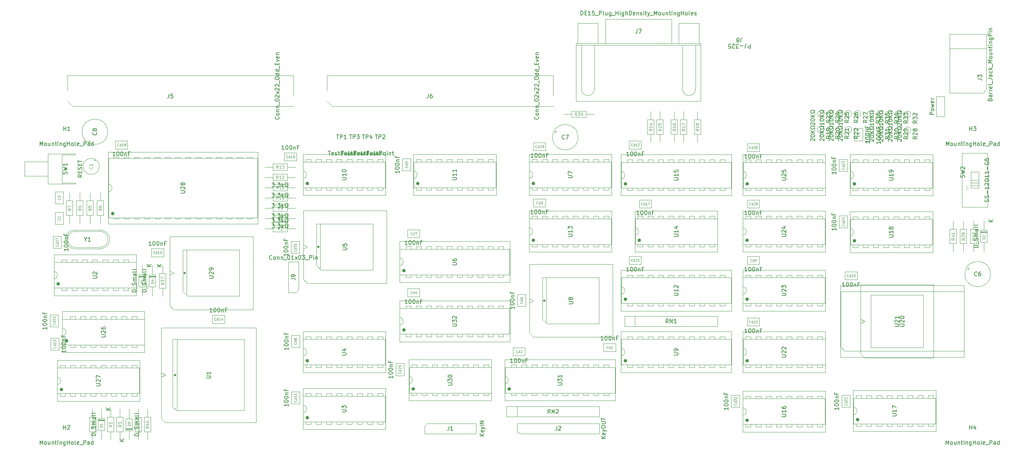
<source format=gbr>
%TF.GenerationSoftware,KiCad,Pcbnew,7.0.10*%
%TF.CreationDate,2024-05-18T10:40:10+01:00*%
%TF.ProjectId,v1c,7631632e-6b69-4636-9164-5f7063625858,rev?*%
%TF.SameCoordinates,Original*%
%TF.FileFunction,AssemblyDrawing,Top*%
%FSLAX46Y46*%
G04 Gerber Fmt 4.6, Leading zero omitted, Abs format (unit mm)*
G04 Created by KiCad (PCBNEW 7.0.10) date 2024-05-18 10:40:10*
%MOMM*%
%LPD*%
G01*
G04 APERTURE LIST*
%ADD10C,0.150000*%
%ADD11C,0.090000*%
%ADD12C,0.108000*%
%ADD13C,0.120000*%
%ADD14C,0.091200*%
%ADD15C,0.100000*%
%ADD16C,0.300000*%
%ADD17C,0.431000*%
G04 APERTURE END LIST*
D10*
X99804819Y-129162619D02*
X99804819Y-129734047D01*
X99804819Y-129448333D02*
X98804819Y-129448333D01*
X98804819Y-129448333D02*
X98947676Y-129543571D01*
X98947676Y-129543571D02*
X99042914Y-129638809D01*
X99042914Y-129638809D02*
X99090533Y-129734047D01*
X98804819Y-128543571D02*
X98804819Y-128448333D01*
X98804819Y-128448333D02*
X98852438Y-128353095D01*
X98852438Y-128353095D02*
X98900057Y-128305476D01*
X98900057Y-128305476D02*
X98995295Y-128257857D01*
X98995295Y-128257857D02*
X99185771Y-128210238D01*
X99185771Y-128210238D02*
X99423866Y-128210238D01*
X99423866Y-128210238D02*
X99614342Y-128257857D01*
X99614342Y-128257857D02*
X99709580Y-128305476D01*
X99709580Y-128305476D02*
X99757200Y-128353095D01*
X99757200Y-128353095D02*
X99804819Y-128448333D01*
X99804819Y-128448333D02*
X99804819Y-128543571D01*
X99804819Y-128543571D02*
X99757200Y-128638809D01*
X99757200Y-128638809D02*
X99709580Y-128686428D01*
X99709580Y-128686428D02*
X99614342Y-128734047D01*
X99614342Y-128734047D02*
X99423866Y-128781666D01*
X99423866Y-128781666D02*
X99185771Y-128781666D01*
X99185771Y-128781666D02*
X98995295Y-128734047D01*
X98995295Y-128734047D02*
X98900057Y-128686428D01*
X98900057Y-128686428D02*
X98852438Y-128638809D01*
X98852438Y-128638809D02*
X98804819Y-128543571D01*
X98804819Y-127591190D02*
X98804819Y-127495952D01*
X98804819Y-127495952D02*
X98852438Y-127400714D01*
X98852438Y-127400714D02*
X98900057Y-127353095D01*
X98900057Y-127353095D02*
X98995295Y-127305476D01*
X98995295Y-127305476D02*
X99185771Y-127257857D01*
X99185771Y-127257857D02*
X99423866Y-127257857D01*
X99423866Y-127257857D02*
X99614342Y-127305476D01*
X99614342Y-127305476D02*
X99709580Y-127353095D01*
X99709580Y-127353095D02*
X99757200Y-127400714D01*
X99757200Y-127400714D02*
X99804819Y-127495952D01*
X99804819Y-127495952D02*
X99804819Y-127591190D01*
X99804819Y-127591190D02*
X99757200Y-127686428D01*
X99757200Y-127686428D02*
X99709580Y-127734047D01*
X99709580Y-127734047D02*
X99614342Y-127781666D01*
X99614342Y-127781666D02*
X99423866Y-127829285D01*
X99423866Y-127829285D02*
X99185771Y-127829285D01*
X99185771Y-127829285D02*
X98995295Y-127781666D01*
X98995295Y-127781666D02*
X98900057Y-127734047D01*
X98900057Y-127734047D02*
X98852438Y-127686428D01*
X98852438Y-127686428D02*
X98804819Y-127591190D01*
X99138152Y-126829285D02*
X99804819Y-126829285D01*
X99233390Y-126829285D02*
X99185771Y-126781666D01*
X99185771Y-126781666D02*
X99138152Y-126686428D01*
X99138152Y-126686428D02*
X99138152Y-126543571D01*
X99138152Y-126543571D02*
X99185771Y-126448333D01*
X99185771Y-126448333D02*
X99281009Y-126400714D01*
X99281009Y-126400714D02*
X99804819Y-126400714D01*
X99281009Y-125591190D02*
X99281009Y-125924523D01*
X99804819Y-125924523D02*
X98804819Y-125924523D01*
X98804819Y-125924523D02*
X98804819Y-125448333D01*
D11*
X101815748Y-128272142D02*
X101844320Y-128300714D01*
X101844320Y-128300714D02*
X101872891Y-128386428D01*
X101872891Y-128386428D02*
X101872891Y-128443571D01*
X101872891Y-128443571D02*
X101844320Y-128529285D01*
X101844320Y-128529285D02*
X101787177Y-128586428D01*
X101787177Y-128586428D02*
X101730034Y-128614999D01*
X101730034Y-128614999D02*
X101615748Y-128643571D01*
X101615748Y-128643571D02*
X101530034Y-128643571D01*
X101530034Y-128643571D02*
X101415748Y-128614999D01*
X101415748Y-128614999D02*
X101358605Y-128586428D01*
X101358605Y-128586428D02*
X101301462Y-128529285D01*
X101301462Y-128529285D02*
X101272891Y-128443571D01*
X101272891Y-128443571D02*
X101272891Y-128386428D01*
X101272891Y-128386428D02*
X101301462Y-128300714D01*
X101301462Y-128300714D02*
X101330034Y-128272142D01*
X101872891Y-127757857D02*
X101272891Y-127757857D01*
X101844320Y-127757857D02*
X101872891Y-127814999D01*
X101872891Y-127814999D02*
X101872891Y-127929285D01*
X101872891Y-127929285D02*
X101844320Y-127986428D01*
X101844320Y-127986428D02*
X101815748Y-128014999D01*
X101815748Y-128014999D02*
X101758605Y-128043571D01*
X101758605Y-128043571D02*
X101587177Y-128043571D01*
X101587177Y-128043571D02*
X101530034Y-128014999D01*
X101530034Y-128014999D02*
X101501462Y-127986428D01*
X101501462Y-127986428D02*
X101472891Y-127929285D01*
X101472891Y-127929285D02*
X101472891Y-127814999D01*
X101472891Y-127814999D02*
X101501462Y-127757857D01*
X101872891Y-127157857D02*
X101872891Y-127500714D01*
X101872891Y-127329285D02*
X101272891Y-127329285D01*
X101272891Y-127329285D02*
X101358605Y-127386428D01*
X101358605Y-127386428D02*
X101415748Y-127443571D01*
X101415748Y-127443571D02*
X101444320Y-127500714D01*
X101872891Y-126586428D02*
X101872891Y-126929285D01*
X101872891Y-126757856D02*
X101272891Y-126757856D01*
X101272891Y-126757856D02*
X101358605Y-126814999D01*
X101358605Y-126814999D02*
X101415748Y-126872142D01*
X101415748Y-126872142D02*
X101444320Y-126929285D01*
D10*
X251057819Y-109943094D02*
X251867342Y-109943094D01*
X251867342Y-109943094D02*
X251962580Y-109895475D01*
X251962580Y-109895475D02*
X252010200Y-109847856D01*
X252010200Y-109847856D02*
X252057819Y-109752618D01*
X252057819Y-109752618D02*
X252057819Y-109562142D01*
X252057819Y-109562142D02*
X252010200Y-109466904D01*
X252010200Y-109466904D02*
X251962580Y-109419285D01*
X251962580Y-109419285D02*
X251867342Y-109371666D01*
X251867342Y-109371666D02*
X251057819Y-109371666D01*
X251153057Y-108943094D02*
X251105438Y-108895475D01*
X251105438Y-108895475D02*
X251057819Y-108800237D01*
X251057819Y-108800237D02*
X251057819Y-108562142D01*
X251057819Y-108562142D02*
X251105438Y-108466904D01*
X251105438Y-108466904D02*
X251153057Y-108419285D01*
X251153057Y-108419285D02*
X251248295Y-108371666D01*
X251248295Y-108371666D02*
X251343533Y-108371666D01*
X251343533Y-108371666D02*
X251486390Y-108419285D01*
X251486390Y-108419285D02*
X252057819Y-108990713D01*
X252057819Y-108990713D02*
X252057819Y-108371666D01*
X251057819Y-107752618D02*
X251057819Y-107657380D01*
X251057819Y-107657380D02*
X251105438Y-107562142D01*
X251105438Y-107562142D02*
X251153057Y-107514523D01*
X251153057Y-107514523D02*
X251248295Y-107466904D01*
X251248295Y-107466904D02*
X251438771Y-107419285D01*
X251438771Y-107419285D02*
X251676866Y-107419285D01*
X251676866Y-107419285D02*
X251867342Y-107466904D01*
X251867342Y-107466904D02*
X251962580Y-107514523D01*
X251962580Y-107514523D02*
X252010200Y-107562142D01*
X252010200Y-107562142D02*
X252057819Y-107657380D01*
X252057819Y-107657380D02*
X252057819Y-107752618D01*
X252057819Y-107752618D02*
X252010200Y-107847856D01*
X252010200Y-107847856D02*
X251962580Y-107895475D01*
X251962580Y-107895475D02*
X251867342Y-107943094D01*
X251867342Y-107943094D02*
X251676866Y-107990713D01*
X251676866Y-107990713D02*
X251438771Y-107990713D01*
X251438771Y-107990713D02*
X251248295Y-107943094D01*
X251248295Y-107943094D02*
X251153057Y-107895475D01*
X251153057Y-107895475D02*
X251105438Y-107847856D01*
X251105438Y-107847856D02*
X251057819Y-107752618D01*
X113277819Y-91031904D02*
X114087342Y-91031904D01*
X114087342Y-91031904D02*
X114182580Y-90984285D01*
X114182580Y-90984285D02*
X114230200Y-90936666D01*
X114230200Y-90936666D02*
X114277819Y-90841428D01*
X114277819Y-90841428D02*
X114277819Y-90650952D01*
X114277819Y-90650952D02*
X114230200Y-90555714D01*
X114230200Y-90555714D02*
X114182580Y-90508095D01*
X114182580Y-90508095D02*
X114087342Y-90460476D01*
X114087342Y-90460476D02*
X113277819Y-90460476D01*
X113277819Y-89508095D02*
X113277819Y-89984285D01*
X113277819Y-89984285D02*
X113754009Y-90031904D01*
X113754009Y-90031904D02*
X113706390Y-89984285D01*
X113706390Y-89984285D02*
X113658771Y-89889047D01*
X113658771Y-89889047D02*
X113658771Y-89650952D01*
X113658771Y-89650952D02*
X113706390Y-89555714D01*
X113706390Y-89555714D02*
X113754009Y-89508095D01*
X113754009Y-89508095D02*
X113849247Y-89460476D01*
X113849247Y-89460476D02*
X114087342Y-89460476D01*
X114087342Y-89460476D02*
X114182580Y-89508095D01*
X114182580Y-89508095D02*
X114230200Y-89555714D01*
X114230200Y-89555714D02*
X114277819Y-89650952D01*
X114277819Y-89650952D02*
X114277819Y-89889047D01*
X114277819Y-89889047D02*
X114230200Y-89984285D01*
X114230200Y-89984285D02*
X114182580Y-90031904D01*
X129242380Y-104304819D02*
X128670952Y-104304819D01*
X128956666Y-104304819D02*
X128956666Y-103304819D01*
X128956666Y-103304819D02*
X128861428Y-103447676D01*
X128861428Y-103447676D02*
X128766190Y-103542914D01*
X128766190Y-103542914D02*
X128670952Y-103590533D01*
X129861428Y-103304819D02*
X129956666Y-103304819D01*
X129956666Y-103304819D02*
X130051904Y-103352438D01*
X130051904Y-103352438D02*
X130099523Y-103400057D01*
X130099523Y-103400057D02*
X130147142Y-103495295D01*
X130147142Y-103495295D02*
X130194761Y-103685771D01*
X130194761Y-103685771D02*
X130194761Y-103923866D01*
X130194761Y-103923866D02*
X130147142Y-104114342D01*
X130147142Y-104114342D02*
X130099523Y-104209580D01*
X130099523Y-104209580D02*
X130051904Y-104257200D01*
X130051904Y-104257200D02*
X129956666Y-104304819D01*
X129956666Y-104304819D02*
X129861428Y-104304819D01*
X129861428Y-104304819D02*
X129766190Y-104257200D01*
X129766190Y-104257200D02*
X129718571Y-104209580D01*
X129718571Y-104209580D02*
X129670952Y-104114342D01*
X129670952Y-104114342D02*
X129623333Y-103923866D01*
X129623333Y-103923866D02*
X129623333Y-103685771D01*
X129623333Y-103685771D02*
X129670952Y-103495295D01*
X129670952Y-103495295D02*
X129718571Y-103400057D01*
X129718571Y-103400057D02*
X129766190Y-103352438D01*
X129766190Y-103352438D02*
X129861428Y-103304819D01*
X130813809Y-103304819D02*
X130909047Y-103304819D01*
X130909047Y-103304819D02*
X131004285Y-103352438D01*
X131004285Y-103352438D02*
X131051904Y-103400057D01*
X131051904Y-103400057D02*
X131099523Y-103495295D01*
X131099523Y-103495295D02*
X131147142Y-103685771D01*
X131147142Y-103685771D02*
X131147142Y-103923866D01*
X131147142Y-103923866D02*
X131099523Y-104114342D01*
X131099523Y-104114342D02*
X131051904Y-104209580D01*
X131051904Y-104209580D02*
X131004285Y-104257200D01*
X131004285Y-104257200D02*
X130909047Y-104304819D01*
X130909047Y-104304819D02*
X130813809Y-104304819D01*
X130813809Y-104304819D02*
X130718571Y-104257200D01*
X130718571Y-104257200D02*
X130670952Y-104209580D01*
X130670952Y-104209580D02*
X130623333Y-104114342D01*
X130623333Y-104114342D02*
X130575714Y-103923866D01*
X130575714Y-103923866D02*
X130575714Y-103685771D01*
X130575714Y-103685771D02*
X130623333Y-103495295D01*
X130623333Y-103495295D02*
X130670952Y-103400057D01*
X130670952Y-103400057D02*
X130718571Y-103352438D01*
X130718571Y-103352438D02*
X130813809Y-103304819D01*
X131575714Y-103638152D02*
X131575714Y-104304819D01*
X131575714Y-103733390D02*
X131623333Y-103685771D01*
X131623333Y-103685771D02*
X131718571Y-103638152D01*
X131718571Y-103638152D02*
X131861428Y-103638152D01*
X131861428Y-103638152D02*
X131956666Y-103685771D01*
X131956666Y-103685771D02*
X132004285Y-103781009D01*
X132004285Y-103781009D02*
X132004285Y-104304819D01*
X132813809Y-103781009D02*
X132480476Y-103781009D01*
X132480476Y-104304819D02*
X132480476Y-103304819D01*
X132480476Y-103304819D02*
X132956666Y-103304819D01*
D11*
X130418571Y-101815748D02*
X130389999Y-101844320D01*
X130389999Y-101844320D02*
X130304285Y-101872891D01*
X130304285Y-101872891D02*
X130247142Y-101872891D01*
X130247142Y-101872891D02*
X130161428Y-101844320D01*
X130161428Y-101844320D02*
X130104285Y-101787177D01*
X130104285Y-101787177D02*
X130075714Y-101730034D01*
X130075714Y-101730034D02*
X130047142Y-101615748D01*
X130047142Y-101615748D02*
X130047142Y-101530034D01*
X130047142Y-101530034D02*
X130075714Y-101415748D01*
X130075714Y-101415748D02*
X130104285Y-101358605D01*
X130104285Y-101358605D02*
X130161428Y-101301462D01*
X130161428Y-101301462D02*
X130247142Y-101272891D01*
X130247142Y-101272891D02*
X130304285Y-101272891D01*
X130304285Y-101272891D02*
X130389999Y-101301462D01*
X130389999Y-101301462D02*
X130418571Y-101330034D01*
X130932857Y-101872891D02*
X130932857Y-101272891D01*
X130932857Y-101844320D02*
X130875714Y-101872891D01*
X130875714Y-101872891D02*
X130761428Y-101872891D01*
X130761428Y-101872891D02*
X130704285Y-101844320D01*
X130704285Y-101844320D02*
X130675714Y-101815748D01*
X130675714Y-101815748D02*
X130647142Y-101758605D01*
X130647142Y-101758605D02*
X130647142Y-101587177D01*
X130647142Y-101587177D02*
X130675714Y-101530034D01*
X130675714Y-101530034D02*
X130704285Y-101501462D01*
X130704285Y-101501462D02*
X130761428Y-101472891D01*
X130761428Y-101472891D02*
X130875714Y-101472891D01*
X130875714Y-101472891D02*
X130932857Y-101501462D01*
X131475714Y-101472891D02*
X131475714Y-101872891D01*
X131332856Y-101244320D02*
X131189999Y-101672891D01*
X131189999Y-101672891D02*
X131561428Y-101672891D01*
D10*
X246204819Y-64116619D02*
X246204819Y-64688047D01*
X246204819Y-64402333D02*
X245204819Y-64402333D01*
X245204819Y-64402333D02*
X245347676Y-64497571D01*
X245347676Y-64497571D02*
X245442914Y-64592809D01*
X245442914Y-64592809D02*
X245490533Y-64688047D01*
X245204819Y-63497571D02*
X245204819Y-63402333D01*
X245204819Y-63402333D02*
X245252438Y-63307095D01*
X245252438Y-63307095D02*
X245300057Y-63259476D01*
X245300057Y-63259476D02*
X245395295Y-63211857D01*
X245395295Y-63211857D02*
X245585771Y-63164238D01*
X245585771Y-63164238D02*
X245823866Y-63164238D01*
X245823866Y-63164238D02*
X246014342Y-63211857D01*
X246014342Y-63211857D02*
X246109580Y-63259476D01*
X246109580Y-63259476D02*
X246157200Y-63307095D01*
X246157200Y-63307095D02*
X246204819Y-63402333D01*
X246204819Y-63402333D02*
X246204819Y-63497571D01*
X246204819Y-63497571D02*
X246157200Y-63592809D01*
X246157200Y-63592809D02*
X246109580Y-63640428D01*
X246109580Y-63640428D02*
X246014342Y-63688047D01*
X246014342Y-63688047D02*
X245823866Y-63735666D01*
X245823866Y-63735666D02*
X245585771Y-63735666D01*
X245585771Y-63735666D02*
X245395295Y-63688047D01*
X245395295Y-63688047D02*
X245300057Y-63640428D01*
X245300057Y-63640428D02*
X245252438Y-63592809D01*
X245252438Y-63592809D02*
X245204819Y-63497571D01*
X245204819Y-62545190D02*
X245204819Y-62449952D01*
X245204819Y-62449952D02*
X245252438Y-62354714D01*
X245252438Y-62354714D02*
X245300057Y-62307095D01*
X245300057Y-62307095D02*
X245395295Y-62259476D01*
X245395295Y-62259476D02*
X245585771Y-62211857D01*
X245585771Y-62211857D02*
X245823866Y-62211857D01*
X245823866Y-62211857D02*
X246014342Y-62259476D01*
X246014342Y-62259476D02*
X246109580Y-62307095D01*
X246109580Y-62307095D02*
X246157200Y-62354714D01*
X246157200Y-62354714D02*
X246204819Y-62449952D01*
X246204819Y-62449952D02*
X246204819Y-62545190D01*
X246204819Y-62545190D02*
X246157200Y-62640428D01*
X246157200Y-62640428D02*
X246109580Y-62688047D01*
X246109580Y-62688047D02*
X246014342Y-62735666D01*
X246014342Y-62735666D02*
X245823866Y-62783285D01*
X245823866Y-62783285D02*
X245585771Y-62783285D01*
X245585771Y-62783285D02*
X245395295Y-62735666D01*
X245395295Y-62735666D02*
X245300057Y-62688047D01*
X245300057Y-62688047D02*
X245252438Y-62640428D01*
X245252438Y-62640428D02*
X245204819Y-62545190D01*
X245538152Y-61783285D02*
X246204819Y-61783285D01*
X245633390Y-61783285D02*
X245585771Y-61735666D01*
X245585771Y-61735666D02*
X245538152Y-61640428D01*
X245538152Y-61640428D02*
X245538152Y-61497571D01*
X245538152Y-61497571D02*
X245585771Y-61402333D01*
X245585771Y-61402333D02*
X245681009Y-61354714D01*
X245681009Y-61354714D02*
X246204819Y-61354714D01*
X245681009Y-60545190D02*
X245681009Y-60878523D01*
X246204819Y-60878523D02*
X245204819Y-60878523D01*
X245204819Y-60878523D02*
X245204819Y-60402333D01*
D11*
X243715748Y-62668999D02*
X243744320Y-62697571D01*
X243744320Y-62697571D02*
X243772891Y-62783285D01*
X243772891Y-62783285D02*
X243772891Y-62840428D01*
X243772891Y-62840428D02*
X243744320Y-62926142D01*
X243744320Y-62926142D02*
X243687177Y-62983285D01*
X243687177Y-62983285D02*
X243630034Y-63011856D01*
X243630034Y-63011856D02*
X243515748Y-63040428D01*
X243515748Y-63040428D02*
X243430034Y-63040428D01*
X243430034Y-63040428D02*
X243315748Y-63011856D01*
X243315748Y-63011856D02*
X243258605Y-62983285D01*
X243258605Y-62983285D02*
X243201462Y-62926142D01*
X243201462Y-62926142D02*
X243172891Y-62840428D01*
X243172891Y-62840428D02*
X243172891Y-62783285D01*
X243172891Y-62783285D02*
X243201462Y-62697571D01*
X243201462Y-62697571D02*
X243230034Y-62668999D01*
X243172891Y-62126142D02*
X243172891Y-62411856D01*
X243172891Y-62411856D02*
X243458605Y-62440428D01*
X243458605Y-62440428D02*
X243430034Y-62411856D01*
X243430034Y-62411856D02*
X243401462Y-62354714D01*
X243401462Y-62354714D02*
X243401462Y-62211856D01*
X243401462Y-62211856D02*
X243430034Y-62154714D01*
X243430034Y-62154714D02*
X243458605Y-62126142D01*
X243458605Y-62126142D02*
X243515748Y-62097571D01*
X243515748Y-62097571D02*
X243658605Y-62097571D01*
X243658605Y-62097571D02*
X243715748Y-62126142D01*
X243715748Y-62126142D02*
X243744320Y-62154714D01*
X243744320Y-62154714D02*
X243772891Y-62211856D01*
X243772891Y-62211856D02*
X243772891Y-62354714D01*
X243772891Y-62354714D02*
X243744320Y-62411856D01*
X243744320Y-62411856D02*
X243715748Y-62440428D01*
D10*
X213230380Y-82316819D02*
X212658952Y-82316819D01*
X212944666Y-82316819D02*
X212944666Y-81316819D01*
X212944666Y-81316819D02*
X212849428Y-81459676D01*
X212849428Y-81459676D02*
X212754190Y-81554914D01*
X212754190Y-81554914D02*
X212658952Y-81602533D01*
X213849428Y-81316819D02*
X213944666Y-81316819D01*
X213944666Y-81316819D02*
X214039904Y-81364438D01*
X214039904Y-81364438D02*
X214087523Y-81412057D01*
X214087523Y-81412057D02*
X214135142Y-81507295D01*
X214135142Y-81507295D02*
X214182761Y-81697771D01*
X214182761Y-81697771D02*
X214182761Y-81935866D01*
X214182761Y-81935866D02*
X214135142Y-82126342D01*
X214135142Y-82126342D02*
X214087523Y-82221580D01*
X214087523Y-82221580D02*
X214039904Y-82269200D01*
X214039904Y-82269200D02*
X213944666Y-82316819D01*
X213944666Y-82316819D02*
X213849428Y-82316819D01*
X213849428Y-82316819D02*
X213754190Y-82269200D01*
X213754190Y-82269200D02*
X213706571Y-82221580D01*
X213706571Y-82221580D02*
X213658952Y-82126342D01*
X213658952Y-82126342D02*
X213611333Y-81935866D01*
X213611333Y-81935866D02*
X213611333Y-81697771D01*
X213611333Y-81697771D02*
X213658952Y-81507295D01*
X213658952Y-81507295D02*
X213706571Y-81412057D01*
X213706571Y-81412057D02*
X213754190Y-81364438D01*
X213754190Y-81364438D02*
X213849428Y-81316819D01*
X214801809Y-81316819D02*
X214897047Y-81316819D01*
X214897047Y-81316819D02*
X214992285Y-81364438D01*
X214992285Y-81364438D02*
X215039904Y-81412057D01*
X215039904Y-81412057D02*
X215087523Y-81507295D01*
X215087523Y-81507295D02*
X215135142Y-81697771D01*
X215135142Y-81697771D02*
X215135142Y-81935866D01*
X215135142Y-81935866D02*
X215087523Y-82126342D01*
X215087523Y-82126342D02*
X215039904Y-82221580D01*
X215039904Y-82221580D02*
X214992285Y-82269200D01*
X214992285Y-82269200D02*
X214897047Y-82316819D01*
X214897047Y-82316819D02*
X214801809Y-82316819D01*
X214801809Y-82316819D02*
X214706571Y-82269200D01*
X214706571Y-82269200D02*
X214658952Y-82221580D01*
X214658952Y-82221580D02*
X214611333Y-82126342D01*
X214611333Y-82126342D02*
X214563714Y-81935866D01*
X214563714Y-81935866D02*
X214563714Y-81697771D01*
X214563714Y-81697771D02*
X214611333Y-81507295D01*
X214611333Y-81507295D02*
X214658952Y-81412057D01*
X214658952Y-81412057D02*
X214706571Y-81364438D01*
X214706571Y-81364438D02*
X214801809Y-81316819D01*
X215563714Y-81650152D02*
X215563714Y-82316819D01*
X215563714Y-81745390D02*
X215611333Y-81697771D01*
X215611333Y-81697771D02*
X215706571Y-81650152D01*
X215706571Y-81650152D02*
X215849428Y-81650152D01*
X215849428Y-81650152D02*
X215944666Y-81697771D01*
X215944666Y-81697771D02*
X215992285Y-81793009D01*
X215992285Y-81793009D02*
X215992285Y-82316819D01*
X216801809Y-81793009D02*
X216468476Y-81793009D01*
X216468476Y-82316819D02*
X216468476Y-81316819D01*
X216468476Y-81316819D02*
X216944666Y-81316819D01*
D11*
X214120857Y-79827748D02*
X214092285Y-79856320D01*
X214092285Y-79856320D02*
X214006571Y-79884891D01*
X214006571Y-79884891D02*
X213949428Y-79884891D01*
X213949428Y-79884891D02*
X213863714Y-79856320D01*
X213863714Y-79856320D02*
X213806571Y-79799177D01*
X213806571Y-79799177D02*
X213778000Y-79742034D01*
X213778000Y-79742034D02*
X213749428Y-79627748D01*
X213749428Y-79627748D02*
X213749428Y-79542034D01*
X213749428Y-79542034D02*
X213778000Y-79427748D01*
X213778000Y-79427748D02*
X213806571Y-79370605D01*
X213806571Y-79370605D02*
X213863714Y-79313462D01*
X213863714Y-79313462D02*
X213949428Y-79284891D01*
X213949428Y-79284891D02*
X214006571Y-79284891D01*
X214006571Y-79284891D02*
X214092285Y-79313462D01*
X214092285Y-79313462D02*
X214120857Y-79342034D01*
X214635143Y-79884891D02*
X214635143Y-79284891D01*
X214635143Y-79856320D02*
X214578000Y-79884891D01*
X214578000Y-79884891D02*
X214463714Y-79884891D01*
X214463714Y-79884891D02*
X214406571Y-79856320D01*
X214406571Y-79856320D02*
X214378000Y-79827748D01*
X214378000Y-79827748D02*
X214349428Y-79770605D01*
X214349428Y-79770605D02*
X214349428Y-79599177D01*
X214349428Y-79599177D02*
X214378000Y-79542034D01*
X214378000Y-79542034D02*
X214406571Y-79513462D01*
X214406571Y-79513462D02*
X214463714Y-79484891D01*
X214463714Y-79484891D02*
X214578000Y-79484891D01*
X214578000Y-79484891D02*
X214635143Y-79513462D01*
X214892285Y-79342034D02*
X214920857Y-79313462D01*
X214920857Y-79313462D02*
X214978000Y-79284891D01*
X214978000Y-79284891D02*
X215120857Y-79284891D01*
X215120857Y-79284891D02*
X215178000Y-79313462D01*
X215178000Y-79313462D02*
X215206571Y-79342034D01*
X215206571Y-79342034D02*
X215235142Y-79399177D01*
X215235142Y-79399177D02*
X215235142Y-79456320D01*
X215235142Y-79456320D02*
X215206571Y-79542034D01*
X215206571Y-79542034D02*
X214863714Y-79884891D01*
X214863714Y-79884891D02*
X215235142Y-79884891D01*
X215578000Y-79542034D02*
X215520857Y-79513462D01*
X215520857Y-79513462D02*
X215492286Y-79484891D01*
X215492286Y-79484891D02*
X215463714Y-79427748D01*
X215463714Y-79427748D02*
X215463714Y-79399177D01*
X215463714Y-79399177D02*
X215492286Y-79342034D01*
X215492286Y-79342034D02*
X215520857Y-79313462D01*
X215520857Y-79313462D02*
X215578000Y-79284891D01*
X215578000Y-79284891D02*
X215692286Y-79284891D01*
X215692286Y-79284891D02*
X215749429Y-79313462D01*
X215749429Y-79313462D02*
X215778000Y-79342034D01*
X215778000Y-79342034D02*
X215806571Y-79399177D01*
X215806571Y-79399177D02*
X215806571Y-79427748D01*
X215806571Y-79427748D02*
X215778000Y-79484891D01*
X215778000Y-79484891D02*
X215749429Y-79513462D01*
X215749429Y-79513462D02*
X215692286Y-79542034D01*
X215692286Y-79542034D02*
X215578000Y-79542034D01*
X215578000Y-79542034D02*
X215520857Y-79570605D01*
X215520857Y-79570605D02*
X215492286Y-79599177D01*
X215492286Y-79599177D02*
X215463714Y-79656320D01*
X215463714Y-79656320D02*
X215463714Y-79770605D01*
X215463714Y-79770605D02*
X215492286Y-79827748D01*
X215492286Y-79827748D02*
X215520857Y-79856320D01*
X215520857Y-79856320D02*
X215578000Y-79884891D01*
X215578000Y-79884891D02*
X215692286Y-79884891D01*
X215692286Y-79884891D02*
X215749429Y-79856320D01*
X215749429Y-79856320D02*
X215778000Y-79827748D01*
X215778000Y-79827748D02*
X215806571Y-79770605D01*
X215806571Y-79770605D02*
X215806571Y-79656320D01*
X215806571Y-79656320D02*
X215778000Y-79599177D01*
X215778000Y-79599177D02*
X215749429Y-79570605D01*
X215749429Y-79570605D02*
X215692286Y-79542034D01*
D10*
X248374819Y-73728094D02*
X249184342Y-73728094D01*
X249184342Y-73728094D02*
X249279580Y-73680475D01*
X249279580Y-73680475D02*
X249327200Y-73632856D01*
X249327200Y-73632856D02*
X249374819Y-73537618D01*
X249374819Y-73537618D02*
X249374819Y-73347142D01*
X249374819Y-73347142D02*
X249327200Y-73251904D01*
X249327200Y-73251904D02*
X249279580Y-73204285D01*
X249279580Y-73204285D02*
X249184342Y-73156666D01*
X249184342Y-73156666D02*
X248374819Y-73156666D01*
X249374819Y-72156666D02*
X249374819Y-72728094D01*
X249374819Y-72442380D02*
X248374819Y-72442380D01*
X248374819Y-72442380D02*
X248517676Y-72537618D01*
X248517676Y-72537618D02*
X248612914Y-72632856D01*
X248612914Y-72632856D02*
X248660533Y-72728094D01*
X249374819Y-71680475D02*
X249374819Y-71489999D01*
X249374819Y-71489999D02*
X249327200Y-71394761D01*
X249327200Y-71394761D02*
X249279580Y-71347142D01*
X249279580Y-71347142D02*
X249136723Y-71251904D01*
X249136723Y-71251904D02*
X248946247Y-71204285D01*
X248946247Y-71204285D02*
X248565295Y-71204285D01*
X248565295Y-71204285D02*
X248470057Y-71251904D01*
X248470057Y-71251904D02*
X248422438Y-71299523D01*
X248422438Y-71299523D02*
X248374819Y-71394761D01*
X248374819Y-71394761D02*
X248374819Y-71585237D01*
X248374819Y-71585237D02*
X248422438Y-71680475D01*
X248422438Y-71680475D02*
X248470057Y-71728094D01*
X248470057Y-71728094D02*
X248565295Y-71775713D01*
X248565295Y-71775713D02*
X248803390Y-71775713D01*
X248803390Y-71775713D02*
X248898628Y-71728094D01*
X248898628Y-71728094D02*
X248946247Y-71680475D01*
X248946247Y-71680475D02*
X248993866Y-71585237D01*
X248993866Y-71585237D02*
X248993866Y-71394761D01*
X248993866Y-71394761D02*
X248946247Y-71299523D01*
X248946247Y-71299523D02*
X248898628Y-71251904D01*
X248898628Y-71251904D02*
X248803390Y-71204285D01*
X273288509Y-53766667D02*
X273336128Y-53623810D01*
X273336128Y-53623810D02*
X273383747Y-53576191D01*
X273383747Y-53576191D02*
X273478985Y-53528572D01*
X273478985Y-53528572D02*
X273621842Y-53528572D01*
X273621842Y-53528572D02*
X273717080Y-53576191D01*
X273717080Y-53576191D02*
X273764700Y-53623810D01*
X273764700Y-53623810D02*
X273812319Y-53719048D01*
X273812319Y-53719048D02*
X273812319Y-54100000D01*
X273812319Y-54100000D02*
X272812319Y-54100000D01*
X272812319Y-54100000D02*
X272812319Y-53766667D01*
X272812319Y-53766667D02*
X272859938Y-53671429D01*
X272859938Y-53671429D02*
X272907557Y-53623810D01*
X272907557Y-53623810D02*
X273002795Y-53576191D01*
X273002795Y-53576191D02*
X273098033Y-53576191D01*
X273098033Y-53576191D02*
X273193271Y-53623810D01*
X273193271Y-53623810D02*
X273240890Y-53671429D01*
X273240890Y-53671429D02*
X273288509Y-53766667D01*
X273288509Y-53766667D02*
X273288509Y-54100000D01*
X273812319Y-52671429D02*
X273288509Y-52671429D01*
X273288509Y-52671429D02*
X273193271Y-52719048D01*
X273193271Y-52719048D02*
X273145652Y-52814286D01*
X273145652Y-52814286D02*
X273145652Y-53004762D01*
X273145652Y-53004762D02*
X273193271Y-53100000D01*
X273764700Y-52671429D02*
X273812319Y-52766667D01*
X273812319Y-52766667D02*
X273812319Y-53004762D01*
X273812319Y-53004762D02*
X273764700Y-53100000D01*
X273764700Y-53100000D02*
X273669461Y-53147619D01*
X273669461Y-53147619D02*
X273574223Y-53147619D01*
X273574223Y-53147619D02*
X273478985Y-53100000D01*
X273478985Y-53100000D02*
X273431366Y-53004762D01*
X273431366Y-53004762D02*
X273431366Y-52766667D01*
X273431366Y-52766667D02*
X273383747Y-52671429D01*
X273812319Y-52195238D02*
X273145652Y-52195238D01*
X273336128Y-52195238D02*
X273240890Y-52147619D01*
X273240890Y-52147619D02*
X273193271Y-52100000D01*
X273193271Y-52100000D02*
X273145652Y-52004762D01*
X273145652Y-52004762D02*
X273145652Y-51909524D01*
X273812319Y-51576190D02*
X273145652Y-51576190D01*
X273336128Y-51576190D02*
X273240890Y-51528571D01*
X273240890Y-51528571D02*
X273193271Y-51480952D01*
X273193271Y-51480952D02*
X273145652Y-51385714D01*
X273145652Y-51385714D02*
X273145652Y-51290476D01*
X273764700Y-50576190D02*
X273812319Y-50671428D01*
X273812319Y-50671428D02*
X273812319Y-50861904D01*
X273812319Y-50861904D02*
X273764700Y-50957142D01*
X273764700Y-50957142D02*
X273669461Y-51004761D01*
X273669461Y-51004761D02*
X273288509Y-51004761D01*
X273288509Y-51004761D02*
X273193271Y-50957142D01*
X273193271Y-50957142D02*
X273145652Y-50861904D01*
X273145652Y-50861904D02*
X273145652Y-50671428D01*
X273145652Y-50671428D02*
X273193271Y-50576190D01*
X273193271Y-50576190D02*
X273288509Y-50528571D01*
X273288509Y-50528571D02*
X273383747Y-50528571D01*
X273383747Y-50528571D02*
X273478985Y-51004761D01*
X273812319Y-49957142D02*
X273764700Y-50052380D01*
X273764700Y-50052380D02*
X273669461Y-50099999D01*
X273669461Y-50099999D02*
X272812319Y-50099999D01*
X273907557Y-49814285D02*
X273907557Y-49052380D01*
X272812319Y-48528570D02*
X273526604Y-48528570D01*
X273526604Y-48528570D02*
X273669461Y-48576189D01*
X273669461Y-48576189D02*
X273764700Y-48671427D01*
X273764700Y-48671427D02*
X273812319Y-48814284D01*
X273812319Y-48814284D02*
X273812319Y-48909522D01*
X273812319Y-47623808D02*
X273288509Y-47623808D01*
X273288509Y-47623808D02*
X273193271Y-47671427D01*
X273193271Y-47671427D02*
X273145652Y-47766665D01*
X273145652Y-47766665D02*
X273145652Y-47957141D01*
X273145652Y-47957141D02*
X273193271Y-48052379D01*
X273764700Y-47623808D02*
X273812319Y-47719046D01*
X273812319Y-47719046D02*
X273812319Y-47957141D01*
X273812319Y-47957141D02*
X273764700Y-48052379D01*
X273764700Y-48052379D02*
X273669461Y-48099998D01*
X273669461Y-48099998D02*
X273574223Y-48099998D01*
X273574223Y-48099998D02*
X273478985Y-48052379D01*
X273478985Y-48052379D02*
X273431366Y-47957141D01*
X273431366Y-47957141D02*
X273431366Y-47719046D01*
X273431366Y-47719046D02*
X273383747Y-47623808D01*
X273764700Y-46719046D02*
X273812319Y-46814284D01*
X273812319Y-46814284D02*
X273812319Y-47004760D01*
X273812319Y-47004760D02*
X273764700Y-47099998D01*
X273764700Y-47099998D02*
X273717080Y-47147617D01*
X273717080Y-47147617D02*
X273621842Y-47195236D01*
X273621842Y-47195236D02*
X273336128Y-47195236D01*
X273336128Y-47195236D02*
X273240890Y-47147617D01*
X273240890Y-47147617D02*
X273193271Y-47099998D01*
X273193271Y-47099998D02*
X273145652Y-47004760D01*
X273145652Y-47004760D02*
X273145652Y-46814284D01*
X273145652Y-46814284D02*
X273193271Y-46719046D01*
X273812319Y-46290474D02*
X272812319Y-46290474D01*
X273431366Y-46195236D02*
X273812319Y-45909522D01*
X273145652Y-45909522D02*
X273526604Y-46290474D01*
X273907557Y-45719046D02*
X273907557Y-44957141D01*
X273812319Y-44719045D02*
X272812319Y-44719045D01*
X272812319Y-44719045D02*
X273526604Y-44385712D01*
X273526604Y-44385712D02*
X272812319Y-44052379D01*
X272812319Y-44052379D02*
X273812319Y-44052379D01*
X273812319Y-43433331D02*
X273764700Y-43528569D01*
X273764700Y-43528569D02*
X273717080Y-43576188D01*
X273717080Y-43576188D02*
X273621842Y-43623807D01*
X273621842Y-43623807D02*
X273336128Y-43623807D01*
X273336128Y-43623807D02*
X273240890Y-43576188D01*
X273240890Y-43576188D02*
X273193271Y-43528569D01*
X273193271Y-43528569D02*
X273145652Y-43433331D01*
X273145652Y-43433331D02*
X273145652Y-43290474D01*
X273145652Y-43290474D02*
X273193271Y-43195236D01*
X273193271Y-43195236D02*
X273240890Y-43147617D01*
X273240890Y-43147617D02*
X273336128Y-43099998D01*
X273336128Y-43099998D02*
X273621842Y-43099998D01*
X273621842Y-43099998D02*
X273717080Y-43147617D01*
X273717080Y-43147617D02*
X273764700Y-43195236D01*
X273764700Y-43195236D02*
X273812319Y-43290474D01*
X273812319Y-43290474D02*
X273812319Y-43433331D01*
X273145652Y-42242855D02*
X273812319Y-42242855D01*
X273145652Y-42671426D02*
X273669461Y-42671426D01*
X273669461Y-42671426D02*
X273764700Y-42623807D01*
X273764700Y-42623807D02*
X273812319Y-42528569D01*
X273812319Y-42528569D02*
X273812319Y-42385712D01*
X273812319Y-42385712D02*
X273764700Y-42290474D01*
X273764700Y-42290474D02*
X273717080Y-42242855D01*
X273145652Y-41766664D02*
X273812319Y-41766664D01*
X273240890Y-41766664D02*
X273193271Y-41719045D01*
X273193271Y-41719045D02*
X273145652Y-41623807D01*
X273145652Y-41623807D02*
X273145652Y-41480950D01*
X273145652Y-41480950D02*
X273193271Y-41385712D01*
X273193271Y-41385712D02*
X273288509Y-41338093D01*
X273288509Y-41338093D02*
X273812319Y-41338093D01*
X273145652Y-41004759D02*
X273145652Y-40623807D01*
X272812319Y-40861902D02*
X273669461Y-40861902D01*
X273669461Y-40861902D02*
X273764700Y-40814283D01*
X273764700Y-40814283D02*
X273812319Y-40719045D01*
X273812319Y-40719045D02*
X273812319Y-40623807D01*
X273812319Y-40290473D02*
X273145652Y-40290473D01*
X272812319Y-40290473D02*
X272859938Y-40338092D01*
X272859938Y-40338092D02*
X272907557Y-40290473D01*
X272907557Y-40290473D02*
X272859938Y-40242854D01*
X272859938Y-40242854D02*
X272812319Y-40290473D01*
X272812319Y-40290473D02*
X272907557Y-40290473D01*
X273145652Y-39814283D02*
X273812319Y-39814283D01*
X273240890Y-39814283D02*
X273193271Y-39766664D01*
X273193271Y-39766664D02*
X273145652Y-39671426D01*
X273145652Y-39671426D02*
X273145652Y-39528569D01*
X273145652Y-39528569D02*
X273193271Y-39433331D01*
X273193271Y-39433331D02*
X273288509Y-39385712D01*
X273288509Y-39385712D02*
X273812319Y-39385712D01*
X273145652Y-38480950D02*
X273955176Y-38480950D01*
X273955176Y-38480950D02*
X274050414Y-38528569D01*
X274050414Y-38528569D02*
X274098033Y-38576188D01*
X274098033Y-38576188D02*
X274145652Y-38671426D01*
X274145652Y-38671426D02*
X274145652Y-38814283D01*
X274145652Y-38814283D02*
X274098033Y-38909521D01*
X273764700Y-38480950D02*
X273812319Y-38576188D01*
X273812319Y-38576188D02*
X273812319Y-38766664D01*
X273812319Y-38766664D02*
X273764700Y-38861902D01*
X273764700Y-38861902D02*
X273717080Y-38909521D01*
X273717080Y-38909521D02*
X273621842Y-38957140D01*
X273621842Y-38957140D02*
X273336128Y-38957140D01*
X273336128Y-38957140D02*
X273240890Y-38909521D01*
X273240890Y-38909521D02*
X273193271Y-38861902D01*
X273193271Y-38861902D02*
X273145652Y-38766664D01*
X273145652Y-38766664D02*
X273145652Y-38576188D01*
X273145652Y-38576188D02*
X273193271Y-38480950D01*
X273812319Y-38004759D02*
X272812319Y-38004759D01*
X272812319Y-38004759D02*
X272812319Y-37623807D01*
X272812319Y-37623807D02*
X272859938Y-37528569D01*
X272859938Y-37528569D02*
X272907557Y-37480950D01*
X272907557Y-37480950D02*
X273002795Y-37433331D01*
X273002795Y-37433331D02*
X273145652Y-37433331D01*
X273145652Y-37433331D02*
X273240890Y-37480950D01*
X273240890Y-37480950D02*
X273288509Y-37528569D01*
X273288509Y-37528569D02*
X273336128Y-37623807D01*
X273336128Y-37623807D02*
X273336128Y-38004759D01*
X273812319Y-37004759D02*
X273145652Y-37004759D01*
X272812319Y-37004759D02*
X272859938Y-37052378D01*
X272859938Y-37052378D02*
X272907557Y-37004759D01*
X272907557Y-37004759D02*
X272859938Y-36957140D01*
X272859938Y-36957140D02*
X272812319Y-37004759D01*
X272812319Y-37004759D02*
X272907557Y-37004759D01*
X273145652Y-36528569D02*
X273812319Y-36528569D01*
X273240890Y-36528569D02*
X273193271Y-36480950D01*
X273193271Y-36480950D02*
X273145652Y-36385712D01*
X273145652Y-36385712D02*
X273145652Y-36242855D01*
X273145652Y-36242855D02*
X273193271Y-36147617D01*
X273193271Y-36147617D02*
X273288509Y-36099998D01*
X273288509Y-36099998D02*
X273812319Y-36099998D01*
X270262319Y-48633333D02*
X270976604Y-48633333D01*
X270976604Y-48633333D02*
X271119461Y-48680952D01*
X271119461Y-48680952D02*
X271214700Y-48776190D01*
X271214700Y-48776190D02*
X271262319Y-48919047D01*
X271262319Y-48919047D02*
X271262319Y-49014285D01*
X270262319Y-48252380D02*
X270262319Y-47633333D01*
X270262319Y-47633333D02*
X270643271Y-47966666D01*
X270643271Y-47966666D02*
X270643271Y-47823809D01*
X270643271Y-47823809D02*
X270690890Y-47728571D01*
X270690890Y-47728571D02*
X270738509Y-47680952D01*
X270738509Y-47680952D02*
X270833747Y-47633333D01*
X270833747Y-47633333D02*
X271071842Y-47633333D01*
X271071842Y-47633333D02*
X271167080Y-47680952D01*
X271167080Y-47680952D02*
X271214700Y-47728571D01*
X271214700Y-47728571D02*
X271262319Y-47823809D01*
X271262319Y-47823809D02*
X271262319Y-48109523D01*
X271262319Y-48109523D02*
X271214700Y-48204761D01*
X271214700Y-48204761D02*
X271167080Y-48252380D01*
X172128094Y-32845819D02*
X172128094Y-31845819D01*
X172128094Y-31845819D02*
X172366189Y-31845819D01*
X172366189Y-31845819D02*
X172509046Y-31893438D01*
X172509046Y-31893438D02*
X172604284Y-31988676D01*
X172604284Y-31988676D02*
X172651903Y-32083914D01*
X172651903Y-32083914D02*
X172699522Y-32274390D01*
X172699522Y-32274390D02*
X172699522Y-32417247D01*
X172699522Y-32417247D02*
X172651903Y-32607723D01*
X172651903Y-32607723D02*
X172604284Y-32702961D01*
X172604284Y-32702961D02*
X172509046Y-32798200D01*
X172509046Y-32798200D02*
X172366189Y-32845819D01*
X172366189Y-32845819D02*
X172128094Y-32845819D01*
X173128094Y-32322009D02*
X173461427Y-32322009D01*
X173604284Y-32845819D02*
X173128094Y-32845819D01*
X173128094Y-32845819D02*
X173128094Y-31845819D01*
X173128094Y-31845819D02*
X173604284Y-31845819D01*
X174556665Y-32845819D02*
X173985237Y-32845819D01*
X174270951Y-32845819D02*
X174270951Y-31845819D01*
X174270951Y-31845819D02*
X174175713Y-31988676D01*
X174175713Y-31988676D02*
X174080475Y-32083914D01*
X174080475Y-32083914D02*
X173985237Y-32131533D01*
X175461427Y-31845819D02*
X174985237Y-31845819D01*
X174985237Y-31845819D02*
X174937618Y-32322009D01*
X174937618Y-32322009D02*
X174985237Y-32274390D01*
X174985237Y-32274390D02*
X175080475Y-32226771D01*
X175080475Y-32226771D02*
X175318570Y-32226771D01*
X175318570Y-32226771D02*
X175413808Y-32274390D01*
X175413808Y-32274390D02*
X175461427Y-32322009D01*
X175461427Y-32322009D02*
X175509046Y-32417247D01*
X175509046Y-32417247D02*
X175509046Y-32655342D01*
X175509046Y-32655342D02*
X175461427Y-32750580D01*
X175461427Y-32750580D02*
X175413808Y-32798200D01*
X175413808Y-32798200D02*
X175318570Y-32845819D01*
X175318570Y-32845819D02*
X175080475Y-32845819D01*
X175080475Y-32845819D02*
X174985237Y-32798200D01*
X174985237Y-32798200D02*
X174937618Y-32750580D01*
X175699523Y-32941057D02*
X176461427Y-32941057D01*
X176699523Y-32845819D02*
X176699523Y-31845819D01*
X176699523Y-31845819D02*
X177080475Y-31845819D01*
X177080475Y-31845819D02*
X177175713Y-31893438D01*
X177175713Y-31893438D02*
X177223332Y-31941057D01*
X177223332Y-31941057D02*
X177270951Y-32036295D01*
X177270951Y-32036295D02*
X177270951Y-32179152D01*
X177270951Y-32179152D02*
X177223332Y-32274390D01*
X177223332Y-32274390D02*
X177175713Y-32322009D01*
X177175713Y-32322009D02*
X177080475Y-32369628D01*
X177080475Y-32369628D02*
X176699523Y-32369628D01*
X177842380Y-32845819D02*
X177747142Y-32798200D01*
X177747142Y-32798200D02*
X177699523Y-32702961D01*
X177699523Y-32702961D02*
X177699523Y-31845819D01*
X178651904Y-32179152D02*
X178651904Y-32845819D01*
X178223333Y-32179152D02*
X178223333Y-32702961D01*
X178223333Y-32702961D02*
X178270952Y-32798200D01*
X178270952Y-32798200D02*
X178366190Y-32845819D01*
X178366190Y-32845819D02*
X178509047Y-32845819D01*
X178509047Y-32845819D02*
X178604285Y-32798200D01*
X178604285Y-32798200D02*
X178651904Y-32750580D01*
X179556666Y-32179152D02*
X179556666Y-32988676D01*
X179556666Y-32988676D02*
X179509047Y-33083914D01*
X179509047Y-33083914D02*
X179461428Y-33131533D01*
X179461428Y-33131533D02*
X179366190Y-33179152D01*
X179366190Y-33179152D02*
X179223333Y-33179152D01*
X179223333Y-33179152D02*
X179128095Y-33131533D01*
X179556666Y-32798200D02*
X179461428Y-32845819D01*
X179461428Y-32845819D02*
X179270952Y-32845819D01*
X179270952Y-32845819D02*
X179175714Y-32798200D01*
X179175714Y-32798200D02*
X179128095Y-32750580D01*
X179128095Y-32750580D02*
X179080476Y-32655342D01*
X179080476Y-32655342D02*
X179080476Y-32369628D01*
X179080476Y-32369628D02*
X179128095Y-32274390D01*
X179128095Y-32274390D02*
X179175714Y-32226771D01*
X179175714Y-32226771D02*
X179270952Y-32179152D01*
X179270952Y-32179152D02*
X179461428Y-32179152D01*
X179461428Y-32179152D02*
X179556666Y-32226771D01*
X179794762Y-32941057D02*
X180556666Y-32941057D01*
X180794762Y-32845819D02*
X180794762Y-31845819D01*
X180794762Y-32322009D02*
X181366190Y-32322009D01*
X181366190Y-32845819D02*
X181366190Y-31845819D01*
X181842381Y-32845819D02*
X181842381Y-32179152D01*
X181842381Y-31845819D02*
X181794762Y-31893438D01*
X181794762Y-31893438D02*
X181842381Y-31941057D01*
X181842381Y-31941057D02*
X181890000Y-31893438D01*
X181890000Y-31893438D02*
X181842381Y-31845819D01*
X181842381Y-31845819D02*
X181842381Y-31941057D01*
X182747142Y-32179152D02*
X182747142Y-32988676D01*
X182747142Y-32988676D02*
X182699523Y-33083914D01*
X182699523Y-33083914D02*
X182651904Y-33131533D01*
X182651904Y-33131533D02*
X182556666Y-33179152D01*
X182556666Y-33179152D02*
X182413809Y-33179152D01*
X182413809Y-33179152D02*
X182318571Y-33131533D01*
X182747142Y-32798200D02*
X182651904Y-32845819D01*
X182651904Y-32845819D02*
X182461428Y-32845819D01*
X182461428Y-32845819D02*
X182366190Y-32798200D01*
X182366190Y-32798200D02*
X182318571Y-32750580D01*
X182318571Y-32750580D02*
X182270952Y-32655342D01*
X182270952Y-32655342D02*
X182270952Y-32369628D01*
X182270952Y-32369628D02*
X182318571Y-32274390D01*
X182318571Y-32274390D02*
X182366190Y-32226771D01*
X182366190Y-32226771D02*
X182461428Y-32179152D01*
X182461428Y-32179152D02*
X182651904Y-32179152D01*
X182651904Y-32179152D02*
X182747142Y-32226771D01*
X183223333Y-32845819D02*
X183223333Y-31845819D01*
X183651904Y-32845819D02*
X183651904Y-32322009D01*
X183651904Y-32322009D02*
X183604285Y-32226771D01*
X183604285Y-32226771D02*
X183509047Y-32179152D01*
X183509047Y-32179152D02*
X183366190Y-32179152D01*
X183366190Y-32179152D02*
X183270952Y-32226771D01*
X183270952Y-32226771D02*
X183223333Y-32274390D01*
X184128095Y-32845819D02*
X184128095Y-31845819D01*
X184128095Y-31845819D02*
X184366190Y-31845819D01*
X184366190Y-31845819D02*
X184509047Y-31893438D01*
X184509047Y-31893438D02*
X184604285Y-31988676D01*
X184604285Y-31988676D02*
X184651904Y-32083914D01*
X184651904Y-32083914D02*
X184699523Y-32274390D01*
X184699523Y-32274390D02*
X184699523Y-32417247D01*
X184699523Y-32417247D02*
X184651904Y-32607723D01*
X184651904Y-32607723D02*
X184604285Y-32702961D01*
X184604285Y-32702961D02*
X184509047Y-32798200D01*
X184509047Y-32798200D02*
X184366190Y-32845819D01*
X184366190Y-32845819D02*
X184128095Y-32845819D01*
X185509047Y-32798200D02*
X185413809Y-32845819D01*
X185413809Y-32845819D02*
X185223333Y-32845819D01*
X185223333Y-32845819D02*
X185128095Y-32798200D01*
X185128095Y-32798200D02*
X185080476Y-32702961D01*
X185080476Y-32702961D02*
X185080476Y-32322009D01*
X185080476Y-32322009D02*
X185128095Y-32226771D01*
X185128095Y-32226771D02*
X185223333Y-32179152D01*
X185223333Y-32179152D02*
X185413809Y-32179152D01*
X185413809Y-32179152D02*
X185509047Y-32226771D01*
X185509047Y-32226771D02*
X185556666Y-32322009D01*
X185556666Y-32322009D02*
X185556666Y-32417247D01*
X185556666Y-32417247D02*
X185080476Y-32512485D01*
X185985238Y-32179152D02*
X185985238Y-32845819D01*
X185985238Y-32274390D02*
X186032857Y-32226771D01*
X186032857Y-32226771D02*
X186128095Y-32179152D01*
X186128095Y-32179152D02*
X186270952Y-32179152D01*
X186270952Y-32179152D02*
X186366190Y-32226771D01*
X186366190Y-32226771D02*
X186413809Y-32322009D01*
X186413809Y-32322009D02*
X186413809Y-32845819D01*
X186842381Y-32798200D02*
X186937619Y-32845819D01*
X186937619Y-32845819D02*
X187128095Y-32845819D01*
X187128095Y-32845819D02*
X187223333Y-32798200D01*
X187223333Y-32798200D02*
X187270952Y-32702961D01*
X187270952Y-32702961D02*
X187270952Y-32655342D01*
X187270952Y-32655342D02*
X187223333Y-32560104D01*
X187223333Y-32560104D02*
X187128095Y-32512485D01*
X187128095Y-32512485D02*
X186985238Y-32512485D01*
X186985238Y-32512485D02*
X186890000Y-32464866D01*
X186890000Y-32464866D02*
X186842381Y-32369628D01*
X186842381Y-32369628D02*
X186842381Y-32322009D01*
X186842381Y-32322009D02*
X186890000Y-32226771D01*
X186890000Y-32226771D02*
X186985238Y-32179152D01*
X186985238Y-32179152D02*
X187128095Y-32179152D01*
X187128095Y-32179152D02*
X187223333Y-32226771D01*
X187699524Y-32845819D02*
X187699524Y-32179152D01*
X187699524Y-31845819D02*
X187651905Y-31893438D01*
X187651905Y-31893438D02*
X187699524Y-31941057D01*
X187699524Y-31941057D02*
X187747143Y-31893438D01*
X187747143Y-31893438D02*
X187699524Y-31845819D01*
X187699524Y-31845819D02*
X187699524Y-31941057D01*
X188032857Y-32179152D02*
X188413809Y-32179152D01*
X188175714Y-31845819D02*
X188175714Y-32702961D01*
X188175714Y-32702961D02*
X188223333Y-32798200D01*
X188223333Y-32798200D02*
X188318571Y-32845819D01*
X188318571Y-32845819D02*
X188413809Y-32845819D01*
X188651905Y-32179152D02*
X188890000Y-32845819D01*
X189128095Y-32179152D02*
X188890000Y-32845819D01*
X188890000Y-32845819D02*
X188794762Y-33083914D01*
X188794762Y-33083914D02*
X188747143Y-33131533D01*
X188747143Y-33131533D02*
X188651905Y-33179152D01*
X189270953Y-32941057D02*
X190032857Y-32941057D01*
X190270953Y-32845819D02*
X190270953Y-31845819D01*
X190270953Y-31845819D02*
X190604286Y-32560104D01*
X190604286Y-32560104D02*
X190937619Y-31845819D01*
X190937619Y-31845819D02*
X190937619Y-32845819D01*
X191556667Y-32845819D02*
X191461429Y-32798200D01*
X191461429Y-32798200D02*
X191413810Y-32750580D01*
X191413810Y-32750580D02*
X191366191Y-32655342D01*
X191366191Y-32655342D02*
X191366191Y-32369628D01*
X191366191Y-32369628D02*
X191413810Y-32274390D01*
X191413810Y-32274390D02*
X191461429Y-32226771D01*
X191461429Y-32226771D02*
X191556667Y-32179152D01*
X191556667Y-32179152D02*
X191699524Y-32179152D01*
X191699524Y-32179152D02*
X191794762Y-32226771D01*
X191794762Y-32226771D02*
X191842381Y-32274390D01*
X191842381Y-32274390D02*
X191890000Y-32369628D01*
X191890000Y-32369628D02*
X191890000Y-32655342D01*
X191890000Y-32655342D02*
X191842381Y-32750580D01*
X191842381Y-32750580D02*
X191794762Y-32798200D01*
X191794762Y-32798200D02*
X191699524Y-32845819D01*
X191699524Y-32845819D02*
X191556667Y-32845819D01*
X192747143Y-32179152D02*
X192747143Y-32845819D01*
X192318572Y-32179152D02*
X192318572Y-32702961D01*
X192318572Y-32702961D02*
X192366191Y-32798200D01*
X192366191Y-32798200D02*
X192461429Y-32845819D01*
X192461429Y-32845819D02*
X192604286Y-32845819D01*
X192604286Y-32845819D02*
X192699524Y-32798200D01*
X192699524Y-32798200D02*
X192747143Y-32750580D01*
X193223334Y-32179152D02*
X193223334Y-32845819D01*
X193223334Y-32274390D02*
X193270953Y-32226771D01*
X193270953Y-32226771D02*
X193366191Y-32179152D01*
X193366191Y-32179152D02*
X193509048Y-32179152D01*
X193509048Y-32179152D02*
X193604286Y-32226771D01*
X193604286Y-32226771D02*
X193651905Y-32322009D01*
X193651905Y-32322009D02*
X193651905Y-32845819D01*
X193985239Y-32179152D02*
X194366191Y-32179152D01*
X194128096Y-31845819D02*
X194128096Y-32702961D01*
X194128096Y-32702961D02*
X194175715Y-32798200D01*
X194175715Y-32798200D02*
X194270953Y-32845819D01*
X194270953Y-32845819D02*
X194366191Y-32845819D01*
X194699525Y-32845819D02*
X194699525Y-32179152D01*
X194699525Y-31845819D02*
X194651906Y-31893438D01*
X194651906Y-31893438D02*
X194699525Y-31941057D01*
X194699525Y-31941057D02*
X194747144Y-31893438D01*
X194747144Y-31893438D02*
X194699525Y-31845819D01*
X194699525Y-31845819D02*
X194699525Y-31941057D01*
X195175715Y-32179152D02*
X195175715Y-32845819D01*
X195175715Y-32274390D02*
X195223334Y-32226771D01*
X195223334Y-32226771D02*
X195318572Y-32179152D01*
X195318572Y-32179152D02*
X195461429Y-32179152D01*
X195461429Y-32179152D02*
X195556667Y-32226771D01*
X195556667Y-32226771D02*
X195604286Y-32322009D01*
X195604286Y-32322009D02*
X195604286Y-32845819D01*
X196509048Y-32179152D02*
X196509048Y-32988676D01*
X196509048Y-32988676D02*
X196461429Y-33083914D01*
X196461429Y-33083914D02*
X196413810Y-33131533D01*
X196413810Y-33131533D02*
X196318572Y-33179152D01*
X196318572Y-33179152D02*
X196175715Y-33179152D01*
X196175715Y-33179152D02*
X196080477Y-33131533D01*
X196509048Y-32798200D02*
X196413810Y-32845819D01*
X196413810Y-32845819D02*
X196223334Y-32845819D01*
X196223334Y-32845819D02*
X196128096Y-32798200D01*
X196128096Y-32798200D02*
X196080477Y-32750580D01*
X196080477Y-32750580D02*
X196032858Y-32655342D01*
X196032858Y-32655342D02*
X196032858Y-32369628D01*
X196032858Y-32369628D02*
X196080477Y-32274390D01*
X196080477Y-32274390D02*
X196128096Y-32226771D01*
X196128096Y-32226771D02*
X196223334Y-32179152D01*
X196223334Y-32179152D02*
X196413810Y-32179152D01*
X196413810Y-32179152D02*
X196509048Y-32226771D01*
X196985239Y-32845819D02*
X196985239Y-31845819D01*
X196985239Y-32322009D02*
X197556667Y-32322009D01*
X197556667Y-32845819D02*
X197556667Y-31845819D01*
X198175715Y-32845819D02*
X198080477Y-32798200D01*
X198080477Y-32798200D02*
X198032858Y-32750580D01*
X198032858Y-32750580D02*
X197985239Y-32655342D01*
X197985239Y-32655342D02*
X197985239Y-32369628D01*
X197985239Y-32369628D02*
X198032858Y-32274390D01*
X198032858Y-32274390D02*
X198080477Y-32226771D01*
X198080477Y-32226771D02*
X198175715Y-32179152D01*
X198175715Y-32179152D02*
X198318572Y-32179152D01*
X198318572Y-32179152D02*
X198413810Y-32226771D01*
X198413810Y-32226771D02*
X198461429Y-32274390D01*
X198461429Y-32274390D02*
X198509048Y-32369628D01*
X198509048Y-32369628D02*
X198509048Y-32655342D01*
X198509048Y-32655342D02*
X198461429Y-32750580D01*
X198461429Y-32750580D02*
X198413810Y-32798200D01*
X198413810Y-32798200D02*
X198318572Y-32845819D01*
X198318572Y-32845819D02*
X198175715Y-32845819D01*
X199080477Y-32845819D02*
X198985239Y-32798200D01*
X198985239Y-32798200D02*
X198937620Y-32702961D01*
X198937620Y-32702961D02*
X198937620Y-31845819D01*
X199842382Y-32798200D02*
X199747144Y-32845819D01*
X199747144Y-32845819D02*
X199556668Y-32845819D01*
X199556668Y-32845819D02*
X199461430Y-32798200D01*
X199461430Y-32798200D02*
X199413811Y-32702961D01*
X199413811Y-32702961D02*
X199413811Y-32322009D01*
X199413811Y-32322009D02*
X199461430Y-32226771D01*
X199461430Y-32226771D02*
X199556668Y-32179152D01*
X199556668Y-32179152D02*
X199747144Y-32179152D01*
X199747144Y-32179152D02*
X199842382Y-32226771D01*
X199842382Y-32226771D02*
X199890001Y-32322009D01*
X199890001Y-32322009D02*
X199890001Y-32417247D01*
X199890001Y-32417247D02*
X199413811Y-32512485D01*
X200270954Y-32798200D02*
X200366192Y-32845819D01*
X200366192Y-32845819D02*
X200556668Y-32845819D01*
X200556668Y-32845819D02*
X200651906Y-32798200D01*
X200651906Y-32798200D02*
X200699525Y-32702961D01*
X200699525Y-32702961D02*
X200699525Y-32655342D01*
X200699525Y-32655342D02*
X200651906Y-32560104D01*
X200651906Y-32560104D02*
X200556668Y-32512485D01*
X200556668Y-32512485D02*
X200413811Y-32512485D01*
X200413811Y-32512485D02*
X200318573Y-32464866D01*
X200318573Y-32464866D02*
X200270954Y-32369628D01*
X200270954Y-32369628D02*
X200270954Y-32322009D01*
X200270954Y-32322009D02*
X200318573Y-32226771D01*
X200318573Y-32226771D02*
X200413811Y-32179152D01*
X200413811Y-32179152D02*
X200556668Y-32179152D01*
X200556668Y-32179152D02*
X200651906Y-32226771D01*
X186056666Y-36345819D02*
X186056666Y-37060104D01*
X186056666Y-37060104D02*
X186009047Y-37202961D01*
X186009047Y-37202961D02*
X185913809Y-37298200D01*
X185913809Y-37298200D02*
X185770952Y-37345819D01*
X185770952Y-37345819D02*
X185675714Y-37345819D01*
X186437619Y-36345819D02*
X187104285Y-36345819D01*
X187104285Y-36345819D02*
X186675714Y-37345819D01*
X234541819Y-59481904D02*
X234541819Y-60053332D01*
X234541819Y-59767618D02*
X233541819Y-59767618D01*
X233541819Y-59767618D02*
X233684676Y-59862856D01*
X233684676Y-59862856D02*
X233779914Y-59958094D01*
X233779914Y-59958094D02*
X233827533Y-60053332D01*
X233541819Y-58862856D02*
X233541819Y-58767618D01*
X233541819Y-58767618D02*
X233589438Y-58672380D01*
X233589438Y-58672380D02*
X233637057Y-58624761D01*
X233637057Y-58624761D02*
X233732295Y-58577142D01*
X233732295Y-58577142D02*
X233922771Y-58529523D01*
X233922771Y-58529523D02*
X234160866Y-58529523D01*
X234160866Y-58529523D02*
X234351342Y-58577142D01*
X234351342Y-58577142D02*
X234446580Y-58624761D01*
X234446580Y-58624761D02*
X234494200Y-58672380D01*
X234494200Y-58672380D02*
X234541819Y-58767618D01*
X234541819Y-58767618D02*
X234541819Y-58862856D01*
X234541819Y-58862856D02*
X234494200Y-58958094D01*
X234494200Y-58958094D02*
X234446580Y-59005713D01*
X234446580Y-59005713D02*
X234351342Y-59053332D01*
X234351342Y-59053332D02*
X234160866Y-59100951D01*
X234160866Y-59100951D02*
X233922771Y-59100951D01*
X233922771Y-59100951D02*
X233732295Y-59053332D01*
X233732295Y-59053332D02*
X233637057Y-59005713D01*
X233637057Y-59005713D02*
X233589438Y-58958094D01*
X233589438Y-58958094D02*
X233541819Y-58862856D01*
X234541819Y-58100951D02*
X233541819Y-58100951D01*
X234541819Y-57529523D02*
X233970390Y-57958094D01*
X233541819Y-57529523D02*
X234113247Y-58100951D01*
X234541819Y-57148570D02*
X234541819Y-56910475D01*
X234541819Y-56910475D02*
X234351342Y-56910475D01*
X234351342Y-56910475D02*
X234303723Y-57005713D01*
X234303723Y-57005713D02*
X234208485Y-57100951D01*
X234208485Y-57100951D02*
X234065628Y-57148570D01*
X234065628Y-57148570D02*
X233827533Y-57148570D01*
X233827533Y-57148570D02*
X233684676Y-57100951D01*
X233684676Y-57100951D02*
X233589438Y-57005713D01*
X233589438Y-57005713D02*
X233541819Y-56862856D01*
X233541819Y-56862856D02*
X233541819Y-56672380D01*
X233541819Y-56672380D02*
X233589438Y-56529523D01*
X233589438Y-56529523D02*
X233684676Y-56434285D01*
X233684676Y-56434285D02*
X233827533Y-56386666D01*
X233827533Y-56386666D02*
X234065628Y-56386666D01*
X234065628Y-56386666D02*
X234208485Y-56434285D01*
X234208485Y-56434285D02*
X234303723Y-56529523D01*
X234303723Y-56529523D02*
X234351342Y-56624761D01*
X234351342Y-56624761D02*
X234541819Y-56624761D01*
X234541819Y-56624761D02*
X234541819Y-56386666D01*
X238381819Y-58862857D02*
X237905628Y-59196190D01*
X238381819Y-59434285D02*
X237381819Y-59434285D01*
X237381819Y-59434285D02*
X237381819Y-59053333D01*
X237381819Y-59053333D02*
X237429438Y-58958095D01*
X237429438Y-58958095D02*
X237477057Y-58910476D01*
X237477057Y-58910476D02*
X237572295Y-58862857D01*
X237572295Y-58862857D02*
X237715152Y-58862857D01*
X237715152Y-58862857D02*
X237810390Y-58910476D01*
X237810390Y-58910476D02*
X237858009Y-58958095D01*
X237858009Y-58958095D02*
X237905628Y-59053333D01*
X237905628Y-59053333D02*
X237905628Y-59434285D01*
X237477057Y-58481904D02*
X237429438Y-58434285D01*
X237429438Y-58434285D02*
X237381819Y-58339047D01*
X237381819Y-58339047D02*
X237381819Y-58100952D01*
X237381819Y-58100952D02*
X237429438Y-58005714D01*
X237429438Y-58005714D02*
X237477057Y-57958095D01*
X237477057Y-57958095D02*
X237572295Y-57910476D01*
X237572295Y-57910476D02*
X237667533Y-57910476D01*
X237667533Y-57910476D02*
X237810390Y-57958095D01*
X237810390Y-57958095D02*
X238381819Y-58529523D01*
X238381819Y-58529523D02*
X238381819Y-57910476D01*
X237381819Y-57005714D02*
X237381819Y-57481904D01*
X237381819Y-57481904D02*
X237858009Y-57529523D01*
X237858009Y-57529523D02*
X237810390Y-57481904D01*
X237810390Y-57481904D02*
X237762771Y-57386666D01*
X237762771Y-57386666D02*
X237762771Y-57148571D01*
X237762771Y-57148571D02*
X237810390Y-57053333D01*
X237810390Y-57053333D02*
X237858009Y-57005714D01*
X237858009Y-57005714D02*
X237953247Y-56958095D01*
X237953247Y-56958095D02*
X238191342Y-56958095D01*
X238191342Y-56958095D02*
X238286580Y-57005714D01*
X238286580Y-57005714D02*
X238334200Y-57053333D01*
X238334200Y-57053333D02*
X238381819Y-57148571D01*
X238381819Y-57148571D02*
X238381819Y-57386666D01*
X238381819Y-57386666D02*
X238334200Y-57481904D01*
X238334200Y-57481904D02*
X238286580Y-57529523D01*
X95766191Y-79479819D02*
X96385238Y-79479819D01*
X96385238Y-79479819D02*
X96051905Y-79860771D01*
X96051905Y-79860771D02*
X96194762Y-79860771D01*
X96194762Y-79860771D02*
X96290000Y-79908390D01*
X96290000Y-79908390D02*
X96337619Y-79956009D01*
X96337619Y-79956009D02*
X96385238Y-80051247D01*
X96385238Y-80051247D02*
X96385238Y-80289342D01*
X96385238Y-80289342D02*
X96337619Y-80384580D01*
X96337619Y-80384580D02*
X96290000Y-80432200D01*
X96290000Y-80432200D02*
X96194762Y-80479819D01*
X96194762Y-80479819D02*
X95909048Y-80479819D01*
X95909048Y-80479819D02*
X95813810Y-80432200D01*
X95813810Y-80432200D02*
X95766191Y-80384580D01*
X96813810Y-80384580D02*
X96861429Y-80432200D01*
X96861429Y-80432200D02*
X96813810Y-80479819D01*
X96813810Y-80479819D02*
X96766191Y-80432200D01*
X96766191Y-80432200D02*
X96813810Y-80384580D01*
X96813810Y-80384580D02*
X96813810Y-80479819D01*
X97194762Y-79479819D02*
X97813809Y-79479819D01*
X97813809Y-79479819D02*
X97480476Y-79860771D01*
X97480476Y-79860771D02*
X97623333Y-79860771D01*
X97623333Y-79860771D02*
X97718571Y-79908390D01*
X97718571Y-79908390D02*
X97766190Y-79956009D01*
X97766190Y-79956009D02*
X97813809Y-80051247D01*
X97813809Y-80051247D02*
X97813809Y-80289342D01*
X97813809Y-80289342D02*
X97766190Y-80384580D01*
X97766190Y-80384580D02*
X97718571Y-80432200D01*
X97718571Y-80432200D02*
X97623333Y-80479819D01*
X97623333Y-80479819D02*
X97337619Y-80479819D01*
X97337619Y-80479819D02*
X97242381Y-80432200D01*
X97242381Y-80432200D02*
X97194762Y-80384580D01*
X98242381Y-80479819D02*
X98242381Y-79479819D01*
X98337619Y-80098866D02*
X98623333Y-80479819D01*
X98623333Y-79813152D02*
X98242381Y-80194104D01*
X99004286Y-80479819D02*
X99242381Y-80479819D01*
X99242381Y-80479819D02*
X99242381Y-80289342D01*
X99242381Y-80289342D02*
X99147143Y-80241723D01*
X99147143Y-80241723D02*
X99051905Y-80146485D01*
X99051905Y-80146485D02*
X99004286Y-80003628D01*
X99004286Y-80003628D02*
X99004286Y-79765533D01*
X99004286Y-79765533D02*
X99051905Y-79622676D01*
X99051905Y-79622676D02*
X99147143Y-79527438D01*
X99147143Y-79527438D02*
X99290000Y-79479819D01*
X99290000Y-79479819D02*
X99480476Y-79479819D01*
X99480476Y-79479819D02*
X99623333Y-79527438D01*
X99623333Y-79527438D02*
X99718571Y-79622676D01*
X99718571Y-79622676D02*
X99766190Y-79765533D01*
X99766190Y-79765533D02*
X99766190Y-80003628D01*
X99766190Y-80003628D02*
X99718571Y-80146485D01*
X99718571Y-80146485D02*
X99623333Y-80241723D01*
X99623333Y-80241723D02*
X99528095Y-80289342D01*
X99528095Y-80289342D02*
X99528095Y-80479819D01*
X99528095Y-80479819D02*
X99766190Y-80479819D01*
D12*
X97327143Y-78432469D02*
X97087143Y-78089612D01*
X96915714Y-78432469D02*
X96915714Y-77712469D01*
X96915714Y-77712469D02*
X97190000Y-77712469D01*
X97190000Y-77712469D02*
X97258571Y-77746755D01*
X97258571Y-77746755D02*
X97292857Y-77781041D01*
X97292857Y-77781041D02*
X97327143Y-77849612D01*
X97327143Y-77849612D02*
X97327143Y-77952469D01*
X97327143Y-77952469D02*
X97292857Y-78021041D01*
X97292857Y-78021041D02*
X97258571Y-78055326D01*
X97258571Y-78055326D02*
X97190000Y-78089612D01*
X97190000Y-78089612D02*
X96915714Y-78089612D01*
X98012857Y-78432469D02*
X97601428Y-78432469D01*
X97807143Y-78432469D02*
X97807143Y-77712469D01*
X97807143Y-77712469D02*
X97738571Y-77815326D01*
X97738571Y-77815326D02*
X97670000Y-77883898D01*
X97670000Y-77883898D02*
X97601428Y-77918184D01*
X98458571Y-77712469D02*
X98527142Y-77712469D01*
X98527142Y-77712469D02*
X98595714Y-77746755D01*
X98595714Y-77746755D02*
X98630000Y-77781041D01*
X98630000Y-77781041D02*
X98664285Y-77849612D01*
X98664285Y-77849612D02*
X98698571Y-77986755D01*
X98698571Y-77986755D02*
X98698571Y-78158184D01*
X98698571Y-78158184D02*
X98664285Y-78295326D01*
X98664285Y-78295326D02*
X98630000Y-78363898D01*
X98630000Y-78363898D02*
X98595714Y-78398184D01*
X98595714Y-78398184D02*
X98527142Y-78432469D01*
X98527142Y-78432469D02*
X98458571Y-78432469D01*
X98458571Y-78432469D02*
X98390000Y-78398184D01*
X98390000Y-78398184D02*
X98355714Y-78363898D01*
X98355714Y-78363898D02*
X98321428Y-78295326D01*
X98321428Y-78295326D02*
X98287142Y-78158184D01*
X98287142Y-78158184D02*
X98287142Y-77986755D01*
X98287142Y-77986755D02*
X98321428Y-77849612D01*
X98321428Y-77849612D02*
X98355714Y-77781041D01*
X98355714Y-77781041D02*
X98390000Y-77746755D01*
X98390000Y-77746755D02*
X98458571Y-77712469D01*
D10*
X248374819Y-87835094D02*
X249184342Y-87835094D01*
X249184342Y-87835094D02*
X249279580Y-87787475D01*
X249279580Y-87787475D02*
X249327200Y-87739856D01*
X249327200Y-87739856D02*
X249374819Y-87644618D01*
X249374819Y-87644618D02*
X249374819Y-87454142D01*
X249374819Y-87454142D02*
X249327200Y-87358904D01*
X249327200Y-87358904D02*
X249279580Y-87311285D01*
X249279580Y-87311285D02*
X249184342Y-87263666D01*
X249184342Y-87263666D02*
X248374819Y-87263666D01*
X249374819Y-86263666D02*
X249374819Y-86835094D01*
X249374819Y-86549380D02*
X248374819Y-86549380D01*
X248374819Y-86549380D02*
X248517676Y-86644618D01*
X248517676Y-86644618D02*
X248612914Y-86739856D01*
X248612914Y-86739856D02*
X248660533Y-86835094D01*
X248803390Y-85692237D02*
X248755771Y-85787475D01*
X248755771Y-85787475D02*
X248708152Y-85835094D01*
X248708152Y-85835094D02*
X248612914Y-85882713D01*
X248612914Y-85882713D02*
X248565295Y-85882713D01*
X248565295Y-85882713D02*
X248470057Y-85835094D01*
X248470057Y-85835094D02*
X248422438Y-85787475D01*
X248422438Y-85787475D02*
X248374819Y-85692237D01*
X248374819Y-85692237D02*
X248374819Y-85501761D01*
X248374819Y-85501761D02*
X248422438Y-85406523D01*
X248422438Y-85406523D02*
X248470057Y-85358904D01*
X248470057Y-85358904D02*
X248565295Y-85311285D01*
X248565295Y-85311285D02*
X248612914Y-85311285D01*
X248612914Y-85311285D02*
X248708152Y-85358904D01*
X248708152Y-85358904D02*
X248755771Y-85406523D01*
X248755771Y-85406523D02*
X248803390Y-85501761D01*
X248803390Y-85501761D02*
X248803390Y-85692237D01*
X248803390Y-85692237D02*
X248851009Y-85787475D01*
X248851009Y-85787475D02*
X248898628Y-85835094D01*
X248898628Y-85835094D02*
X248993866Y-85882713D01*
X248993866Y-85882713D02*
X249184342Y-85882713D01*
X249184342Y-85882713D02*
X249279580Y-85835094D01*
X249279580Y-85835094D02*
X249327200Y-85787475D01*
X249327200Y-85787475D02*
X249374819Y-85692237D01*
X249374819Y-85692237D02*
X249374819Y-85501761D01*
X249374819Y-85501761D02*
X249327200Y-85406523D01*
X249327200Y-85406523D02*
X249279580Y-85358904D01*
X249279580Y-85358904D02*
X249184342Y-85311285D01*
X249184342Y-85311285D02*
X248993866Y-85311285D01*
X248993866Y-85311285D02*
X248898628Y-85358904D01*
X248898628Y-85358904D02*
X248851009Y-85406523D01*
X248851009Y-85406523D02*
X248803390Y-85501761D01*
X208557819Y-130034619D02*
X208557819Y-130606047D01*
X208557819Y-130320333D02*
X207557819Y-130320333D01*
X207557819Y-130320333D02*
X207700676Y-130415571D01*
X207700676Y-130415571D02*
X207795914Y-130510809D01*
X207795914Y-130510809D02*
X207843533Y-130606047D01*
X207557819Y-129415571D02*
X207557819Y-129320333D01*
X207557819Y-129320333D02*
X207605438Y-129225095D01*
X207605438Y-129225095D02*
X207653057Y-129177476D01*
X207653057Y-129177476D02*
X207748295Y-129129857D01*
X207748295Y-129129857D02*
X207938771Y-129082238D01*
X207938771Y-129082238D02*
X208176866Y-129082238D01*
X208176866Y-129082238D02*
X208367342Y-129129857D01*
X208367342Y-129129857D02*
X208462580Y-129177476D01*
X208462580Y-129177476D02*
X208510200Y-129225095D01*
X208510200Y-129225095D02*
X208557819Y-129320333D01*
X208557819Y-129320333D02*
X208557819Y-129415571D01*
X208557819Y-129415571D02*
X208510200Y-129510809D01*
X208510200Y-129510809D02*
X208462580Y-129558428D01*
X208462580Y-129558428D02*
X208367342Y-129606047D01*
X208367342Y-129606047D02*
X208176866Y-129653666D01*
X208176866Y-129653666D02*
X207938771Y-129653666D01*
X207938771Y-129653666D02*
X207748295Y-129606047D01*
X207748295Y-129606047D02*
X207653057Y-129558428D01*
X207653057Y-129558428D02*
X207605438Y-129510809D01*
X207605438Y-129510809D02*
X207557819Y-129415571D01*
X207557819Y-128463190D02*
X207557819Y-128367952D01*
X207557819Y-128367952D02*
X207605438Y-128272714D01*
X207605438Y-128272714D02*
X207653057Y-128225095D01*
X207653057Y-128225095D02*
X207748295Y-128177476D01*
X207748295Y-128177476D02*
X207938771Y-128129857D01*
X207938771Y-128129857D02*
X208176866Y-128129857D01*
X208176866Y-128129857D02*
X208367342Y-128177476D01*
X208367342Y-128177476D02*
X208462580Y-128225095D01*
X208462580Y-128225095D02*
X208510200Y-128272714D01*
X208510200Y-128272714D02*
X208557819Y-128367952D01*
X208557819Y-128367952D02*
X208557819Y-128463190D01*
X208557819Y-128463190D02*
X208510200Y-128558428D01*
X208510200Y-128558428D02*
X208462580Y-128606047D01*
X208462580Y-128606047D02*
X208367342Y-128653666D01*
X208367342Y-128653666D02*
X208176866Y-128701285D01*
X208176866Y-128701285D02*
X207938771Y-128701285D01*
X207938771Y-128701285D02*
X207748295Y-128653666D01*
X207748295Y-128653666D02*
X207653057Y-128606047D01*
X207653057Y-128606047D02*
X207605438Y-128558428D01*
X207605438Y-128558428D02*
X207557819Y-128463190D01*
X207891152Y-127701285D02*
X208557819Y-127701285D01*
X207986390Y-127701285D02*
X207938771Y-127653666D01*
X207938771Y-127653666D02*
X207891152Y-127558428D01*
X207891152Y-127558428D02*
X207891152Y-127415571D01*
X207891152Y-127415571D02*
X207938771Y-127320333D01*
X207938771Y-127320333D02*
X208034009Y-127272714D01*
X208034009Y-127272714D02*
X208557819Y-127272714D01*
X208034009Y-126463190D02*
X208034009Y-126796523D01*
X208557819Y-126796523D02*
X207557819Y-126796523D01*
X207557819Y-126796523D02*
X207557819Y-126320333D01*
D11*
X210568748Y-129144142D02*
X210597320Y-129172714D01*
X210597320Y-129172714D02*
X210625891Y-129258428D01*
X210625891Y-129258428D02*
X210625891Y-129315571D01*
X210625891Y-129315571D02*
X210597320Y-129401285D01*
X210597320Y-129401285D02*
X210540177Y-129458428D01*
X210540177Y-129458428D02*
X210483034Y-129486999D01*
X210483034Y-129486999D02*
X210368748Y-129515571D01*
X210368748Y-129515571D02*
X210283034Y-129515571D01*
X210283034Y-129515571D02*
X210168748Y-129486999D01*
X210168748Y-129486999D02*
X210111605Y-129458428D01*
X210111605Y-129458428D02*
X210054462Y-129401285D01*
X210054462Y-129401285D02*
X210025891Y-129315571D01*
X210025891Y-129315571D02*
X210025891Y-129258428D01*
X210025891Y-129258428D02*
X210054462Y-129172714D01*
X210054462Y-129172714D02*
X210083034Y-129144142D01*
X210625891Y-128629857D02*
X210025891Y-128629857D01*
X210597320Y-128629857D02*
X210625891Y-128686999D01*
X210625891Y-128686999D02*
X210625891Y-128801285D01*
X210625891Y-128801285D02*
X210597320Y-128858428D01*
X210597320Y-128858428D02*
X210568748Y-128886999D01*
X210568748Y-128886999D02*
X210511605Y-128915571D01*
X210511605Y-128915571D02*
X210340177Y-128915571D01*
X210340177Y-128915571D02*
X210283034Y-128886999D01*
X210283034Y-128886999D02*
X210254462Y-128858428D01*
X210254462Y-128858428D02*
X210225891Y-128801285D01*
X210225891Y-128801285D02*
X210225891Y-128686999D01*
X210225891Y-128686999D02*
X210254462Y-128629857D01*
X210025891Y-128401285D02*
X210025891Y-128029857D01*
X210025891Y-128029857D02*
X210254462Y-128229857D01*
X210254462Y-128229857D02*
X210254462Y-128144142D01*
X210254462Y-128144142D02*
X210283034Y-128087000D01*
X210283034Y-128087000D02*
X210311605Y-128058428D01*
X210311605Y-128058428D02*
X210368748Y-128029857D01*
X210368748Y-128029857D02*
X210511605Y-128029857D01*
X210511605Y-128029857D02*
X210568748Y-128058428D01*
X210568748Y-128058428D02*
X210597320Y-128087000D01*
X210597320Y-128087000D02*
X210625891Y-128144142D01*
X210625891Y-128144142D02*
X210625891Y-128315571D01*
X210625891Y-128315571D02*
X210597320Y-128372714D01*
X210597320Y-128372714D02*
X210568748Y-128401285D01*
X210083034Y-127801285D02*
X210054462Y-127772713D01*
X210054462Y-127772713D02*
X210025891Y-127715571D01*
X210025891Y-127715571D02*
X210025891Y-127572713D01*
X210025891Y-127572713D02*
X210054462Y-127515571D01*
X210054462Y-127515571D02*
X210083034Y-127486999D01*
X210083034Y-127486999D02*
X210140177Y-127458428D01*
X210140177Y-127458428D02*
X210197320Y-127458428D01*
X210197320Y-127458428D02*
X210283034Y-127486999D01*
X210283034Y-127486999D02*
X210625891Y-127829856D01*
X210625891Y-127829856D02*
X210625891Y-127458428D01*
D12*
X46047469Y-80764999D02*
X45704612Y-81004999D01*
X46047469Y-81176428D02*
X45327469Y-81176428D01*
X45327469Y-81176428D02*
X45327469Y-80902142D01*
X45327469Y-80902142D02*
X45361755Y-80833571D01*
X45361755Y-80833571D02*
X45396041Y-80799285D01*
X45396041Y-80799285D02*
X45464612Y-80764999D01*
X45464612Y-80764999D02*
X45567469Y-80764999D01*
X45567469Y-80764999D02*
X45636041Y-80799285D01*
X45636041Y-80799285D02*
X45670326Y-80833571D01*
X45670326Y-80833571D02*
X45704612Y-80902142D01*
X45704612Y-80902142D02*
X45704612Y-81176428D01*
X45327469Y-80524999D02*
X45327469Y-80044999D01*
X45327469Y-80044999D02*
X46047469Y-80353571D01*
D13*
X51387664Y-70460732D02*
X51425760Y-70498828D01*
X51425760Y-70498828D02*
X51463855Y-70613113D01*
X51463855Y-70613113D02*
X51463855Y-70689304D01*
X51463855Y-70689304D02*
X51425760Y-70803590D01*
X51425760Y-70803590D02*
X51349569Y-70879780D01*
X51349569Y-70879780D02*
X51273379Y-70917875D01*
X51273379Y-70917875D02*
X51120998Y-70955971D01*
X51120998Y-70955971D02*
X51006712Y-70955971D01*
X51006712Y-70955971D02*
X50854331Y-70917875D01*
X50854331Y-70917875D02*
X50778140Y-70879780D01*
X50778140Y-70879780D02*
X50701950Y-70803590D01*
X50701950Y-70803590D02*
X50663855Y-70689304D01*
X50663855Y-70689304D02*
X50663855Y-70613113D01*
X50663855Y-70613113D02*
X50701950Y-70498828D01*
X50701950Y-70498828D02*
X50740045Y-70460732D01*
X51463855Y-69698828D02*
X51463855Y-70155971D01*
X51463855Y-69927399D02*
X50663855Y-69927399D01*
X50663855Y-69927399D02*
X50778140Y-70003590D01*
X50778140Y-70003590D02*
X50854331Y-70079780D01*
X50854331Y-70079780D02*
X50892426Y-70155971D01*
D10*
X95766191Y-76939819D02*
X96385238Y-76939819D01*
X96385238Y-76939819D02*
X96051905Y-77320771D01*
X96051905Y-77320771D02*
X96194762Y-77320771D01*
X96194762Y-77320771D02*
X96290000Y-77368390D01*
X96290000Y-77368390D02*
X96337619Y-77416009D01*
X96337619Y-77416009D02*
X96385238Y-77511247D01*
X96385238Y-77511247D02*
X96385238Y-77749342D01*
X96385238Y-77749342D02*
X96337619Y-77844580D01*
X96337619Y-77844580D02*
X96290000Y-77892200D01*
X96290000Y-77892200D02*
X96194762Y-77939819D01*
X96194762Y-77939819D02*
X95909048Y-77939819D01*
X95909048Y-77939819D02*
X95813810Y-77892200D01*
X95813810Y-77892200D02*
X95766191Y-77844580D01*
X96813810Y-77844580D02*
X96861429Y-77892200D01*
X96861429Y-77892200D02*
X96813810Y-77939819D01*
X96813810Y-77939819D02*
X96766191Y-77892200D01*
X96766191Y-77892200D02*
X96813810Y-77844580D01*
X96813810Y-77844580D02*
X96813810Y-77939819D01*
X97194762Y-76939819D02*
X97813809Y-76939819D01*
X97813809Y-76939819D02*
X97480476Y-77320771D01*
X97480476Y-77320771D02*
X97623333Y-77320771D01*
X97623333Y-77320771D02*
X97718571Y-77368390D01*
X97718571Y-77368390D02*
X97766190Y-77416009D01*
X97766190Y-77416009D02*
X97813809Y-77511247D01*
X97813809Y-77511247D02*
X97813809Y-77749342D01*
X97813809Y-77749342D02*
X97766190Y-77844580D01*
X97766190Y-77844580D02*
X97718571Y-77892200D01*
X97718571Y-77892200D02*
X97623333Y-77939819D01*
X97623333Y-77939819D02*
X97337619Y-77939819D01*
X97337619Y-77939819D02*
X97242381Y-77892200D01*
X97242381Y-77892200D02*
X97194762Y-77844580D01*
X98242381Y-77939819D02*
X98242381Y-76939819D01*
X98337619Y-77558866D02*
X98623333Y-77939819D01*
X98623333Y-77273152D02*
X98242381Y-77654104D01*
X99004286Y-77939819D02*
X99242381Y-77939819D01*
X99242381Y-77939819D02*
X99242381Y-77749342D01*
X99242381Y-77749342D02*
X99147143Y-77701723D01*
X99147143Y-77701723D02*
X99051905Y-77606485D01*
X99051905Y-77606485D02*
X99004286Y-77463628D01*
X99004286Y-77463628D02*
X99004286Y-77225533D01*
X99004286Y-77225533D02*
X99051905Y-77082676D01*
X99051905Y-77082676D02*
X99147143Y-76987438D01*
X99147143Y-76987438D02*
X99290000Y-76939819D01*
X99290000Y-76939819D02*
X99480476Y-76939819D01*
X99480476Y-76939819D02*
X99623333Y-76987438D01*
X99623333Y-76987438D02*
X99718571Y-77082676D01*
X99718571Y-77082676D02*
X99766190Y-77225533D01*
X99766190Y-77225533D02*
X99766190Y-77463628D01*
X99766190Y-77463628D02*
X99718571Y-77606485D01*
X99718571Y-77606485D02*
X99623333Y-77701723D01*
X99623333Y-77701723D02*
X99528095Y-77749342D01*
X99528095Y-77749342D02*
X99528095Y-77939819D01*
X99528095Y-77939819D02*
X99766190Y-77939819D01*
D12*
X97327143Y-75892469D02*
X97087143Y-75549612D01*
X96915714Y-75892469D02*
X96915714Y-75172469D01*
X96915714Y-75172469D02*
X97190000Y-75172469D01*
X97190000Y-75172469D02*
X97258571Y-75206755D01*
X97258571Y-75206755D02*
X97292857Y-75241041D01*
X97292857Y-75241041D02*
X97327143Y-75309612D01*
X97327143Y-75309612D02*
X97327143Y-75412469D01*
X97327143Y-75412469D02*
X97292857Y-75481041D01*
X97292857Y-75481041D02*
X97258571Y-75515326D01*
X97258571Y-75515326D02*
X97190000Y-75549612D01*
X97190000Y-75549612D02*
X96915714Y-75549612D01*
X98012857Y-75892469D02*
X97601428Y-75892469D01*
X97807143Y-75892469D02*
X97807143Y-75172469D01*
X97807143Y-75172469D02*
X97738571Y-75275326D01*
X97738571Y-75275326D02*
X97670000Y-75343898D01*
X97670000Y-75343898D02*
X97601428Y-75378184D01*
X98698571Y-75892469D02*
X98287142Y-75892469D01*
X98492857Y-75892469D02*
X98492857Y-75172469D01*
X98492857Y-75172469D02*
X98424285Y-75275326D01*
X98424285Y-75275326D02*
X98355714Y-75343898D01*
X98355714Y-75343898D02*
X98287142Y-75378184D01*
X195567469Y-61024856D02*
X195224612Y-61264856D01*
X195567469Y-61436285D02*
X194847469Y-61436285D01*
X194847469Y-61436285D02*
X194847469Y-61161999D01*
X194847469Y-61161999D02*
X194881755Y-61093428D01*
X194881755Y-61093428D02*
X194916041Y-61059142D01*
X194916041Y-61059142D02*
X194984612Y-61024856D01*
X194984612Y-61024856D02*
X195087469Y-61024856D01*
X195087469Y-61024856D02*
X195156041Y-61059142D01*
X195156041Y-61059142D02*
X195190326Y-61093428D01*
X195190326Y-61093428D02*
X195224612Y-61161999D01*
X195224612Y-61161999D02*
X195224612Y-61436285D01*
X195567469Y-60339142D02*
X195567469Y-60750571D01*
X195567469Y-60544856D02*
X194847469Y-60544856D01*
X194847469Y-60544856D02*
X194950326Y-60613428D01*
X194950326Y-60613428D02*
X195018898Y-60681999D01*
X195018898Y-60681999D02*
X195053184Y-60750571D01*
X194847469Y-59722000D02*
X194847469Y-59859142D01*
X194847469Y-59859142D02*
X194881755Y-59927714D01*
X194881755Y-59927714D02*
X194916041Y-59962000D01*
X194916041Y-59962000D02*
X195018898Y-60030571D01*
X195018898Y-60030571D02*
X195156041Y-60064857D01*
X195156041Y-60064857D02*
X195430326Y-60064857D01*
X195430326Y-60064857D02*
X195498898Y-60030571D01*
X195498898Y-60030571D02*
X195533184Y-59996285D01*
X195533184Y-59996285D02*
X195567469Y-59927714D01*
X195567469Y-59927714D02*
X195567469Y-59790571D01*
X195567469Y-59790571D02*
X195533184Y-59722000D01*
X195533184Y-59722000D02*
X195498898Y-59687714D01*
X195498898Y-59687714D02*
X195430326Y-59653428D01*
X195430326Y-59653428D02*
X195258898Y-59653428D01*
X195258898Y-59653428D02*
X195190326Y-59687714D01*
X195190326Y-59687714D02*
X195156041Y-59722000D01*
X195156041Y-59722000D02*
X195121755Y-59790571D01*
X195121755Y-59790571D02*
X195121755Y-59927714D01*
X195121755Y-59927714D02*
X195156041Y-59996285D01*
X195156041Y-59996285D02*
X195190326Y-60030571D01*
X195190326Y-60030571D02*
X195258898Y-60064857D01*
D10*
X232255819Y-59481904D02*
X232255819Y-60053332D01*
X232255819Y-59767618D02*
X231255819Y-59767618D01*
X231255819Y-59767618D02*
X231398676Y-59862856D01*
X231398676Y-59862856D02*
X231493914Y-59958094D01*
X231493914Y-59958094D02*
X231541533Y-60053332D01*
X231255819Y-58862856D02*
X231255819Y-58767618D01*
X231255819Y-58767618D02*
X231303438Y-58672380D01*
X231303438Y-58672380D02*
X231351057Y-58624761D01*
X231351057Y-58624761D02*
X231446295Y-58577142D01*
X231446295Y-58577142D02*
X231636771Y-58529523D01*
X231636771Y-58529523D02*
X231874866Y-58529523D01*
X231874866Y-58529523D02*
X232065342Y-58577142D01*
X232065342Y-58577142D02*
X232160580Y-58624761D01*
X232160580Y-58624761D02*
X232208200Y-58672380D01*
X232208200Y-58672380D02*
X232255819Y-58767618D01*
X232255819Y-58767618D02*
X232255819Y-58862856D01*
X232255819Y-58862856D02*
X232208200Y-58958094D01*
X232208200Y-58958094D02*
X232160580Y-59005713D01*
X232160580Y-59005713D02*
X232065342Y-59053332D01*
X232065342Y-59053332D02*
X231874866Y-59100951D01*
X231874866Y-59100951D02*
X231636771Y-59100951D01*
X231636771Y-59100951D02*
X231446295Y-59053332D01*
X231446295Y-59053332D02*
X231351057Y-59005713D01*
X231351057Y-59005713D02*
X231303438Y-58958094D01*
X231303438Y-58958094D02*
X231255819Y-58862856D01*
X232255819Y-58100951D02*
X231255819Y-58100951D01*
X232255819Y-57529523D02*
X231684390Y-57958094D01*
X231255819Y-57529523D02*
X231827247Y-58100951D01*
X232255819Y-57148570D02*
X232255819Y-56910475D01*
X232255819Y-56910475D02*
X232065342Y-56910475D01*
X232065342Y-56910475D02*
X232017723Y-57005713D01*
X232017723Y-57005713D02*
X231922485Y-57100951D01*
X231922485Y-57100951D02*
X231779628Y-57148570D01*
X231779628Y-57148570D02*
X231541533Y-57148570D01*
X231541533Y-57148570D02*
X231398676Y-57100951D01*
X231398676Y-57100951D02*
X231303438Y-57005713D01*
X231303438Y-57005713D02*
X231255819Y-56862856D01*
X231255819Y-56862856D02*
X231255819Y-56672380D01*
X231255819Y-56672380D02*
X231303438Y-56529523D01*
X231303438Y-56529523D02*
X231398676Y-56434285D01*
X231398676Y-56434285D02*
X231541533Y-56386666D01*
X231541533Y-56386666D02*
X231779628Y-56386666D01*
X231779628Y-56386666D02*
X231922485Y-56434285D01*
X231922485Y-56434285D02*
X232017723Y-56529523D01*
X232017723Y-56529523D02*
X232065342Y-56624761D01*
X232065342Y-56624761D02*
X232255819Y-56624761D01*
X232255819Y-56624761D02*
X232255819Y-56386666D01*
X236095819Y-58862857D02*
X235619628Y-59196190D01*
X236095819Y-59434285D02*
X235095819Y-59434285D01*
X235095819Y-59434285D02*
X235095819Y-59053333D01*
X235095819Y-59053333D02*
X235143438Y-58958095D01*
X235143438Y-58958095D02*
X235191057Y-58910476D01*
X235191057Y-58910476D02*
X235286295Y-58862857D01*
X235286295Y-58862857D02*
X235429152Y-58862857D01*
X235429152Y-58862857D02*
X235524390Y-58910476D01*
X235524390Y-58910476D02*
X235572009Y-58958095D01*
X235572009Y-58958095D02*
X235619628Y-59053333D01*
X235619628Y-59053333D02*
X235619628Y-59434285D01*
X235191057Y-58481904D02*
X235143438Y-58434285D01*
X235143438Y-58434285D02*
X235095819Y-58339047D01*
X235095819Y-58339047D02*
X235095819Y-58100952D01*
X235095819Y-58100952D02*
X235143438Y-58005714D01*
X235143438Y-58005714D02*
X235191057Y-57958095D01*
X235191057Y-57958095D02*
X235286295Y-57910476D01*
X235286295Y-57910476D02*
X235381533Y-57910476D01*
X235381533Y-57910476D02*
X235524390Y-57958095D01*
X235524390Y-57958095D02*
X236095819Y-58529523D01*
X236095819Y-58529523D02*
X236095819Y-57910476D01*
X235429152Y-57053333D02*
X236095819Y-57053333D01*
X235048200Y-57291428D02*
X235762485Y-57529523D01*
X235762485Y-57529523D02*
X235762485Y-56910476D01*
X164567523Y-131501819D02*
X164234190Y-131025628D01*
X163996095Y-131501819D02*
X163996095Y-130501819D01*
X163996095Y-130501819D02*
X164377047Y-130501819D01*
X164377047Y-130501819D02*
X164472285Y-130549438D01*
X164472285Y-130549438D02*
X164519904Y-130597057D01*
X164519904Y-130597057D02*
X164567523Y-130692295D01*
X164567523Y-130692295D02*
X164567523Y-130835152D01*
X164567523Y-130835152D02*
X164519904Y-130930390D01*
X164519904Y-130930390D02*
X164472285Y-130978009D01*
X164472285Y-130978009D02*
X164377047Y-131025628D01*
X164377047Y-131025628D02*
X163996095Y-131025628D01*
X164996095Y-131501819D02*
X164996095Y-130501819D01*
X164996095Y-130501819D02*
X165567523Y-131501819D01*
X165567523Y-131501819D02*
X165567523Y-130501819D01*
X165996095Y-130597057D02*
X166043714Y-130549438D01*
X166043714Y-130549438D02*
X166138952Y-130501819D01*
X166138952Y-130501819D02*
X166377047Y-130501819D01*
X166377047Y-130501819D02*
X166472285Y-130549438D01*
X166472285Y-130549438D02*
X166519904Y-130597057D01*
X166519904Y-130597057D02*
X166567523Y-130692295D01*
X166567523Y-130692295D02*
X166567523Y-130787533D01*
X166567523Y-130787533D02*
X166519904Y-130930390D01*
X166519904Y-130930390D02*
X165948476Y-131501819D01*
X165948476Y-131501819D02*
X166567523Y-131501819D01*
X95766191Y-82019819D02*
X96385238Y-82019819D01*
X96385238Y-82019819D02*
X96051905Y-82400771D01*
X96051905Y-82400771D02*
X96194762Y-82400771D01*
X96194762Y-82400771D02*
X96290000Y-82448390D01*
X96290000Y-82448390D02*
X96337619Y-82496009D01*
X96337619Y-82496009D02*
X96385238Y-82591247D01*
X96385238Y-82591247D02*
X96385238Y-82829342D01*
X96385238Y-82829342D02*
X96337619Y-82924580D01*
X96337619Y-82924580D02*
X96290000Y-82972200D01*
X96290000Y-82972200D02*
X96194762Y-83019819D01*
X96194762Y-83019819D02*
X95909048Y-83019819D01*
X95909048Y-83019819D02*
X95813810Y-82972200D01*
X95813810Y-82972200D02*
X95766191Y-82924580D01*
X96813810Y-82924580D02*
X96861429Y-82972200D01*
X96861429Y-82972200D02*
X96813810Y-83019819D01*
X96813810Y-83019819D02*
X96766191Y-82972200D01*
X96766191Y-82972200D02*
X96813810Y-82924580D01*
X96813810Y-82924580D02*
X96813810Y-83019819D01*
X97194762Y-82019819D02*
X97813809Y-82019819D01*
X97813809Y-82019819D02*
X97480476Y-82400771D01*
X97480476Y-82400771D02*
X97623333Y-82400771D01*
X97623333Y-82400771D02*
X97718571Y-82448390D01*
X97718571Y-82448390D02*
X97766190Y-82496009D01*
X97766190Y-82496009D02*
X97813809Y-82591247D01*
X97813809Y-82591247D02*
X97813809Y-82829342D01*
X97813809Y-82829342D02*
X97766190Y-82924580D01*
X97766190Y-82924580D02*
X97718571Y-82972200D01*
X97718571Y-82972200D02*
X97623333Y-83019819D01*
X97623333Y-83019819D02*
X97337619Y-83019819D01*
X97337619Y-83019819D02*
X97242381Y-82972200D01*
X97242381Y-82972200D02*
X97194762Y-82924580D01*
X98242381Y-83019819D02*
X98242381Y-82019819D01*
X98337619Y-82638866D02*
X98623333Y-83019819D01*
X98623333Y-82353152D02*
X98242381Y-82734104D01*
X99004286Y-83019819D02*
X99242381Y-83019819D01*
X99242381Y-83019819D02*
X99242381Y-82829342D01*
X99242381Y-82829342D02*
X99147143Y-82781723D01*
X99147143Y-82781723D02*
X99051905Y-82686485D01*
X99051905Y-82686485D02*
X99004286Y-82543628D01*
X99004286Y-82543628D02*
X99004286Y-82305533D01*
X99004286Y-82305533D02*
X99051905Y-82162676D01*
X99051905Y-82162676D02*
X99147143Y-82067438D01*
X99147143Y-82067438D02*
X99290000Y-82019819D01*
X99290000Y-82019819D02*
X99480476Y-82019819D01*
X99480476Y-82019819D02*
X99623333Y-82067438D01*
X99623333Y-82067438D02*
X99718571Y-82162676D01*
X99718571Y-82162676D02*
X99766190Y-82305533D01*
X99766190Y-82305533D02*
X99766190Y-82543628D01*
X99766190Y-82543628D02*
X99718571Y-82686485D01*
X99718571Y-82686485D02*
X99623333Y-82781723D01*
X99623333Y-82781723D02*
X99528095Y-82829342D01*
X99528095Y-82829342D02*
X99528095Y-83019819D01*
X99528095Y-83019819D02*
X99766190Y-83019819D01*
D12*
X97670000Y-80972469D02*
X97430000Y-80629612D01*
X97258571Y-80972469D02*
X97258571Y-80252469D01*
X97258571Y-80252469D02*
X97532857Y-80252469D01*
X97532857Y-80252469D02*
X97601428Y-80286755D01*
X97601428Y-80286755D02*
X97635714Y-80321041D01*
X97635714Y-80321041D02*
X97670000Y-80389612D01*
X97670000Y-80389612D02*
X97670000Y-80492469D01*
X97670000Y-80492469D02*
X97635714Y-80561041D01*
X97635714Y-80561041D02*
X97601428Y-80595326D01*
X97601428Y-80595326D02*
X97532857Y-80629612D01*
X97532857Y-80629612D02*
X97258571Y-80629612D01*
X98012857Y-80972469D02*
X98150000Y-80972469D01*
X98150000Y-80972469D02*
X98218571Y-80938184D01*
X98218571Y-80938184D02*
X98252857Y-80903898D01*
X98252857Y-80903898D02*
X98321428Y-80801041D01*
X98321428Y-80801041D02*
X98355714Y-80663898D01*
X98355714Y-80663898D02*
X98355714Y-80389612D01*
X98355714Y-80389612D02*
X98321428Y-80321041D01*
X98321428Y-80321041D02*
X98287143Y-80286755D01*
X98287143Y-80286755D02*
X98218571Y-80252469D01*
X98218571Y-80252469D02*
X98081428Y-80252469D01*
X98081428Y-80252469D02*
X98012857Y-80286755D01*
X98012857Y-80286755D02*
X97978571Y-80321041D01*
X97978571Y-80321041D02*
X97944285Y-80389612D01*
X97944285Y-80389612D02*
X97944285Y-80561041D01*
X97944285Y-80561041D02*
X97978571Y-80629612D01*
X97978571Y-80629612D02*
X98012857Y-80663898D01*
X98012857Y-80663898D02*
X98081428Y-80698184D01*
X98081428Y-80698184D02*
X98218571Y-80698184D01*
X98218571Y-80698184D02*
X98287143Y-80663898D01*
X98287143Y-80663898D02*
X98321428Y-80629612D01*
X98321428Y-80629612D02*
X98355714Y-80561041D01*
D10*
X64742819Y-101423904D02*
X63742819Y-101423904D01*
X63742819Y-101423904D02*
X63742819Y-101185809D01*
X63742819Y-101185809D02*
X63790438Y-101042952D01*
X63790438Y-101042952D02*
X63885676Y-100947714D01*
X63885676Y-100947714D02*
X63980914Y-100900095D01*
X63980914Y-100900095D02*
X64171390Y-100852476D01*
X64171390Y-100852476D02*
X64314247Y-100852476D01*
X64314247Y-100852476D02*
X64504723Y-100900095D01*
X64504723Y-100900095D02*
X64599961Y-100947714D01*
X64599961Y-100947714D02*
X64695200Y-101042952D01*
X64695200Y-101042952D02*
X64742819Y-101185809D01*
X64742819Y-101185809D02*
X64742819Y-101423904D01*
X64838057Y-100662000D02*
X64838057Y-99900095D01*
X64695200Y-99709618D02*
X64742819Y-99566761D01*
X64742819Y-99566761D02*
X64742819Y-99328666D01*
X64742819Y-99328666D02*
X64695200Y-99233428D01*
X64695200Y-99233428D02*
X64647580Y-99185809D01*
X64647580Y-99185809D02*
X64552342Y-99138190D01*
X64552342Y-99138190D02*
X64457104Y-99138190D01*
X64457104Y-99138190D02*
X64361866Y-99185809D01*
X64361866Y-99185809D02*
X64314247Y-99233428D01*
X64314247Y-99233428D02*
X64266628Y-99328666D01*
X64266628Y-99328666D02*
X64219009Y-99519142D01*
X64219009Y-99519142D02*
X64171390Y-99614380D01*
X64171390Y-99614380D02*
X64123771Y-99661999D01*
X64123771Y-99661999D02*
X64028533Y-99709618D01*
X64028533Y-99709618D02*
X63933295Y-99709618D01*
X63933295Y-99709618D02*
X63838057Y-99661999D01*
X63838057Y-99661999D02*
X63790438Y-99614380D01*
X63790438Y-99614380D02*
X63742819Y-99519142D01*
X63742819Y-99519142D02*
X63742819Y-99281047D01*
X63742819Y-99281047D02*
X63790438Y-99138190D01*
X64742819Y-98709618D02*
X64076152Y-98709618D01*
X64171390Y-98709618D02*
X64123771Y-98661999D01*
X64123771Y-98661999D02*
X64076152Y-98566761D01*
X64076152Y-98566761D02*
X64076152Y-98423904D01*
X64076152Y-98423904D02*
X64123771Y-98328666D01*
X64123771Y-98328666D02*
X64219009Y-98281047D01*
X64219009Y-98281047D02*
X64742819Y-98281047D01*
X64219009Y-98281047D02*
X64123771Y-98233428D01*
X64123771Y-98233428D02*
X64076152Y-98138190D01*
X64076152Y-98138190D02*
X64076152Y-97995333D01*
X64076152Y-97995333D02*
X64123771Y-97900094D01*
X64123771Y-97900094D02*
X64219009Y-97852475D01*
X64219009Y-97852475D02*
X64742819Y-97852475D01*
X64742819Y-96947714D02*
X64219009Y-96947714D01*
X64219009Y-96947714D02*
X64123771Y-96995333D01*
X64123771Y-96995333D02*
X64076152Y-97090571D01*
X64076152Y-97090571D02*
X64076152Y-97281047D01*
X64076152Y-97281047D02*
X64123771Y-97376285D01*
X64695200Y-96947714D02*
X64742819Y-97042952D01*
X64742819Y-97042952D02*
X64742819Y-97281047D01*
X64742819Y-97281047D02*
X64695200Y-97376285D01*
X64695200Y-97376285D02*
X64599961Y-97423904D01*
X64599961Y-97423904D02*
X64504723Y-97423904D01*
X64504723Y-97423904D02*
X64409485Y-97376285D01*
X64409485Y-97376285D02*
X64361866Y-97281047D01*
X64361866Y-97281047D02*
X64361866Y-97042952D01*
X64361866Y-97042952D02*
X64314247Y-96947714D01*
X64742819Y-96328666D02*
X64695200Y-96423904D01*
X64695200Y-96423904D02*
X64599961Y-96471523D01*
X64599961Y-96471523D02*
X63742819Y-96471523D01*
X64742819Y-95804856D02*
X64695200Y-95900094D01*
X64695200Y-95900094D02*
X64599961Y-95947713D01*
X64599961Y-95947713D02*
X63742819Y-95947713D01*
D14*
X66484529Y-99338762D02*
X65876529Y-99338762D01*
X65876529Y-99338762D02*
X65876529Y-99194000D01*
X65876529Y-99194000D02*
X65905481Y-99107143D01*
X65905481Y-99107143D02*
X65963386Y-99049238D01*
X65963386Y-99049238D02*
X66021291Y-99020285D01*
X66021291Y-99020285D02*
X66137100Y-98991333D01*
X66137100Y-98991333D02*
X66223957Y-98991333D01*
X66223957Y-98991333D02*
X66339767Y-99020285D01*
X66339767Y-99020285D02*
X66397672Y-99049238D01*
X66397672Y-99049238D02*
X66455577Y-99107143D01*
X66455577Y-99107143D02*
X66484529Y-99194000D01*
X66484529Y-99194000D02*
X66484529Y-99338762D01*
X66079196Y-98470190D02*
X66484529Y-98470190D01*
X65847577Y-98614952D02*
X66281862Y-98759714D01*
X66281862Y-98759714D02*
X66281862Y-98383333D01*
D10*
X68412819Y-95113904D02*
X67412819Y-95113904D01*
X68412819Y-94542476D02*
X67841390Y-94971047D01*
X67412819Y-94542476D02*
X67984247Y-95113904D01*
X38428571Y-139204819D02*
X38428571Y-138204819D01*
X38428571Y-138204819D02*
X38761904Y-138919104D01*
X38761904Y-138919104D02*
X39095237Y-138204819D01*
X39095237Y-138204819D02*
X39095237Y-139204819D01*
X39714285Y-139204819D02*
X39619047Y-139157200D01*
X39619047Y-139157200D02*
X39571428Y-139109580D01*
X39571428Y-139109580D02*
X39523809Y-139014342D01*
X39523809Y-139014342D02*
X39523809Y-138728628D01*
X39523809Y-138728628D02*
X39571428Y-138633390D01*
X39571428Y-138633390D02*
X39619047Y-138585771D01*
X39619047Y-138585771D02*
X39714285Y-138538152D01*
X39714285Y-138538152D02*
X39857142Y-138538152D01*
X39857142Y-138538152D02*
X39952380Y-138585771D01*
X39952380Y-138585771D02*
X39999999Y-138633390D01*
X39999999Y-138633390D02*
X40047618Y-138728628D01*
X40047618Y-138728628D02*
X40047618Y-139014342D01*
X40047618Y-139014342D02*
X39999999Y-139109580D01*
X39999999Y-139109580D02*
X39952380Y-139157200D01*
X39952380Y-139157200D02*
X39857142Y-139204819D01*
X39857142Y-139204819D02*
X39714285Y-139204819D01*
X40904761Y-138538152D02*
X40904761Y-139204819D01*
X40476190Y-138538152D02*
X40476190Y-139061961D01*
X40476190Y-139061961D02*
X40523809Y-139157200D01*
X40523809Y-139157200D02*
X40619047Y-139204819D01*
X40619047Y-139204819D02*
X40761904Y-139204819D01*
X40761904Y-139204819D02*
X40857142Y-139157200D01*
X40857142Y-139157200D02*
X40904761Y-139109580D01*
X41380952Y-138538152D02*
X41380952Y-139204819D01*
X41380952Y-138633390D02*
X41428571Y-138585771D01*
X41428571Y-138585771D02*
X41523809Y-138538152D01*
X41523809Y-138538152D02*
X41666666Y-138538152D01*
X41666666Y-138538152D02*
X41761904Y-138585771D01*
X41761904Y-138585771D02*
X41809523Y-138681009D01*
X41809523Y-138681009D02*
X41809523Y-139204819D01*
X42142857Y-138538152D02*
X42523809Y-138538152D01*
X42285714Y-138204819D02*
X42285714Y-139061961D01*
X42285714Y-139061961D02*
X42333333Y-139157200D01*
X42333333Y-139157200D02*
X42428571Y-139204819D01*
X42428571Y-139204819D02*
X42523809Y-139204819D01*
X42857143Y-139204819D02*
X42857143Y-138538152D01*
X42857143Y-138204819D02*
X42809524Y-138252438D01*
X42809524Y-138252438D02*
X42857143Y-138300057D01*
X42857143Y-138300057D02*
X42904762Y-138252438D01*
X42904762Y-138252438D02*
X42857143Y-138204819D01*
X42857143Y-138204819D02*
X42857143Y-138300057D01*
X43333333Y-138538152D02*
X43333333Y-139204819D01*
X43333333Y-138633390D02*
X43380952Y-138585771D01*
X43380952Y-138585771D02*
X43476190Y-138538152D01*
X43476190Y-138538152D02*
X43619047Y-138538152D01*
X43619047Y-138538152D02*
X43714285Y-138585771D01*
X43714285Y-138585771D02*
X43761904Y-138681009D01*
X43761904Y-138681009D02*
X43761904Y-139204819D01*
X44666666Y-138538152D02*
X44666666Y-139347676D01*
X44666666Y-139347676D02*
X44619047Y-139442914D01*
X44619047Y-139442914D02*
X44571428Y-139490533D01*
X44571428Y-139490533D02*
X44476190Y-139538152D01*
X44476190Y-139538152D02*
X44333333Y-139538152D01*
X44333333Y-139538152D02*
X44238095Y-139490533D01*
X44666666Y-139157200D02*
X44571428Y-139204819D01*
X44571428Y-139204819D02*
X44380952Y-139204819D01*
X44380952Y-139204819D02*
X44285714Y-139157200D01*
X44285714Y-139157200D02*
X44238095Y-139109580D01*
X44238095Y-139109580D02*
X44190476Y-139014342D01*
X44190476Y-139014342D02*
X44190476Y-138728628D01*
X44190476Y-138728628D02*
X44238095Y-138633390D01*
X44238095Y-138633390D02*
X44285714Y-138585771D01*
X44285714Y-138585771D02*
X44380952Y-138538152D01*
X44380952Y-138538152D02*
X44571428Y-138538152D01*
X44571428Y-138538152D02*
X44666666Y-138585771D01*
X45142857Y-139204819D02*
X45142857Y-138204819D01*
X45142857Y-138681009D02*
X45714285Y-138681009D01*
X45714285Y-139204819D02*
X45714285Y-138204819D01*
X46333333Y-139204819D02*
X46238095Y-139157200D01*
X46238095Y-139157200D02*
X46190476Y-139109580D01*
X46190476Y-139109580D02*
X46142857Y-139014342D01*
X46142857Y-139014342D02*
X46142857Y-138728628D01*
X46142857Y-138728628D02*
X46190476Y-138633390D01*
X46190476Y-138633390D02*
X46238095Y-138585771D01*
X46238095Y-138585771D02*
X46333333Y-138538152D01*
X46333333Y-138538152D02*
X46476190Y-138538152D01*
X46476190Y-138538152D02*
X46571428Y-138585771D01*
X46571428Y-138585771D02*
X46619047Y-138633390D01*
X46619047Y-138633390D02*
X46666666Y-138728628D01*
X46666666Y-138728628D02*
X46666666Y-139014342D01*
X46666666Y-139014342D02*
X46619047Y-139109580D01*
X46619047Y-139109580D02*
X46571428Y-139157200D01*
X46571428Y-139157200D02*
X46476190Y-139204819D01*
X46476190Y-139204819D02*
X46333333Y-139204819D01*
X47238095Y-139204819D02*
X47142857Y-139157200D01*
X47142857Y-139157200D02*
X47095238Y-139061961D01*
X47095238Y-139061961D02*
X47095238Y-138204819D01*
X48000000Y-139157200D02*
X47904762Y-139204819D01*
X47904762Y-139204819D02*
X47714286Y-139204819D01*
X47714286Y-139204819D02*
X47619048Y-139157200D01*
X47619048Y-139157200D02*
X47571429Y-139061961D01*
X47571429Y-139061961D02*
X47571429Y-138681009D01*
X47571429Y-138681009D02*
X47619048Y-138585771D01*
X47619048Y-138585771D02*
X47714286Y-138538152D01*
X47714286Y-138538152D02*
X47904762Y-138538152D01*
X47904762Y-138538152D02*
X48000000Y-138585771D01*
X48000000Y-138585771D02*
X48047619Y-138681009D01*
X48047619Y-138681009D02*
X48047619Y-138776247D01*
X48047619Y-138776247D02*
X47571429Y-138871485D01*
X48238096Y-139300057D02*
X49000000Y-139300057D01*
X49238096Y-139204819D02*
X49238096Y-138204819D01*
X49238096Y-138204819D02*
X49619048Y-138204819D01*
X49619048Y-138204819D02*
X49714286Y-138252438D01*
X49714286Y-138252438D02*
X49761905Y-138300057D01*
X49761905Y-138300057D02*
X49809524Y-138395295D01*
X49809524Y-138395295D02*
X49809524Y-138538152D01*
X49809524Y-138538152D02*
X49761905Y-138633390D01*
X49761905Y-138633390D02*
X49714286Y-138681009D01*
X49714286Y-138681009D02*
X49619048Y-138728628D01*
X49619048Y-138728628D02*
X49238096Y-138728628D01*
X50666667Y-139204819D02*
X50666667Y-138681009D01*
X50666667Y-138681009D02*
X50619048Y-138585771D01*
X50619048Y-138585771D02*
X50523810Y-138538152D01*
X50523810Y-138538152D02*
X50333334Y-138538152D01*
X50333334Y-138538152D02*
X50238096Y-138585771D01*
X50666667Y-139157200D02*
X50571429Y-139204819D01*
X50571429Y-139204819D02*
X50333334Y-139204819D01*
X50333334Y-139204819D02*
X50238096Y-139157200D01*
X50238096Y-139157200D02*
X50190477Y-139061961D01*
X50190477Y-139061961D02*
X50190477Y-138966723D01*
X50190477Y-138966723D02*
X50238096Y-138871485D01*
X50238096Y-138871485D02*
X50333334Y-138823866D01*
X50333334Y-138823866D02*
X50571429Y-138823866D01*
X50571429Y-138823866D02*
X50666667Y-138776247D01*
X51571429Y-139204819D02*
X51571429Y-138204819D01*
X51571429Y-139157200D02*
X51476191Y-139204819D01*
X51476191Y-139204819D02*
X51285715Y-139204819D01*
X51285715Y-139204819D02*
X51190477Y-139157200D01*
X51190477Y-139157200D02*
X51142858Y-139109580D01*
X51142858Y-139109580D02*
X51095239Y-139014342D01*
X51095239Y-139014342D02*
X51095239Y-138728628D01*
X51095239Y-138728628D02*
X51142858Y-138633390D01*
X51142858Y-138633390D02*
X51190477Y-138585771D01*
X51190477Y-138585771D02*
X51285715Y-138538152D01*
X51285715Y-138538152D02*
X51476191Y-138538152D01*
X51476191Y-138538152D02*
X51571429Y-138585771D01*
X44238095Y-135454819D02*
X44238095Y-134454819D01*
X44238095Y-134931009D02*
X44809523Y-134931009D01*
X44809523Y-135454819D02*
X44809523Y-134454819D01*
X45238095Y-134550057D02*
X45285714Y-134502438D01*
X45285714Y-134502438D02*
X45380952Y-134454819D01*
X45380952Y-134454819D02*
X45619047Y-134454819D01*
X45619047Y-134454819D02*
X45714285Y-134502438D01*
X45714285Y-134502438D02*
X45761904Y-134550057D01*
X45761904Y-134550057D02*
X45809523Y-134645295D01*
X45809523Y-134645295D02*
X45809523Y-134740533D01*
X45809523Y-134740533D02*
X45761904Y-134883390D01*
X45761904Y-134883390D02*
X45190476Y-135454819D01*
X45190476Y-135454819D02*
X45809523Y-135454819D01*
X113119819Y-131173904D02*
X113929342Y-131173904D01*
X113929342Y-131173904D02*
X114024580Y-131126285D01*
X114024580Y-131126285D02*
X114072200Y-131078666D01*
X114072200Y-131078666D02*
X114119819Y-130983428D01*
X114119819Y-130983428D02*
X114119819Y-130792952D01*
X114119819Y-130792952D02*
X114072200Y-130697714D01*
X114072200Y-130697714D02*
X114024580Y-130650095D01*
X114024580Y-130650095D02*
X113929342Y-130602476D01*
X113929342Y-130602476D02*
X113119819Y-130602476D01*
X113119819Y-130221523D02*
X113119819Y-129602476D01*
X113119819Y-129602476D02*
X113500771Y-129935809D01*
X113500771Y-129935809D02*
X113500771Y-129792952D01*
X113500771Y-129792952D02*
X113548390Y-129697714D01*
X113548390Y-129697714D02*
X113596009Y-129650095D01*
X113596009Y-129650095D02*
X113691247Y-129602476D01*
X113691247Y-129602476D02*
X113929342Y-129602476D01*
X113929342Y-129602476D02*
X114024580Y-129650095D01*
X114024580Y-129650095D02*
X114072200Y-129697714D01*
X114072200Y-129697714D02*
X114119819Y-129792952D01*
X114119819Y-129792952D02*
X114119819Y-130078666D01*
X114119819Y-130078666D02*
X114072200Y-130173904D01*
X114072200Y-130173904D02*
X114024580Y-130221523D01*
X221837819Y-132285094D02*
X222647342Y-132285094D01*
X222647342Y-132285094D02*
X222742580Y-132237475D01*
X222742580Y-132237475D02*
X222790200Y-132189856D01*
X222790200Y-132189856D02*
X222837819Y-132094618D01*
X222837819Y-132094618D02*
X222837819Y-131904142D01*
X222837819Y-131904142D02*
X222790200Y-131808904D01*
X222790200Y-131808904D02*
X222742580Y-131761285D01*
X222742580Y-131761285D02*
X222647342Y-131713666D01*
X222647342Y-131713666D02*
X221837819Y-131713666D01*
X222837819Y-130713666D02*
X222837819Y-131285094D01*
X222837819Y-130999380D02*
X221837819Y-130999380D01*
X221837819Y-130999380D02*
X221980676Y-131094618D01*
X221980676Y-131094618D02*
X222075914Y-131189856D01*
X222075914Y-131189856D02*
X222123533Y-131285094D01*
X221837819Y-129856523D02*
X221837819Y-130046999D01*
X221837819Y-130046999D02*
X221885438Y-130142237D01*
X221885438Y-130142237D02*
X221933057Y-130189856D01*
X221933057Y-130189856D02*
X222075914Y-130285094D01*
X222075914Y-130285094D02*
X222266390Y-130332713D01*
X222266390Y-130332713D02*
X222647342Y-130332713D01*
X222647342Y-130332713D02*
X222742580Y-130285094D01*
X222742580Y-130285094D02*
X222790200Y-130237475D01*
X222790200Y-130237475D02*
X222837819Y-130142237D01*
X222837819Y-130142237D02*
X222837819Y-129951761D01*
X222837819Y-129951761D02*
X222790200Y-129856523D01*
X222790200Y-129856523D02*
X222742580Y-129808904D01*
X222742580Y-129808904D02*
X222647342Y-129761285D01*
X222647342Y-129761285D02*
X222409247Y-129761285D01*
X222409247Y-129761285D02*
X222314009Y-129808904D01*
X222314009Y-129808904D02*
X222266390Y-129856523D01*
X222266390Y-129856523D02*
X222218771Y-129951761D01*
X222218771Y-129951761D02*
X222218771Y-130142237D01*
X222218771Y-130142237D02*
X222266390Y-130237475D01*
X222266390Y-130237475D02*
X222314009Y-130285094D01*
X222314009Y-130285094D02*
X222409247Y-130332713D01*
D12*
X171155143Y-57714469D02*
X170915143Y-57371612D01*
X170743714Y-57714469D02*
X170743714Y-56994469D01*
X170743714Y-56994469D02*
X171018000Y-56994469D01*
X171018000Y-56994469D02*
X171086571Y-57028755D01*
X171086571Y-57028755D02*
X171120857Y-57063041D01*
X171120857Y-57063041D02*
X171155143Y-57131612D01*
X171155143Y-57131612D02*
X171155143Y-57234469D01*
X171155143Y-57234469D02*
X171120857Y-57303041D01*
X171120857Y-57303041D02*
X171086571Y-57337326D01*
X171086571Y-57337326D02*
X171018000Y-57371612D01*
X171018000Y-57371612D02*
X170743714Y-57371612D01*
X171395143Y-56994469D02*
X171840857Y-56994469D01*
X171840857Y-56994469D02*
X171600857Y-57268755D01*
X171600857Y-57268755D02*
X171703714Y-57268755D01*
X171703714Y-57268755D02*
X171772286Y-57303041D01*
X171772286Y-57303041D02*
X171806571Y-57337326D01*
X171806571Y-57337326D02*
X171840857Y-57405898D01*
X171840857Y-57405898D02*
X171840857Y-57577326D01*
X171840857Y-57577326D02*
X171806571Y-57645898D01*
X171806571Y-57645898D02*
X171772286Y-57680184D01*
X171772286Y-57680184D02*
X171703714Y-57714469D01*
X171703714Y-57714469D02*
X171498000Y-57714469D01*
X171498000Y-57714469D02*
X171429428Y-57680184D01*
X171429428Y-57680184D02*
X171395143Y-57645898D01*
X172183714Y-57714469D02*
X172320857Y-57714469D01*
X172320857Y-57714469D02*
X172389428Y-57680184D01*
X172389428Y-57680184D02*
X172423714Y-57645898D01*
X172423714Y-57645898D02*
X172492285Y-57543041D01*
X172492285Y-57543041D02*
X172526571Y-57405898D01*
X172526571Y-57405898D02*
X172526571Y-57131612D01*
X172526571Y-57131612D02*
X172492285Y-57063041D01*
X172492285Y-57063041D02*
X172458000Y-57028755D01*
X172458000Y-57028755D02*
X172389428Y-56994469D01*
X172389428Y-56994469D02*
X172252285Y-56994469D01*
X172252285Y-56994469D02*
X172183714Y-57028755D01*
X172183714Y-57028755D02*
X172149428Y-57063041D01*
X172149428Y-57063041D02*
X172115142Y-57131612D01*
X172115142Y-57131612D02*
X172115142Y-57303041D01*
X172115142Y-57303041D02*
X172149428Y-57371612D01*
X172149428Y-57371612D02*
X172183714Y-57405898D01*
X172183714Y-57405898D02*
X172252285Y-57440184D01*
X172252285Y-57440184D02*
X172389428Y-57440184D01*
X172389428Y-57440184D02*
X172458000Y-57405898D01*
X172458000Y-57405898D02*
X172492285Y-57371612D01*
X172492285Y-57371612D02*
X172526571Y-57303041D01*
D10*
X246860819Y-59598904D02*
X246860819Y-60170332D01*
X246860819Y-59884618D02*
X245860819Y-59884618D01*
X245860819Y-59884618D02*
X246003676Y-59979856D01*
X246003676Y-59979856D02*
X246098914Y-60075094D01*
X246098914Y-60075094D02*
X246146533Y-60170332D01*
X245860819Y-58979856D02*
X245860819Y-58884618D01*
X245860819Y-58884618D02*
X245908438Y-58789380D01*
X245908438Y-58789380D02*
X245956057Y-58741761D01*
X245956057Y-58741761D02*
X246051295Y-58694142D01*
X246051295Y-58694142D02*
X246241771Y-58646523D01*
X246241771Y-58646523D02*
X246479866Y-58646523D01*
X246479866Y-58646523D02*
X246670342Y-58694142D01*
X246670342Y-58694142D02*
X246765580Y-58741761D01*
X246765580Y-58741761D02*
X246813200Y-58789380D01*
X246813200Y-58789380D02*
X246860819Y-58884618D01*
X246860819Y-58884618D02*
X246860819Y-58979856D01*
X246860819Y-58979856D02*
X246813200Y-59075094D01*
X246813200Y-59075094D02*
X246765580Y-59122713D01*
X246765580Y-59122713D02*
X246670342Y-59170332D01*
X246670342Y-59170332D02*
X246479866Y-59217951D01*
X246479866Y-59217951D02*
X246241771Y-59217951D01*
X246241771Y-59217951D02*
X246051295Y-59170332D01*
X246051295Y-59170332D02*
X245956057Y-59122713D01*
X245956057Y-59122713D02*
X245908438Y-59075094D01*
X245908438Y-59075094D02*
X245860819Y-58979856D01*
X246860819Y-58217951D02*
X245860819Y-58217951D01*
X246860819Y-57646523D02*
X246289390Y-58075094D01*
X245860819Y-57646523D02*
X246432247Y-58217951D01*
X246860819Y-57265570D02*
X246860819Y-57027475D01*
X246860819Y-57027475D02*
X246670342Y-57027475D01*
X246670342Y-57027475D02*
X246622723Y-57122713D01*
X246622723Y-57122713D02*
X246527485Y-57217951D01*
X246527485Y-57217951D02*
X246384628Y-57265570D01*
X246384628Y-57265570D02*
X246146533Y-57265570D01*
X246146533Y-57265570D02*
X246003676Y-57217951D01*
X246003676Y-57217951D02*
X245908438Y-57122713D01*
X245908438Y-57122713D02*
X245860819Y-56979856D01*
X245860819Y-56979856D02*
X245860819Y-56789380D01*
X245860819Y-56789380D02*
X245908438Y-56646523D01*
X245908438Y-56646523D02*
X246003676Y-56551285D01*
X246003676Y-56551285D02*
X246146533Y-56503666D01*
X246146533Y-56503666D02*
X246384628Y-56503666D01*
X246384628Y-56503666D02*
X246527485Y-56551285D01*
X246527485Y-56551285D02*
X246622723Y-56646523D01*
X246622723Y-56646523D02*
X246670342Y-56741761D01*
X246670342Y-56741761D02*
X246860819Y-56741761D01*
X246860819Y-56741761D02*
X246860819Y-56503666D01*
X250700819Y-58979857D02*
X250224628Y-59313190D01*
X250700819Y-59551285D02*
X249700819Y-59551285D01*
X249700819Y-59551285D02*
X249700819Y-59170333D01*
X249700819Y-59170333D02*
X249748438Y-59075095D01*
X249748438Y-59075095D02*
X249796057Y-59027476D01*
X249796057Y-59027476D02*
X249891295Y-58979857D01*
X249891295Y-58979857D02*
X250034152Y-58979857D01*
X250034152Y-58979857D02*
X250129390Y-59027476D01*
X250129390Y-59027476D02*
X250177009Y-59075095D01*
X250177009Y-59075095D02*
X250224628Y-59170333D01*
X250224628Y-59170333D02*
X250224628Y-59551285D01*
X249700819Y-58646523D02*
X249700819Y-58027476D01*
X249700819Y-58027476D02*
X250081771Y-58360809D01*
X250081771Y-58360809D02*
X250081771Y-58217952D01*
X250081771Y-58217952D02*
X250129390Y-58122714D01*
X250129390Y-58122714D02*
X250177009Y-58075095D01*
X250177009Y-58075095D02*
X250272247Y-58027476D01*
X250272247Y-58027476D02*
X250510342Y-58027476D01*
X250510342Y-58027476D02*
X250605580Y-58075095D01*
X250605580Y-58075095D02*
X250653200Y-58122714D01*
X250653200Y-58122714D02*
X250700819Y-58217952D01*
X250700819Y-58217952D02*
X250700819Y-58503666D01*
X250700819Y-58503666D02*
X250653200Y-58598904D01*
X250653200Y-58598904D02*
X250605580Y-58646523D01*
X250034152Y-57170333D02*
X250700819Y-57170333D01*
X249653200Y-57408428D02*
X250367485Y-57646523D01*
X250367485Y-57646523D02*
X250367485Y-57027476D01*
D11*
X43395748Y-78204999D02*
X43424320Y-78233571D01*
X43424320Y-78233571D02*
X43452891Y-78319285D01*
X43452891Y-78319285D02*
X43452891Y-78376428D01*
X43452891Y-78376428D02*
X43424320Y-78462142D01*
X43424320Y-78462142D02*
X43367177Y-78519285D01*
X43367177Y-78519285D02*
X43310034Y-78547856D01*
X43310034Y-78547856D02*
X43195748Y-78576428D01*
X43195748Y-78576428D02*
X43110034Y-78576428D01*
X43110034Y-78576428D02*
X42995748Y-78547856D01*
X42995748Y-78547856D02*
X42938605Y-78519285D01*
X42938605Y-78519285D02*
X42881462Y-78462142D01*
X42881462Y-78462142D02*
X42852891Y-78376428D01*
X42852891Y-78376428D02*
X42852891Y-78319285D01*
X42852891Y-78319285D02*
X42881462Y-78233571D01*
X42881462Y-78233571D02*
X42910034Y-78204999D01*
X42852891Y-78004999D02*
X42852891Y-77633571D01*
X42852891Y-77633571D02*
X43081462Y-77833571D01*
X43081462Y-77833571D02*
X43081462Y-77747856D01*
X43081462Y-77747856D02*
X43110034Y-77690714D01*
X43110034Y-77690714D02*
X43138605Y-77662142D01*
X43138605Y-77662142D02*
X43195748Y-77633571D01*
X43195748Y-77633571D02*
X43338605Y-77633571D01*
X43338605Y-77633571D02*
X43395748Y-77662142D01*
X43395748Y-77662142D02*
X43424320Y-77690714D01*
X43424320Y-77690714D02*
X43452891Y-77747856D01*
X43452891Y-77747856D02*
X43452891Y-77919285D01*
X43452891Y-77919285D02*
X43424320Y-77976428D01*
X43424320Y-77976428D02*
X43395748Y-78004999D01*
D10*
X168999819Y-73151904D02*
X169809342Y-73151904D01*
X169809342Y-73151904D02*
X169904580Y-73104285D01*
X169904580Y-73104285D02*
X169952200Y-73056666D01*
X169952200Y-73056666D02*
X169999819Y-72961428D01*
X169999819Y-72961428D02*
X169999819Y-72770952D01*
X169999819Y-72770952D02*
X169952200Y-72675714D01*
X169952200Y-72675714D02*
X169904580Y-72628095D01*
X169904580Y-72628095D02*
X169809342Y-72580476D01*
X169809342Y-72580476D02*
X168999819Y-72580476D01*
X168999819Y-72199523D02*
X168999819Y-71532857D01*
X168999819Y-71532857D02*
X169999819Y-71961428D01*
X95766191Y-83259819D02*
X96385238Y-83259819D01*
X96385238Y-83259819D02*
X96051905Y-83640771D01*
X96051905Y-83640771D02*
X96194762Y-83640771D01*
X96194762Y-83640771D02*
X96290000Y-83688390D01*
X96290000Y-83688390D02*
X96337619Y-83736009D01*
X96337619Y-83736009D02*
X96385238Y-83831247D01*
X96385238Y-83831247D02*
X96385238Y-84069342D01*
X96385238Y-84069342D02*
X96337619Y-84164580D01*
X96337619Y-84164580D02*
X96290000Y-84212200D01*
X96290000Y-84212200D02*
X96194762Y-84259819D01*
X96194762Y-84259819D02*
X95909048Y-84259819D01*
X95909048Y-84259819D02*
X95813810Y-84212200D01*
X95813810Y-84212200D02*
X95766191Y-84164580D01*
X96813810Y-84164580D02*
X96861429Y-84212200D01*
X96861429Y-84212200D02*
X96813810Y-84259819D01*
X96813810Y-84259819D02*
X96766191Y-84212200D01*
X96766191Y-84212200D02*
X96813810Y-84164580D01*
X96813810Y-84164580D02*
X96813810Y-84259819D01*
X97194762Y-83259819D02*
X97813809Y-83259819D01*
X97813809Y-83259819D02*
X97480476Y-83640771D01*
X97480476Y-83640771D02*
X97623333Y-83640771D01*
X97623333Y-83640771D02*
X97718571Y-83688390D01*
X97718571Y-83688390D02*
X97766190Y-83736009D01*
X97766190Y-83736009D02*
X97813809Y-83831247D01*
X97813809Y-83831247D02*
X97813809Y-84069342D01*
X97813809Y-84069342D02*
X97766190Y-84164580D01*
X97766190Y-84164580D02*
X97718571Y-84212200D01*
X97718571Y-84212200D02*
X97623333Y-84259819D01*
X97623333Y-84259819D02*
X97337619Y-84259819D01*
X97337619Y-84259819D02*
X97242381Y-84212200D01*
X97242381Y-84212200D02*
X97194762Y-84164580D01*
X98242381Y-84259819D02*
X98242381Y-83259819D01*
X98337619Y-83878866D02*
X98623333Y-84259819D01*
X98623333Y-83593152D02*
X98242381Y-83974104D01*
X99004286Y-84259819D02*
X99242381Y-84259819D01*
X99242381Y-84259819D02*
X99242381Y-84069342D01*
X99242381Y-84069342D02*
X99147143Y-84021723D01*
X99147143Y-84021723D02*
X99051905Y-83926485D01*
X99051905Y-83926485D02*
X99004286Y-83783628D01*
X99004286Y-83783628D02*
X99004286Y-83545533D01*
X99004286Y-83545533D02*
X99051905Y-83402676D01*
X99051905Y-83402676D02*
X99147143Y-83307438D01*
X99147143Y-83307438D02*
X99290000Y-83259819D01*
X99290000Y-83259819D02*
X99480476Y-83259819D01*
X99480476Y-83259819D02*
X99623333Y-83307438D01*
X99623333Y-83307438D02*
X99718571Y-83402676D01*
X99718571Y-83402676D02*
X99766190Y-83545533D01*
X99766190Y-83545533D02*
X99766190Y-83783628D01*
X99766190Y-83783628D02*
X99718571Y-83926485D01*
X99718571Y-83926485D02*
X99623333Y-84021723D01*
X99623333Y-84021723D02*
X99528095Y-84069342D01*
X99528095Y-84069342D02*
X99528095Y-84259819D01*
X99528095Y-84259819D02*
X99766190Y-84259819D01*
D12*
X97670000Y-86052469D02*
X97430000Y-85709612D01*
X97258571Y-86052469D02*
X97258571Y-85332469D01*
X97258571Y-85332469D02*
X97532857Y-85332469D01*
X97532857Y-85332469D02*
X97601428Y-85366755D01*
X97601428Y-85366755D02*
X97635714Y-85401041D01*
X97635714Y-85401041D02*
X97670000Y-85469612D01*
X97670000Y-85469612D02*
X97670000Y-85572469D01*
X97670000Y-85572469D02*
X97635714Y-85641041D01*
X97635714Y-85641041D02*
X97601428Y-85675326D01*
X97601428Y-85675326D02*
X97532857Y-85709612D01*
X97532857Y-85709612D02*
X97258571Y-85709612D01*
X97944285Y-85401041D02*
X97978571Y-85366755D01*
X97978571Y-85366755D02*
X98047143Y-85332469D01*
X98047143Y-85332469D02*
X98218571Y-85332469D01*
X98218571Y-85332469D02*
X98287143Y-85366755D01*
X98287143Y-85366755D02*
X98321428Y-85401041D01*
X98321428Y-85401041D02*
X98355714Y-85469612D01*
X98355714Y-85469612D02*
X98355714Y-85538184D01*
X98355714Y-85538184D02*
X98321428Y-85641041D01*
X98321428Y-85641041D02*
X97910000Y-86052469D01*
X97910000Y-86052469D02*
X98355714Y-86052469D01*
D10*
X48820699Y-72374381D02*
X48344508Y-72707714D01*
X48820699Y-72945809D02*
X47820699Y-72945809D01*
X47820699Y-72945809D02*
X47820699Y-72564857D01*
X47820699Y-72564857D02*
X47868318Y-72469619D01*
X47868318Y-72469619D02*
X47915937Y-72422000D01*
X47915937Y-72422000D02*
X48011175Y-72374381D01*
X48011175Y-72374381D02*
X48154032Y-72374381D01*
X48154032Y-72374381D02*
X48249270Y-72422000D01*
X48249270Y-72422000D02*
X48296889Y-72469619D01*
X48296889Y-72469619D02*
X48344508Y-72564857D01*
X48344508Y-72564857D02*
X48344508Y-72945809D01*
X48296889Y-71945809D02*
X48296889Y-71612476D01*
X48820699Y-71469619D02*
X48820699Y-71945809D01*
X48820699Y-71945809D02*
X47820699Y-71945809D01*
X47820699Y-71945809D02*
X47820699Y-71469619D01*
X48773080Y-71088666D02*
X48820699Y-70945809D01*
X48820699Y-70945809D02*
X48820699Y-70707714D01*
X48820699Y-70707714D02*
X48773080Y-70612476D01*
X48773080Y-70612476D02*
X48725460Y-70564857D01*
X48725460Y-70564857D02*
X48630222Y-70517238D01*
X48630222Y-70517238D02*
X48534984Y-70517238D01*
X48534984Y-70517238D02*
X48439746Y-70564857D01*
X48439746Y-70564857D02*
X48392127Y-70612476D01*
X48392127Y-70612476D02*
X48344508Y-70707714D01*
X48344508Y-70707714D02*
X48296889Y-70898190D01*
X48296889Y-70898190D02*
X48249270Y-70993428D01*
X48249270Y-70993428D02*
X48201651Y-71041047D01*
X48201651Y-71041047D02*
X48106413Y-71088666D01*
X48106413Y-71088666D02*
X48011175Y-71088666D01*
X48011175Y-71088666D02*
X47915937Y-71041047D01*
X47915937Y-71041047D02*
X47868318Y-70993428D01*
X47868318Y-70993428D02*
X47820699Y-70898190D01*
X47820699Y-70898190D02*
X47820699Y-70660095D01*
X47820699Y-70660095D02*
X47868318Y-70517238D01*
X48296889Y-70088666D02*
X48296889Y-69755333D01*
X48820699Y-69612476D02*
X48820699Y-70088666D01*
X48820699Y-70088666D02*
X47820699Y-70088666D01*
X47820699Y-70088666D02*
X47820699Y-69612476D01*
X47820699Y-69326761D02*
X47820699Y-68755333D01*
X48820699Y-69041047D02*
X47820699Y-69041047D01*
X45063200Y-72255332D02*
X45110819Y-72112475D01*
X45110819Y-72112475D02*
X45110819Y-71874380D01*
X45110819Y-71874380D02*
X45063200Y-71779142D01*
X45063200Y-71779142D02*
X45015580Y-71731523D01*
X45015580Y-71731523D02*
X44920342Y-71683904D01*
X44920342Y-71683904D02*
X44825104Y-71683904D01*
X44825104Y-71683904D02*
X44729866Y-71731523D01*
X44729866Y-71731523D02*
X44682247Y-71779142D01*
X44682247Y-71779142D02*
X44634628Y-71874380D01*
X44634628Y-71874380D02*
X44587009Y-72064856D01*
X44587009Y-72064856D02*
X44539390Y-72160094D01*
X44539390Y-72160094D02*
X44491771Y-72207713D01*
X44491771Y-72207713D02*
X44396533Y-72255332D01*
X44396533Y-72255332D02*
X44301295Y-72255332D01*
X44301295Y-72255332D02*
X44206057Y-72207713D01*
X44206057Y-72207713D02*
X44158438Y-72160094D01*
X44158438Y-72160094D02*
X44110819Y-72064856D01*
X44110819Y-72064856D02*
X44110819Y-71826761D01*
X44110819Y-71826761D02*
X44158438Y-71683904D01*
X44110819Y-71350570D02*
X45110819Y-71112475D01*
X45110819Y-71112475D02*
X44396533Y-70921999D01*
X44396533Y-70921999D02*
X45110819Y-70731523D01*
X45110819Y-70731523D02*
X44110819Y-70493428D01*
X45110819Y-69588666D02*
X45110819Y-70160094D01*
X45110819Y-69874380D02*
X44110819Y-69874380D01*
X44110819Y-69874380D02*
X44253676Y-69969618D01*
X44253676Y-69969618D02*
X44348914Y-70064856D01*
X44348914Y-70064856D02*
X44396533Y-70160094D01*
X51524819Y-98016904D02*
X52334342Y-98016904D01*
X52334342Y-98016904D02*
X52429580Y-97969285D01*
X52429580Y-97969285D02*
X52477200Y-97921666D01*
X52477200Y-97921666D02*
X52524819Y-97826428D01*
X52524819Y-97826428D02*
X52524819Y-97635952D01*
X52524819Y-97635952D02*
X52477200Y-97540714D01*
X52477200Y-97540714D02*
X52429580Y-97493095D01*
X52429580Y-97493095D02*
X52334342Y-97445476D01*
X52334342Y-97445476D02*
X51524819Y-97445476D01*
X51620057Y-97016904D02*
X51572438Y-96969285D01*
X51572438Y-96969285D02*
X51524819Y-96874047D01*
X51524819Y-96874047D02*
X51524819Y-96635952D01*
X51524819Y-96635952D02*
X51572438Y-96540714D01*
X51572438Y-96540714D02*
X51620057Y-96493095D01*
X51620057Y-96493095D02*
X51715295Y-96445476D01*
X51715295Y-96445476D02*
X51810533Y-96445476D01*
X51810533Y-96445476D02*
X51953390Y-96493095D01*
X51953390Y-96493095D02*
X52524819Y-97064523D01*
X52524819Y-97064523D02*
X52524819Y-96445476D01*
X235923057Y-63985332D02*
X235875438Y-63937713D01*
X235875438Y-63937713D02*
X235827819Y-63842475D01*
X235827819Y-63842475D02*
X235827819Y-63604380D01*
X235827819Y-63604380D02*
X235875438Y-63509142D01*
X235875438Y-63509142D02*
X235923057Y-63461523D01*
X235923057Y-63461523D02*
X236018295Y-63413904D01*
X236018295Y-63413904D02*
X236113533Y-63413904D01*
X236113533Y-63413904D02*
X236256390Y-63461523D01*
X236256390Y-63461523D02*
X236827819Y-64032951D01*
X236827819Y-64032951D02*
X236827819Y-63413904D01*
X235827819Y-62794856D02*
X235827819Y-62699618D01*
X235827819Y-62699618D02*
X235875438Y-62604380D01*
X235875438Y-62604380D02*
X235923057Y-62556761D01*
X235923057Y-62556761D02*
X236018295Y-62509142D01*
X236018295Y-62509142D02*
X236208771Y-62461523D01*
X236208771Y-62461523D02*
X236446866Y-62461523D01*
X236446866Y-62461523D02*
X236637342Y-62509142D01*
X236637342Y-62509142D02*
X236732580Y-62556761D01*
X236732580Y-62556761D02*
X236780200Y-62604380D01*
X236780200Y-62604380D02*
X236827819Y-62699618D01*
X236827819Y-62699618D02*
X236827819Y-62794856D01*
X236827819Y-62794856D02*
X236780200Y-62890094D01*
X236780200Y-62890094D02*
X236732580Y-62937713D01*
X236732580Y-62937713D02*
X236637342Y-62985332D01*
X236637342Y-62985332D02*
X236446866Y-63032951D01*
X236446866Y-63032951D02*
X236208771Y-63032951D01*
X236208771Y-63032951D02*
X236018295Y-62985332D01*
X236018295Y-62985332D02*
X235923057Y-62937713D01*
X235923057Y-62937713D02*
X235875438Y-62890094D01*
X235875438Y-62890094D02*
X235827819Y-62794856D01*
X236827819Y-62032951D02*
X235827819Y-62032951D01*
X236827819Y-61461523D02*
X236256390Y-61890094D01*
X235827819Y-61461523D02*
X236399247Y-62032951D01*
X236827819Y-61080570D02*
X236827819Y-60842475D01*
X236827819Y-60842475D02*
X236637342Y-60842475D01*
X236637342Y-60842475D02*
X236589723Y-60937713D01*
X236589723Y-60937713D02*
X236494485Y-61032951D01*
X236494485Y-61032951D02*
X236351628Y-61080570D01*
X236351628Y-61080570D02*
X236113533Y-61080570D01*
X236113533Y-61080570D02*
X235970676Y-61032951D01*
X235970676Y-61032951D02*
X235875438Y-60937713D01*
X235875438Y-60937713D02*
X235827819Y-60794856D01*
X235827819Y-60794856D02*
X235827819Y-60604380D01*
X235827819Y-60604380D02*
X235875438Y-60461523D01*
X235875438Y-60461523D02*
X235970676Y-60366285D01*
X235970676Y-60366285D02*
X236113533Y-60318666D01*
X236113533Y-60318666D02*
X236351628Y-60318666D01*
X236351628Y-60318666D02*
X236494485Y-60366285D01*
X236494485Y-60366285D02*
X236589723Y-60461523D01*
X236589723Y-60461523D02*
X236637342Y-60556761D01*
X236637342Y-60556761D02*
X236827819Y-60556761D01*
X236827819Y-60556761D02*
X236827819Y-60318666D01*
X240667819Y-62794857D02*
X240191628Y-63128190D01*
X240667819Y-63366285D02*
X239667819Y-63366285D01*
X239667819Y-63366285D02*
X239667819Y-62985333D01*
X239667819Y-62985333D02*
X239715438Y-62890095D01*
X239715438Y-62890095D02*
X239763057Y-62842476D01*
X239763057Y-62842476D02*
X239858295Y-62794857D01*
X239858295Y-62794857D02*
X240001152Y-62794857D01*
X240001152Y-62794857D02*
X240096390Y-62842476D01*
X240096390Y-62842476D02*
X240144009Y-62890095D01*
X240144009Y-62890095D02*
X240191628Y-62985333D01*
X240191628Y-62985333D02*
X240191628Y-63366285D01*
X239763057Y-62413904D02*
X239715438Y-62366285D01*
X239715438Y-62366285D02*
X239667819Y-62271047D01*
X239667819Y-62271047D02*
X239667819Y-62032952D01*
X239667819Y-62032952D02*
X239715438Y-61937714D01*
X239715438Y-61937714D02*
X239763057Y-61890095D01*
X239763057Y-61890095D02*
X239858295Y-61842476D01*
X239858295Y-61842476D02*
X239953533Y-61842476D01*
X239953533Y-61842476D02*
X240096390Y-61890095D01*
X240096390Y-61890095D02*
X240667819Y-62461523D01*
X240667819Y-62461523D02*
X240667819Y-61842476D01*
X239763057Y-61461523D02*
X239715438Y-61413904D01*
X239715438Y-61413904D02*
X239667819Y-61318666D01*
X239667819Y-61318666D02*
X239667819Y-61080571D01*
X239667819Y-61080571D02*
X239715438Y-60985333D01*
X239715438Y-60985333D02*
X239763057Y-60937714D01*
X239763057Y-60937714D02*
X239858295Y-60890095D01*
X239858295Y-60890095D02*
X239953533Y-60890095D01*
X239953533Y-60890095D02*
X240096390Y-60937714D01*
X240096390Y-60937714D02*
X240667819Y-61509142D01*
X240667819Y-61509142D02*
X240667819Y-60890095D01*
D12*
X51127469Y-80764999D02*
X50784612Y-81004999D01*
X51127469Y-81176428D02*
X50407469Y-81176428D01*
X50407469Y-81176428D02*
X50407469Y-80902142D01*
X50407469Y-80902142D02*
X50441755Y-80833571D01*
X50441755Y-80833571D02*
X50476041Y-80799285D01*
X50476041Y-80799285D02*
X50544612Y-80764999D01*
X50544612Y-80764999D02*
X50647469Y-80764999D01*
X50647469Y-80764999D02*
X50716041Y-80799285D01*
X50716041Y-80799285D02*
X50750326Y-80833571D01*
X50750326Y-80833571D02*
X50784612Y-80902142D01*
X50784612Y-80902142D02*
X50784612Y-81176428D01*
X50407469Y-80113571D02*
X50407469Y-80456428D01*
X50407469Y-80456428D02*
X50750326Y-80490714D01*
X50750326Y-80490714D02*
X50716041Y-80456428D01*
X50716041Y-80456428D02*
X50681755Y-80387857D01*
X50681755Y-80387857D02*
X50681755Y-80216428D01*
X50681755Y-80216428D02*
X50716041Y-80147857D01*
X50716041Y-80147857D02*
X50750326Y-80113571D01*
X50750326Y-80113571D02*
X50818898Y-80079285D01*
X50818898Y-80079285D02*
X50990326Y-80079285D01*
X50990326Y-80079285D02*
X51058898Y-80113571D01*
X51058898Y-80113571D02*
X51093184Y-80147857D01*
X51093184Y-80147857D02*
X51127469Y-80216428D01*
X51127469Y-80216428D02*
X51127469Y-80387857D01*
X51127469Y-80387857D02*
X51093184Y-80456428D01*
X51093184Y-80456428D02*
X51058898Y-80490714D01*
D10*
X178202819Y-137754999D02*
X177202819Y-137754999D01*
X178202819Y-137183571D02*
X177631390Y-137612142D01*
X177202819Y-137183571D02*
X177774247Y-137754999D01*
X178155200Y-136374047D02*
X178202819Y-136469285D01*
X178202819Y-136469285D02*
X178202819Y-136659761D01*
X178202819Y-136659761D02*
X178155200Y-136754999D01*
X178155200Y-136754999D02*
X178059961Y-136802618D01*
X178059961Y-136802618D02*
X177679009Y-136802618D01*
X177679009Y-136802618D02*
X177583771Y-136754999D01*
X177583771Y-136754999D02*
X177536152Y-136659761D01*
X177536152Y-136659761D02*
X177536152Y-136469285D01*
X177536152Y-136469285D02*
X177583771Y-136374047D01*
X177583771Y-136374047D02*
X177679009Y-136326428D01*
X177679009Y-136326428D02*
X177774247Y-136326428D01*
X177774247Y-136326428D02*
X177869485Y-136802618D01*
X177536152Y-135993094D02*
X178202819Y-135754999D01*
X177536152Y-135516904D02*
X178202819Y-135754999D01*
X178202819Y-135754999D02*
X178440914Y-135850237D01*
X178440914Y-135850237D02*
X178488533Y-135897856D01*
X178488533Y-135897856D02*
X178536152Y-135993094D01*
X177202819Y-134945475D02*
X177202819Y-134754999D01*
X177202819Y-134754999D02*
X177250438Y-134659761D01*
X177250438Y-134659761D02*
X177345676Y-134564523D01*
X177345676Y-134564523D02*
X177536152Y-134516904D01*
X177536152Y-134516904D02*
X177869485Y-134516904D01*
X177869485Y-134516904D02*
X178059961Y-134564523D01*
X178059961Y-134564523D02*
X178155200Y-134659761D01*
X178155200Y-134659761D02*
X178202819Y-134754999D01*
X178202819Y-134754999D02*
X178202819Y-134945475D01*
X178202819Y-134945475D02*
X178155200Y-135040713D01*
X178155200Y-135040713D02*
X178059961Y-135135951D01*
X178059961Y-135135951D02*
X177869485Y-135183570D01*
X177869485Y-135183570D02*
X177536152Y-135183570D01*
X177536152Y-135183570D02*
X177345676Y-135135951D01*
X177345676Y-135135951D02*
X177250438Y-135040713D01*
X177250438Y-135040713D02*
X177202819Y-134945475D01*
X177202819Y-134088332D02*
X178012342Y-134088332D01*
X178012342Y-134088332D02*
X178107580Y-134040713D01*
X178107580Y-134040713D02*
X178155200Y-133993094D01*
X178155200Y-133993094D02*
X178202819Y-133897856D01*
X178202819Y-133897856D02*
X178202819Y-133707380D01*
X178202819Y-133707380D02*
X178155200Y-133612142D01*
X178155200Y-133612142D02*
X178107580Y-133564523D01*
X178107580Y-133564523D02*
X178012342Y-133516904D01*
X178012342Y-133516904D02*
X177202819Y-133516904D01*
X177202819Y-133183570D02*
X177202819Y-132612142D01*
X178202819Y-132897856D02*
X177202819Y-132897856D01*
X166194666Y-134709819D02*
X166194666Y-135424104D01*
X166194666Y-135424104D02*
X166147047Y-135566961D01*
X166147047Y-135566961D02*
X166051809Y-135662200D01*
X166051809Y-135662200D02*
X165908952Y-135709819D01*
X165908952Y-135709819D02*
X165813714Y-135709819D01*
X166623238Y-134805057D02*
X166670857Y-134757438D01*
X166670857Y-134757438D02*
X166766095Y-134709819D01*
X166766095Y-134709819D02*
X167004190Y-134709819D01*
X167004190Y-134709819D02*
X167099428Y-134757438D01*
X167099428Y-134757438D02*
X167147047Y-134805057D01*
X167147047Y-134805057D02*
X167194666Y-134900295D01*
X167194666Y-134900295D02*
X167194666Y-134995533D01*
X167194666Y-134995533D02*
X167147047Y-135138390D01*
X167147047Y-135138390D02*
X166575619Y-135709819D01*
X166575619Y-135709819D02*
X167194666Y-135709819D01*
D12*
X192011469Y-61024856D02*
X191668612Y-61264856D01*
X192011469Y-61436285D02*
X191291469Y-61436285D01*
X191291469Y-61436285D02*
X191291469Y-61161999D01*
X191291469Y-61161999D02*
X191325755Y-61093428D01*
X191325755Y-61093428D02*
X191360041Y-61059142D01*
X191360041Y-61059142D02*
X191428612Y-61024856D01*
X191428612Y-61024856D02*
X191531469Y-61024856D01*
X191531469Y-61024856D02*
X191600041Y-61059142D01*
X191600041Y-61059142D02*
X191634326Y-61093428D01*
X191634326Y-61093428D02*
X191668612Y-61161999D01*
X191668612Y-61161999D02*
X191668612Y-61436285D01*
X192011469Y-60339142D02*
X192011469Y-60750571D01*
X192011469Y-60544856D02*
X191291469Y-60544856D01*
X191291469Y-60544856D02*
X191394326Y-60613428D01*
X191394326Y-60613428D02*
X191462898Y-60681999D01*
X191462898Y-60681999D02*
X191497184Y-60750571D01*
X191291469Y-59687714D02*
X191291469Y-60030571D01*
X191291469Y-60030571D02*
X191634326Y-60064857D01*
X191634326Y-60064857D02*
X191600041Y-60030571D01*
X191600041Y-60030571D02*
X191565755Y-59962000D01*
X191565755Y-59962000D02*
X191565755Y-59790571D01*
X191565755Y-59790571D02*
X191600041Y-59722000D01*
X191600041Y-59722000D02*
X191634326Y-59687714D01*
X191634326Y-59687714D02*
X191702898Y-59653428D01*
X191702898Y-59653428D02*
X191874326Y-59653428D01*
X191874326Y-59653428D02*
X191942898Y-59687714D01*
X191942898Y-59687714D02*
X191977184Y-59722000D01*
X191977184Y-59722000D02*
X192011469Y-59790571D01*
X192011469Y-59790571D02*
X192011469Y-59962000D01*
X192011469Y-59962000D02*
X191977184Y-60030571D01*
X191977184Y-60030571D02*
X191942898Y-60064857D01*
X53667469Y-80764999D02*
X53324612Y-81004999D01*
X53667469Y-81176428D02*
X52947469Y-81176428D01*
X52947469Y-81176428D02*
X52947469Y-80902142D01*
X52947469Y-80902142D02*
X52981755Y-80833571D01*
X52981755Y-80833571D02*
X53016041Y-80799285D01*
X53016041Y-80799285D02*
X53084612Y-80764999D01*
X53084612Y-80764999D02*
X53187469Y-80764999D01*
X53187469Y-80764999D02*
X53256041Y-80799285D01*
X53256041Y-80799285D02*
X53290326Y-80833571D01*
X53290326Y-80833571D02*
X53324612Y-80902142D01*
X53324612Y-80902142D02*
X53324612Y-81176428D01*
X52947469Y-80147857D02*
X52947469Y-80284999D01*
X52947469Y-80284999D02*
X52981755Y-80353571D01*
X52981755Y-80353571D02*
X53016041Y-80387857D01*
X53016041Y-80387857D02*
X53118898Y-80456428D01*
X53118898Y-80456428D02*
X53256041Y-80490714D01*
X53256041Y-80490714D02*
X53530326Y-80490714D01*
X53530326Y-80490714D02*
X53598898Y-80456428D01*
X53598898Y-80456428D02*
X53633184Y-80422142D01*
X53633184Y-80422142D02*
X53667469Y-80353571D01*
X53667469Y-80353571D02*
X53667469Y-80216428D01*
X53667469Y-80216428D02*
X53633184Y-80147857D01*
X53633184Y-80147857D02*
X53598898Y-80113571D01*
X53598898Y-80113571D02*
X53530326Y-80079285D01*
X53530326Y-80079285D02*
X53358898Y-80079285D01*
X53358898Y-80079285D02*
X53290326Y-80113571D01*
X53290326Y-80113571D02*
X53256041Y-80147857D01*
X53256041Y-80147857D02*
X53221755Y-80216428D01*
X53221755Y-80216428D02*
X53221755Y-80353571D01*
X53221755Y-80353571D02*
X53256041Y-80422142D01*
X53256041Y-80422142D02*
X53290326Y-80456428D01*
X53290326Y-80456428D02*
X53358898Y-80490714D01*
D10*
X250528057Y-60191332D02*
X250480438Y-60143713D01*
X250480438Y-60143713D02*
X250432819Y-60048475D01*
X250432819Y-60048475D02*
X250432819Y-59810380D01*
X250432819Y-59810380D02*
X250480438Y-59715142D01*
X250480438Y-59715142D02*
X250528057Y-59667523D01*
X250528057Y-59667523D02*
X250623295Y-59619904D01*
X250623295Y-59619904D02*
X250718533Y-59619904D01*
X250718533Y-59619904D02*
X250861390Y-59667523D01*
X250861390Y-59667523D02*
X251432819Y-60238951D01*
X251432819Y-60238951D02*
X251432819Y-59619904D01*
X250432819Y-59000856D02*
X250432819Y-58905618D01*
X250432819Y-58905618D02*
X250480438Y-58810380D01*
X250480438Y-58810380D02*
X250528057Y-58762761D01*
X250528057Y-58762761D02*
X250623295Y-58715142D01*
X250623295Y-58715142D02*
X250813771Y-58667523D01*
X250813771Y-58667523D02*
X251051866Y-58667523D01*
X251051866Y-58667523D02*
X251242342Y-58715142D01*
X251242342Y-58715142D02*
X251337580Y-58762761D01*
X251337580Y-58762761D02*
X251385200Y-58810380D01*
X251385200Y-58810380D02*
X251432819Y-58905618D01*
X251432819Y-58905618D02*
X251432819Y-59000856D01*
X251432819Y-59000856D02*
X251385200Y-59096094D01*
X251385200Y-59096094D02*
X251337580Y-59143713D01*
X251337580Y-59143713D02*
X251242342Y-59191332D01*
X251242342Y-59191332D02*
X251051866Y-59238951D01*
X251051866Y-59238951D02*
X250813771Y-59238951D01*
X250813771Y-59238951D02*
X250623295Y-59191332D01*
X250623295Y-59191332D02*
X250528057Y-59143713D01*
X250528057Y-59143713D02*
X250480438Y-59096094D01*
X250480438Y-59096094D02*
X250432819Y-59000856D01*
X251432819Y-58238951D02*
X250432819Y-58238951D01*
X251432819Y-57667523D02*
X250861390Y-58096094D01*
X250432819Y-57667523D02*
X251004247Y-58238951D01*
X251432819Y-57286570D02*
X251432819Y-57048475D01*
X251432819Y-57048475D02*
X251242342Y-57048475D01*
X251242342Y-57048475D02*
X251194723Y-57143713D01*
X251194723Y-57143713D02*
X251099485Y-57238951D01*
X251099485Y-57238951D02*
X250956628Y-57286570D01*
X250956628Y-57286570D02*
X250718533Y-57286570D01*
X250718533Y-57286570D02*
X250575676Y-57238951D01*
X250575676Y-57238951D02*
X250480438Y-57143713D01*
X250480438Y-57143713D02*
X250432819Y-57000856D01*
X250432819Y-57000856D02*
X250432819Y-56810380D01*
X250432819Y-56810380D02*
X250480438Y-56667523D01*
X250480438Y-56667523D02*
X250575676Y-56572285D01*
X250575676Y-56572285D02*
X250718533Y-56524666D01*
X250718533Y-56524666D02*
X250956628Y-56524666D01*
X250956628Y-56524666D02*
X251099485Y-56572285D01*
X251099485Y-56572285D02*
X251194723Y-56667523D01*
X251194723Y-56667523D02*
X251242342Y-56762761D01*
X251242342Y-56762761D02*
X251432819Y-56762761D01*
X251432819Y-56762761D02*
X251432819Y-56524666D01*
X255272819Y-59000857D02*
X254796628Y-59334190D01*
X255272819Y-59572285D02*
X254272819Y-59572285D01*
X254272819Y-59572285D02*
X254272819Y-59191333D01*
X254272819Y-59191333D02*
X254320438Y-59096095D01*
X254320438Y-59096095D02*
X254368057Y-59048476D01*
X254368057Y-59048476D02*
X254463295Y-59000857D01*
X254463295Y-59000857D02*
X254606152Y-59000857D01*
X254606152Y-59000857D02*
X254701390Y-59048476D01*
X254701390Y-59048476D02*
X254749009Y-59096095D01*
X254749009Y-59096095D02*
X254796628Y-59191333D01*
X254796628Y-59191333D02*
X254796628Y-59572285D01*
X254272819Y-58667523D02*
X254272819Y-58048476D01*
X254272819Y-58048476D02*
X254653771Y-58381809D01*
X254653771Y-58381809D02*
X254653771Y-58238952D01*
X254653771Y-58238952D02*
X254701390Y-58143714D01*
X254701390Y-58143714D02*
X254749009Y-58096095D01*
X254749009Y-58096095D02*
X254844247Y-58048476D01*
X254844247Y-58048476D02*
X255082342Y-58048476D01*
X255082342Y-58048476D02*
X255177580Y-58096095D01*
X255177580Y-58096095D02*
X255225200Y-58143714D01*
X255225200Y-58143714D02*
X255272819Y-58238952D01*
X255272819Y-58238952D02*
X255272819Y-58524666D01*
X255272819Y-58524666D02*
X255225200Y-58619904D01*
X255225200Y-58619904D02*
X255177580Y-58667523D01*
X254368057Y-57667523D02*
X254320438Y-57619904D01*
X254320438Y-57619904D02*
X254272819Y-57524666D01*
X254272819Y-57524666D02*
X254272819Y-57286571D01*
X254272819Y-57286571D02*
X254320438Y-57191333D01*
X254320438Y-57191333D02*
X254368057Y-57143714D01*
X254368057Y-57143714D02*
X254463295Y-57096095D01*
X254463295Y-57096095D02*
X254558533Y-57096095D01*
X254558533Y-57096095D02*
X254701390Y-57143714D01*
X254701390Y-57143714D02*
X255272819Y-57715142D01*
X255272819Y-57715142D02*
X255272819Y-57096095D01*
X272962200Y-79090951D02*
X273009819Y-78948094D01*
X273009819Y-78948094D02*
X273009819Y-78709999D01*
X273009819Y-78709999D02*
X272962200Y-78614761D01*
X272962200Y-78614761D02*
X272914580Y-78567142D01*
X272914580Y-78567142D02*
X272819342Y-78519523D01*
X272819342Y-78519523D02*
X272724104Y-78519523D01*
X272724104Y-78519523D02*
X272628866Y-78567142D01*
X272628866Y-78567142D02*
X272581247Y-78614761D01*
X272581247Y-78614761D02*
X272533628Y-78709999D01*
X272533628Y-78709999D02*
X272486009Y-78900475D01*
X272486009Y-78900475D02*
X272438390Y-78995713D01*
X272438390Y-78995713D02*
X272390771Y-79043332D01*
X272390771Y-79043332D02*
X272295533Y-79090951D01*
X272295533Y-79090951D02*
X272200295Y-79090951D01*
X272200295Y-79090951D02*
X272105057Y-79043332D01*
X272105057Y-79043332D02*
X272057438Y-78995713D01*
X272057438Y-78995713D02*
X272009819Y-78900475D01*
X272009819Y-78900475D02*
X272009819Y-78662380D01*
X272009819Y-78662380D02*
X272057438Y-78519523D01*
X272962200Y-78138570D02*
X273009819Y-77995713D01*
X273009819Y-77995713D02*
X273009819Y-77757618D01*
X273009819Y-77757618D02*
X272962200Y-77662380D01*
X272962200Y-77662380D02*
X272914580Y-77614761D01*
X272914580Y-77614761D02*
X272819342Y-77567142D01*
X272819342Y-77567142D02*
X272724104Y-77567142D01*
X272724104Y-77567142D02*
X272628866Y-77614761D01*
X272628866Y-77614761D02*
X272581247Y-77662380D01*
X272581247Y-77662380D02*
X272533628Y-77757618D01*
X272533628Y-77757618D02*
X272486009Y-77948094D01*
X272486009Y-77948094D02*
X272438390Y-78043332D01*
X272438390Y-78043332D02*
X272390771Y-78090951D01*
X272390771Y-78090951D02*
X272295533Y-78138570D01*
X272295533Y-78138570D02*
X272200295Y-78138570D01*
X272200295Y-78138570D02*
X272105057Y-78090951D01*
X272105057Y-78090951D02*
X272057438Y-78043332D01*
X272057438Y-78043332D02*
X272009819Y-77948094D01*
X272009819Y-77948094D02*
X272009819Y-77709999D01*
X272009819Y-77709999D02*
X272057438Y-77567142D01*
X272628866Y-77138570D02*
X272628866Y-76376666D01*
X273009819Y-75376666D02*
X273009819Y-75948094D01*
X273009819Y-75662380D02*
X272009819Y-75662380D01*
X272009819Y-75662380D02*
X272152676Y-75757618D01*
X272152676Y-75757618D02*
X272247914Y-75852856D01*
X272247914Y-75852856D02*
X272295533Y-75948094D01*
X272105057Y-74995713D02*
X272057438Y-74948094D01*
X272057438Y-74948094D02*
X272009819Y-74852856D01*
X272009819Y-74852856D02*
X272009819Y-74614761D01*
X272009819Y-74614761D02*
X272057438Y-74519523D01*
X272057438Y-74519523D02*
X272105057Y-74471904D01*
X272105057Y-74471904D02*
X272200295Y-74424285D01*
X272200295Y-74424285D02*
X272295533Y-74424285D01*
X272295533Y-74424285D02*
X272438390Y-74471904D01*
X272438390Y-74471904D02*
X273009819Y-75043332D01*
X273009819Y-75043332D02*
X273009819Y-74424285D01*
X273009819Y-73995713D02*
X272009819Y-73995713D01*
X272009819Y-73995713D02*
X272009819Y-73757618D01*
X272009819Y-73757618D02*
X272057438Y-73614761D01*
X272057438Y-73614761D02*
X272152676Y-73519523D01*
X272152676Y-73519523D02*
X272247914Y-73471904D01*
X272247914Y-73471904D02*
X272438390Y-73424285D01*
X272438390Y-73424285D02*
X272581247Y-73424285D01*
X272581247Y-73424285D02*
X272771723Y-73471904D01*
X272771723Y-73471904D02*
X272866961Y-73519523D01*
X272866961Y-73519523D02*
X272962200Y-73614761D01*
X272962200Y-73614761D02*
X273009819Y-73757618D01*
X273009819Y-73757618D02*
X273009819Y-73995713D01*
X273009819Y-72471904D02*
X273009819Y-73043332D01*
X273009819Y-72757618D02*
X272009819Y-72757618D01*
X272009819Y-72757618D02*
X272152676Y-72852856D01*
X272152676Y-72852856D02*
X272247914Y-72948094D01*
X272247914Y-72948094D02*
X272295533Y-73043332D01*
X273009819Y-71519523D02*
X273009819Y-72090951D01*
X273009819Y-71805237D02*
X272009819Y-71805237D01*
X272009819Y-71805237D02*
X272152676Y-71900475D01*
X272152676Y-71900475D02*
X272247914Y-71995713D01*
X272247914Y-71995713D02*
X272295533Y-72090951D01*
X272628866Y-71090951D02*
X272628866Y-70329047D01*
X272057438Y-69329047D02*
X272009819Y-69424285D01*
X272009819Y-69424285D02*
X272009819Y-69567142D01*
X272009819Y-69567142D02*
X272057438Y-69709999D01*
X272057438Y-69709999D02*
X272152676Y-69805237D01*
X272152676Y-69805237D02*
X272247914Y-69852856D01*
X272247914Y-69852856D02*
X272438390Y-69900475D01*
X272438390Y-69900475D02*
X272581247Y-69900475D01*
X272581247Y-69900475D02*
X272771723Y-69852856D01*
X272771723Y-69852856D02*
X272866961Y-69805237D01*
X272866961Y-69805237D02*
X272962200Y-69709999D01*
X272962200Y-69709999D02*
X273009819Y-69567142D01*
X273009819Y-69567142D02*
X273009819Y-69471904D01*
X273009819Y-69471904D02*
X272962200Y-69329047D01*
X272962200Y-69329047D02*
X272914580Y-69281428D01*
X272914580Y-69281428D02*
X272581247Y-69281428D01*
X272581247Y-69281428D02*
X272581247Y-69471904D01*
X272009819Y-68376666D02*
X272009819Y-68852856D01*
X272009819Y-68852856D02*
X272486009Y-68900475D01*
X272486009Y-68900475D02*
X272438390Y-68852856D01*
X272438390Y-68852856D02*
X272390771Y-68757618D01*
X272390771Y-68757618D02*
X272390771Y-68519523D01*
X272390771Y-68519523D02*
X272438390Y-68424285D01*
X272438390Y-68424285D02*
X272486009Y-68376666D01*
X272486009Y-68376666D02*
X272581247Y-68329047D01*
X272581247Y-68329047D02*
X272819342Y-68329047D01*
X272819342Y-68329047D02*
X272914580Y-68376666D01*
X272914580Y-68376666D02*
X272962200Y-68424285D01*
X272962200Y-68424285D02*
X273009819Y-68519523D01*
X273009819Y-68519523D02*
X273009819Y-68757618D01*
X273009819Y-68757618D02*
X272962200Y-68852856D01*
X272962200Y-68852856D02*
X272914580Y-68900475D01*
X266972200Y-73053332D02*
X267019819Y-72910475D01*
X267019819Y-72910475D02*
X267019819Y-72672380D01*
X267019819Y-72672380D02*
X266972200Y-72577142D01*
X266972200Y-72577142D02*
X266924580Y-72529523D01*
X266924580Y-72529523D02*
X266829342Y-72481904D01*
X266829342Y-72481904D02*
X266734104Y-72481904D01*
X266734104Y-72481904D02*
X266638866Y-72529523D01*
X266638866Y-72529523D02*
X266591247Y-72577142D01*
X266591247Y-72577142D02*
X266543628Y-72672380D01*
X266543628Y-72672380D02*
X266496009Y-72862856D01*
X266496009Y-72862856D02*
X266448390Y-72958094D01*
X266448390Y-72958094D02*
X266400771Y-73005713D01*
X266400771Y-73005713D02*
X266305533Y-73053332D01*
X266305533Y-73053332D02*
X266210295Y-73053332D01*
X266210295Y-73053332D02*
X266115057Y-73005713D01*
X266115057Y-73005713D02*
X266067438Y-72958094D01*
X266067438Y-72958094D02*
X266019819Y-72862856D01*
X266019819Y-72862856D02*
X266019819Y-72624761D01*
X266019819Y-72624761D02*
X266067438Y-72481904D01*
X266019819Y-72148570D02*
X267019819Y-71910475D01*
X267019819Y-71910475D02*
X266305533Y-71719999D01*
X266305533Y-71719999D02*
X267019819Y-71529523D01*
X267019819Y-71529523D02*
X266019819Y-71291428D01*
X266115057Y-70958094D02*
X266067438Y-70910475D01*
X266067438Y-70910475D02*
X266019819Y-70815237D01*
X266019819Y-70815237D02*
X266019819Y-70577142D01*
X266019819Y-70577142D02*
X266067438Y-70481904D01*
X266067438Y-70481904D02*
X266115057Y-70434285D01*
X266115057Y-70434285D02*
X266210295Y-70386666D01*
X266210295Y-70386666D02*
X266305533Y-70386666D01*
X266305533Y-70386666D02*
X266448390Y-70434285D01*
X266448390Y-70434285D02*
X267019819Y-71005713D01*
X267019819Y-71005713D02*
X267019819Y-70386666D01*
D12*
X267027469Y-88092856D02*
X266684612Y-88332856D01*
X267027469Y-88504285D02*
X266307469Y-88504285D01*
X266307469Y-88504285D02*
X266307469Y-88229999D01*
X266307469Y-88229999D02*
X266341755Y-88161428D01*
X266341755Y-88161428D02*
X266376041Y-88127142D01*
X266376041Y-88127142D02*
X266444612Y-88092856D01*
X266444612Y-88092856D02*
X266547469Y-88092856D01*
X266547469Y-88092856D02*
X266616041Y-88127142D01*
X266616041Y-88127142D02*
X266650326Y-88161428D01*
X266650326Y-88161428D02*
X266684612Y-88229999D01*
X266684612Y-88229999D02*
X266684612Y-88504285D01*
X266307469Y-87852856D02*
X266307469Y-87407142D01*
X266307469Y-87407142D02*
X266581755Y-87647142D01*
X266581755Y-87647142D02*
X266581755Y-87544285D01*
X266581755Y-87544285D02*
X266616041Y-87475714D01*
X266616041Y-87475714D02*
X266650326Y-87441428D01*
X266650326Y-87441428D02*
X266718898Y-87407142D01*
X266718898Y-87407142D02*
X266890326Y-87407142D01*
X266890326Y-87407142D02*
X266958898Y-87441428D01*
X266958898Y-87441428D02*
X266993184Y-87475714D01*
X266993184Y-87475714D02*
X267027469Y-87544285D01*
X267027469Y-87544285D02*
X267027469Y-87749999D01*
X267027469Y-87749999D02*
X266993184Y-87818571D01*
X266993184Y-87818571D02*
X266958898Y-87852856D01*
X266616041Y-86995714D02*
X266581755Y-87064285D01*
X266581755Y-87064285D02*
X266547469Y-87098571D01*
X266547469Y-87098571D02*
X266478898Y-87132857D01*
X266478898Y-87132857D02*
X266444612Y-87132857D01*
X266444612Y-87132857D02*
X266376041Y-87098571D01*
X266376041Y-87098571D02*
X266341755Y-87064285D01*
X266341755Y-87064285D02*
X266307469Y-86995714D01*
X266307469Y-86995714D02*
X266307469Y-86858571D01*
X266307469Y-86858571D02*
X266341755Y-86790000D01*
X266341755Y-86790000D02*
X266376041Y-86755714D01*
X266376041Y-86755714D02*
X266444612Y-86721428D01*
X266444612Y-86721428D02*
X266478898Y-86721428D01*
X266478898Y-86721428D02*
X266547469Y-86755714D01*
X266547469Y-86755714D02*
X266581755Y-86790000D01*
X266581755Y-86790000D02*
X266616041Y-86858571D01*
X266616041Y-86858571D02*
X266616041Y-86995714D01*
X266616041Y-86995714D02*
X266650326Y-87064285D01*
X266650326Y-87064285D02*
X266684612Y-87098571D01*
X266684612Y-87098571D02*
X266753184Y-87132857D01*
X266753184Y-87132857D02*
X266890326Y-87132857D01*
X266890326Y-87132857D02*
X266958898Y-87098571D01*
X266958898Y-87098571D02*
X266993184Y-87064285D01*
X266993184Y-87064285D02*
X267027469Y-86995714D01*
X267027469Y-86995714D02*
X267027469Y-86858571D01*
X267027469Y-86858571D02*
X266993184Y-86790000D01*
X266993184Y-86790000D02*
X266958898Y-86755714D01*
X266958898Y-86755714D02*
X266890326Y-86721428D01*
X266890326Y-86721428D02*
X266753184Y-86721428D01*
X266753184Y-86721428D02*
X266684612Y-86755714D01*
X266684612Y-86755714D02*
X266650326Y-86790000D01*
X266650326Y-86790000D02*
X266616041Y-86858571D01*
D10*
X45376819Y-90664619D02*
X45376819Y-91236047D01*
X45376819Y-90950333D02*
X44376819Y-90950333D01*
X44376819Y-90950333D02*
X44519676Y-91045571D01*
X44519676Y-91045571D02*
X44614914Y-91140809D01*
X44614914Y-91140809D02*
X44662533Y-91236047D01*
X44376819Y-90045571D02*
X44376819Y-89950333D01*
X44376819Y-89950333D02*
X44424438Y-89855095D01*
X44424438Y-89855095D02*
X44472057Y-89807476D01*
X44472057Y-89807476D02*
X44567295Y-89759857D01*
X44567295Y-89759857D02*
X44757771Y-89712238D01*
X44757771Y-89712238D02*
X44995866Y-89712238D01*
X44995866Y-89712238D02*
X45186342Y-89759857D01*
X45186342Y-89759857D02*
X45281580Y-89807476D01*
X45281580Y-89807476D02*
X45329200Y-89855095D01*
X45329200Y-89855095D02*
X45376819Y-89950333D01*
X45376819Y-89950333D02*
X45376819Y-90045571D01*
X45376819Y-90045571D02*
X45329200Y-90140809D01*
X45329200Y-90140809D02*
X45281580Y-90188428D01*
X45281580Y-90188428D02*
X45186342Y-90236047D01*
X45186342Y-90236047D02*
X44995866Y-90283666D01*
X44995866Y-90283666D02*
X44757771Y-90283666D01*
X44757771Y-90283666D02*
X44567295Y-90236047D01*
X44567295Y-90236047D02*
X44472057Y-90188428D01*
X44472057Y-90188428D02*
X44424438Y-90140809D01*
X44424438Y-90140809D02*
X44376819Y-90045571D01*
X44376819Y-89093190D02*
X44376819Y-88997952D01*
X44376819Y-88997952D02*
X44424438Y-88902714D01*
X44424438Y-88902714D02*
X44472057Y-88855095D01*
X44472057Y-88855095D02*
X44567295Y-88807476D01*
X44567295Y-88807476D02*
X44757771Y-88759857D01*
X44757771Y-88759857D02*
X44995866Y-88759857D01*
X44995866Y-88759857D02*
X45186342Y-88807476D01*
X45186342Y-88807476D02*
X45281580Y-88855095D01*
X45281580Y-88855095D02*
X45329200Y-88902714D01*
X45329200Y-88902714D02*
X45376819Y-88997952D01*
X45376819Y-88997952D02*
X45376819Y-89093190D01*
X45376819Y-89093190D02*
X45329200Y-89188428D01*
X45329200Y-89188428D02*
X45281580Y-89236047D01*
X45281580Y-89236047D02*
X45186342Y-89283666D01*
X45186342Y-89283666D02*
X44995866Y-89331285D01*
X44995866Y-89331285D02*
X44757771Y-89331285D01*
X44757771Y-89331285D02*
X44567295Y-89283666D01*
X44567295Y-89283666D02*
X44472057Y-89236047D01*
X44472057Y-89236047D02*
X44424438Y-89188428D01*
X44424438Y-89188428D02*
X44376819Y-89093190D01*
X44710152Y-88331285D02*
X45376819Y-88331285D01*
X44805390Y-88331285D02*
X44757771Y-88283666D01*
X44757771Y-88283666D02*
X44710152Y-88188428D01*
X44710152Y-88188428D02*
X44710152Y-88045571D01*
X44710152Y-88045571D02*
X44757771Y-87950333D01*
X44757771Y-87950333D02*
X44853009Y-87902714D01*
X44853009Y-87902714D02*
X45376819Y-87902714D01*
X44853009Y-87093190D02*
X44853009Y-87426523D01*
X45376819Y-87426523D02*
X44376819Y-87426523D01*
X44376819Y-87426523D02*
X44376819Y-86950333D01*
D11*
X42887748Y-89774142D02*
X42916320Y-89802714D01*
X42916320Y-89802714D02*
X42944891Y-89888428D01*
X42944891Y-89888428D02*
X42944891Y-89945571D01*
X42944891Y-89945571D02*
X42916320Y-90031285D01*
X42916320Y-90031285D02*
X42859177Y-90088428D01*
X42859177Y-90088428D02*
X42802034Y-90116999D01*
X42802034Y-90116999D02*
X42687748Y-90145571D01*
X42687748Y-90145571D02*
X42602034Y-90145571D01*
X42602034Y-90145571D02*
X42487748Y-90116999D01*
X42487748Y-90116999D02*
X42430605Y-90088428D01*
X42430605Y-90088428D02*
X42373462Y-90031285D01*
X42373462Y-90031285D02*
X42344891Y-89945571D01*
X42344891Y-89945571D02*
X42344891Y-89888428D01*
X42344891Y-89888428D02*
X42373462Y-89802714D01*
X42373462Y-89802714D02*
X42402034Y-89774142D01*
X42944891Y-89259857D02*
X42344891Y-89259857D01*
X42916320Y-89259857D02*
X42944891Y-89316999D01*
X42944891Y-89316999D02*
X42944891Y-89431285D01*
X42944891Y-89431285D02*
X42916320Y-89488428D01*
X42916320Y-89488428D02*
X42887748Y-89516999D01*
X42887748Y-89516999D02*
X42830605Y-89545571D01*
X42830605Y-89545571D02*
X42659177Y-89545571D01*
X42659177Y-89545571D02*
X42602034Y-89516999D01*
X42602034Y-89516999D02*
X42573462Y-89488428D01*
X42573462Y-89488428D02*
X42544891Y-89431285D01*
X42544891Y-89431285D02*
X42544891Y-89316999D01*
X42544891Y-89316999D02*
X42573462Y-89259857D01*
X42402034Y-89002714D02*
X42373462Y-88974142D01*
X42373462Y-88974142D02*
X42344891Y-88917000D01*
X42344891Y-88917000D02*
X42344891Y-88774142D01*
X42344891Y-88774142D02*
X42373462Y-88717000D01*
X42373462Y-88717000D02*
X42402034Y-88688428D01*
X42402034Y-88688428D02*
X42459177Y-88659857D01*
X42459177Y-88659857D02*
X42516320Y-88659857D01*
X42516320Y-88659857D02*
X42602034Y-88688428D01*
X42602034Y-88688428D02*
X42944891Y-89031285D01*
X42944891Y-89031285D02*
X42944891Y-88659857D01*
X42344891Y-88459856D02*
X42344891Y-88059856D01*
X42344891Y-88059856D02*
X42944891Y-88316999D01*
D10*
X233637057Y-63985332D02*
X233589438Y-63937713D01*
X233589438Y-63937713D02*
X233541819Y-63842475D01*
X233541819Y-63842475D02*
X233541819Y-63604380D01*
X233541819Y-63604380D02*
X233589438Y-63509142D01*
X233589438Y-63509142D02*
X233637057Y-63461523D01*
X233637057Y-63461523D02*
X233732295Y-63413904D01*
X233732295Y-63413904D02*
X233827533Y-63413904D01*
X233827533Y-63413904D02*
X233970390Y-63461523D01*
X233970390Y-63461523D02*
X234541819Y-64032951D01*
X234541819Y-64032951D02*
X234541819Y-63413904D01*
X233541819Y-62794856D02*
X233541819Y-62699618D01*
X233541819Y-62699618D02*
X233589438Y-62604380D01*
X233589438Y-62604380D02*
X233637057Y-62556761D01*
X233637057Y-62556761D02*
X233732295Y-62509142D01*
X233732295Y-62509142D02*
X233922771Y-62461523D01*
X233922771Y-62461523D02*
X234160866Y-62461523D01*
X234160866Y-62461523D02*
X234351342Y-62509142D01*
X234351342Y-62509142D02*
X234446580Y-62556761D01*
X234446580Y-62556761D02*
X234494200Y-62604380D01*
X234494200Y-62604380D02*
X234541819Y-62699618D01*
X234541819Y-62699618D02*
X234541819Y-62794856D01*
X234541819Y-62794856D02*
X234494200Y-62890094D01*
X234494200Y-62890094D02*
X234446580Y-62937713D01*
X234446580Y-62937713D02*
X234351342Y-62985332D01*
X234351342Y-62985332D02*
X234160866Y-63032951D01*
X234160866Y-63032951D02*
X233922771Y-63032951D01*
X233922771Y-63032951D02*
X233732295Y-62985332D01*
X233732295Y-62985332D02*
X233637057Y-62937713D01*
X233637057Y-62937713D02*
X233589438Y-62890094D01*
X233589438Y-62890094D02*
X233541819Y-62794856D01*
X234541819Y-62032951D02*
X233541819Y-62032951D01*
X234541819Y-61461523D02*
X233970390Y-61890094D01*
X233541819Y-61461523D02*
X234113247Y-62032951D01*
X234541819Y-61080570D02*
X234541819Y-60842475D01*
X234541819Y-60842475D02*
X234351342Y-60842475D01*
X234351342Y-60842475D02*
X234303723Y-60937713D01*
X234303723Y-60937713D02*
X234208485Y-61032951D01*
X234208485Y-61032951D02*
X234065628Y-61080570D01*
X234065628Y-61080570D02*
X233827533Y-61080570D01*
X233827533Y-61080570D02*
X233684676Y-61032951D01*
X233684676Y-61032951D02*
X233589438Y-60937713D01*
X233589438Y-60937713D02*
X233541819Y-60794856D01*
X233541819Y-60794856D02*
X233541819Y-60604380D01*
X233541819Y-60604380D02*
X233589438Y-60461523D01*
X233589438Y-60461523D02*
X233684676Y-60366285D01*
X233684676Y-60366285D02*
X233827533Y-60318666D01*
X233827533Y-60318666D02*
X234065628Y-60318666D01*
X234065628Y-60318666D02*
X234208485Y-60366285D01*
X234208485Y-60366285D02*
X234303723Y-60461523D01*
X234303723Y-60461523D02*
X234351342Y-60556761D01*
X234351342Y-60556761D02*
X234541819Y-60556761D01*
X234541819Y-60556761D02*
X234541819Y-60318666D01*
X238381819Y-62794857D02*
X237905628Y-63128190D01*
X238381819Y-63366285D02*
X237381819Y-63366285D01*
X237381819Y-63366285D02*
X237381819Y-62985333D01*
X237381819Y-62985333D02*
X237429438Y-62890095D01*
X237429438Y-62890095D02*
X237477057Y-62842476D01*
X237477057Y-62842476D02*
X237572295Y-62794857D01*
X237572295Y-62794857D02*
X237715152Y-62794857D01*
X237715152Y-62794857D02*
X237810390Y-62842476D01*
X237810390Y-62842476D02*
X237858009Y-62890095D01*
X237858009Y-62890095D02*
X237905628Y-62985333D01*
X237905628Y-62985333D02*
X237905628Y-63366285D01*
X237477057Y-62413904D02*
X237429438Y-62366285D01*
X237429438Y-62366285D02*
X237381819Y-62271047D01*
X237381819Y-62271047D02*
X237381819Y-62032952D01*
X237381819Y-62032952D02*
X237429438Y-61937714D01*
X237429438Y-61937714D02*
X237477057Y-61890095D01*
X237477057Y-61890095D02*
X237572295Y-61842476D01*
X237572295Y-61842476D02*
X237667533Y-61842476D01*
X237667533Y-61842476D02*
X237810390Y-61890095D01*
X237810390Y-61890095D02*
X238381819Y-62461523D01*
X238381819Y-62461523D02*
X238381819Y-61842476D01*
X238381819Y-60890095D02*
X238381819Y-61461523D01*
X238381819Y-61175809D02*
X237381819Y-61175809D01*
X237381819Y-61175809D02*
X237524676Y-61271047D01*
X237524676Y-61271047D02*
X237619914Y-61366285D01*
X237619914Y-61366285D02*
X237667533Y-61461523D01*
X177710380Y-113376819D02*
X177138952Y-113376819D01*
X177424666Y-113376819D02*
X177424666Y-112376819D01*
X177424666Y-112376819D02*
X177329428Y-112519676D01*
X177329428Y-112519676D02*
X177234190Y-112614914D01*
X177234190Y-112614914D02*
X177138952Y-112662533D01*
X178329428Y-112376819D02*
X178424666Y-112376819D01*
X178424666Y-112376819D02*
X178519904Y-112424438D01*
X178519904Y-112424438D02*
X178567523Y-112472057D01*
X178567523Y-112472057D02*
X178615142Y-112567295D01*
X178615142Y-112567295D02*
X178662761Y-112757771D01*
X178662761Y-112757771D02*
X178662761Y-112995866D01*
X178662761Y-112995866D02*
X178615142Y-113186342D01*
X178615142Y-113186342D02*
X178567523Y-113281580D01*
X178567523Y-113281580D02*
X178519904Y-113329200D01*
X178519904Y-113329200D02*
X178424666Y-113376819D01*
X178424666Y-113376819D02*
X178329428Y-113376819D01*
X178329428Y-113376819D02*
X178234190Y-113329200D01*
X178234190Y-113329200D02*
X178186571Y-113281580D01*
X178186571Y-113281580D02*
X178138952Y-113186342D01*
X178138952Y-113186342D02*
X178091333Y-112995866D01*
X178091333Y-112995866D02*
X178091333Y-112757771D01*
X178091333Y-112757771D02*
X178138952Y-112567295D01*
X178138952Y-112567295D02*
X178186571Y-112472057D01*
X178186571Y-112472057D02*
X178234190Y-112424438D01*
X178234190Y-112424438D02*
X178329428Y-112376819D01*
X179281809Y-112376819D02*
X179377047Y-112376819D01*
X179377047Y-112376819D02*
X179472285Y-112424438D01*
X179472285Y-112424438D02*
X179519904Y-112472057D01*
X179519904Y-112472057D02*
X179567523Y-112567295D01*
X179567523Y-112567295D02*
X179615142Y-112757771D01*
X179615142Y-112757771D02*
X179615142Y-112995866D01*
X179615142Y-112995866D02*
X179567523Y-113186342D01*
X179567523Y-113186342D02*
X179519904Y-113281580D01*
X179519904Y-113281580D02*
X179472285Y-113329200D01*
X179472285Y-113329200D02*
X179377047Y-113376819D01*
X179377047Y-113376819D02*
X179281809Y-113376819D01*
X179281809Y-113376819D02*
X179186571Y-113329200D01*
X179186571Y-113329200D02*
X179138952Y-113281580D01*
X179138952Y-113281580D02*
X179091333Y-113186342D01*
X179091333Y-113186342D02*
X179043714Y-112995866D01*
X179043714Y-112995866D02*
X179043714Y-112757771D01*
X179043714Y-112757771D02*
X179091333Y-112567295D01*
X179091333Y-112567295D02*
X179138952Y-112472057D01*
X179138952Y-112472057D02*
X179186571Y-112424438D01*
X179186571Y-112424438D02*
X179281809Y-112376819D01*
X180043714Y-112710152D02*
X180043714Y-113376819D01*
X180043714Y-112805390D02*
X180091333Y-112757771D01*
X180091333Y-112757771D02*
X180186571Y-112710152D01*
X180186571Y-112710152D02*
X180329428Y-112710152D01*
X180329428Y-112710152D02*
X180424666Y-112757771D01*
X180424666Y-112757771D02*
X180472285Y-112853009D01*
X180472285Y-112853009D02*
X180472285Y-113376819D01*
X181281809Y-112853009D02*
X180948476Y-112853009D01*
X180948476Y-113376819D02*
X180948476Y-112376819D01*
X180948476Y-112376819D02*
X181424666Y-112376819D01*
D11*
X178886571Y-115387748D02*
X178857999Y-115416320D01*
X178857999Y-115416320D02*
X178772285Y-115444891D01*
X178772285Y-115444891D02*
X178715142Y-115444891D01*
X178715142Y-115444891D02*
X178629428Y-115416320D01*
X178629428Y-115416320D02*
X178572285Y-115359177D01*
X178572285Y-115359177D02*
X178543714Y-115302034D01*
X178543714Y-115302034D02*
X178515142Y-115187748D01*
X178515142Y-115187748D02*
X178515142Y-115102034D01*
X178515142Y-115102034D02*
X178543714Y-114987748D01*
X178543714Y-114987748D02*
X178572285Y-114930605D01*
X178572285Y-114930605D02*
X178629428Y-114873462D01*
X178629428Y-114873462D02*
X178715142Y-114844891D01*
X178715142Y-114844891D02*
X178772285Y-114844891D01*
X178772285Y-114844891D02*
X178857999Y-114873462D01*
X178857999Y-114873462D02*
X178886571Y-114902034D01*
X179400857Y-115444891D02*
X179400857Y-114844891D01*
X179400857Y-115416320D02*
X179343714Y-115444891D01*
X179343714Y-115444891D02*
X179229428Y-115444891D01*
X179229428Y-115444891D02*
X179172285Y-115416320D01*
X179172285Y-115416320D02*
X179143714Y-115387748D01*
X179143714Y-115387748D02*
X179115142Y-115330605D01*
X179115142Y-115330605D02*
X179115142Y-115159177D01*
X179115142Y-115159177D02*
X179143714Y-115102034D01*
X179143714Y-115102034D02*
X179172285Y-115073462D01*
X179172285Y-115073462D02*
X179229428Y-115044891D01*
X179229428Y-115044891D02*
X179343714Y-115044891D01*
X179343714Y-115044891D02*
X179400857Y-115073462D01*
X180000856Y-115444891D02*
X179657999Y-115444891D01*
X179829428Y-115444891D02*
X179829428Y-114844891D01*
X179829428Y-114844891D02*
X179772285Y-114930605D01*
X179772285Y-114930605D02*
X179715142Y-114987748D01*
X179715142Y-114987748D02*
X179657999Y-115016320D01*
D12*
X58493469Y-134341999D02*
X58150612Y-134581999D01*
X58493469Y-134753428D02*
X57773469Y-134753428D01*
X57773469Y-134753428D02*
X57773469Y-134479142D01*
X57773469Y-134479142D02*
X57807755Y-134410571D01*
X57807755Y-134410571D02*
X57842041Y-134376285D01*
X57842041Y-134376285D02*
X57910612Y-134341999D01*
X57910612Y-134341999D02*
X58013469Y-134341999D01*
X58013469Y-134341999D02*
X58082041Y-134376285D01*
X58082041Y-134376285D02*
X58116326Y-134410571D01*
X58116326Y-134410571D02*
X58150612Y-134479142D01*
X58150612Y-134479142D02*
X58150612Y-134753428D01*
X57773469Y-134101999D02*
X57773469Y-133656285D01*
X57773469Y-133656285D02*
X58047755Y-133896285D01*
X58047755Y-133896285D02*
X58047755Y-133793428D01*
X58047755Y-133793428D02*
X58082041Y-133724857D01*
X58082041Y-133724857D02*
X58116326Y-133690571D01*
X58116326Y-133690571D02*
X58184898Y-133656285D01*
X58184898Y-133656285D02*
X58356326Y-133656285D01*
X58356326Y-133656285D02*
X58424898Y-133690571D01*
X58424898Y-133690571D02*
X58459184Y-133724857D01*
X58459184Y-133724857D02*
X58493469Y-133793428D01*
X58493469Y-133793428D02*
X58493469Y-133999142D01*
X58493469Y-133999142D02*
X58459184Y-134067714D01*
X58459184Y-134067714D02*
X58424898Y-134101999D01*
D10*
X195192819Y-73728094D02*
X196002342Y-73728094D01*
X196002342Y-73728094D02*
X196097580Y-73680475D01*
X196097580Y-73680475D02*
X196145200Y-73632856D01*
X196145200Y-73632856D02*
X196192819Y-73537618D01*
X196192819Y-73537618D02*
X196192819Y-73347142D01*
X196192819Y-73347142D02*
X196145200Y-73251904D01*
X196145200Y-73251904D02*
X196097580Y-73204285D01*
X196097580Y-73204285D02*
X196002342Y-73156666D01*
X196002342Y-73156666D02*
X195192819Y-73156666D01*
X196192819Y-72156666D02*
X196192819Y-72728094D01*
X196192819Y-72442380D02*
X195192819Y-72442380D01*
X195192819Y-72442380D02*
X195335676Y-72537618D01*
X195335676Y-72537618D02*
X195430914Y-72632856D01*
X195430914Y-72632856D02*
X195478533Y-72728094D01*
X195192819Y-71251904D02*
X195192819Y-71728094D01*
X195192819Y-71728094D02*
X195669009Y-71775713D01*
X195669009Y-71775713D02*
X195621390Y-71728094D01*
X195621390Y-71728094D02*
X195573771Y-71632856D01*
X195573771Y-71632856D02*
X195573771Y-71394761D01*
X195573771Y-71394761D02*
X195621390Y-71299523D01*
X195621390Y-71299523D02*
X195669009Y-71251904D01*
X195669009Y-71251904D02*
X195764247Y-71204285D01*
X195764247Y-71204285D02*
X196002342Y-71204285D01*
X196002342Y-71204285D02*
X196097580Y-71251904D01*
X196097580Y-71251904D02*
X196145200Y-71299523D01*
X196145200Y-71299523D02*
X196192819Y-71394761D01*
X196192819Y-71394761D02*
X196192819Y-71632856D01*
X196192819Y-71632856D02*
X196145200Y-71728094D01*
X196145200Y-71728094D02*
X196097580Y-71775713D01*
X40114819Y-110112619D02*
X40114819Y-110684047D01*
X40114819Y-110398333D02*
X39114819Y-110398333D01*
X39114819Y-110398333D02*
X39257676Y-110493571D01*
X39257676Y-110493571D02*
X39352914Y-110588809D01*
X39352914Y-110588809D02*
X39400533Y-110684047D01*
X39114819Y-109493571D02*
X39114819Y-109398333D01*
X39114819Y-109398333D02*
X39162438Y-109303095D01*
X39162438Y-109303095D02*
X39210057Y-109255476D01*
X39210057Y-109255476D02*
X39305295Y-109207857D01*
X39305295Y-109207857D02*
X39495771Y-109160238D01*
X39495771Y-109160238D02*
X39733866Y-109160238D01*
X39733866Y-109160238D02*
X39924342Y-109207857D01*
X39924342Y-109207857D02*
X40019580Y-109255476D01*
X40019580Y-109255476D02*
X40067200Y-109303095D01*
X40067200Y-109303095D02*
X40114819Y-109398333D01*
X40114819Y-109398333D02*
X40114819Y-109493571D01*
X40114819Y-109493571D02*
X40067200Y-109588809D01*
X40067200Y-109588809D02*
X40019580Y-109636428D01*
X40019580Y-109636428D02*
X39924342Y-109684047D01*
X39924342Y-109684047D02*
X39733866Y-109731666D01*
X39733866Y-109731666D02*
X39495771Y-109731666D01*
X39495771Y-109731666D02*
X39305295Y-109684047D01*
X39305295Y-109684047D02*
X39210057Y-109636428D01*
X39210057Y-109636428D02*
X39162438Y-109588809D01*
X39162438Y-109588809D02*
X39114819Y-109493571D01*
X39114819Y-108541190D02*
X39114819Y-108445952D01*
X39114819Y-108445952D02*
X39162438Y-108350714D01*
X39162438Y-108350714D02*
X39210057Y-108303095D01*
X39210057Y-108303095D02*
X39305295Y-108255476D01*
X39305295Y-108255476D02*
X39495771Y-108207857D01*
X39495771Y-108207857D02*
X39733866Y-108207857D01*
X39733866Y-108207857D02*
X39924342Y-108255476D01*
X39924342Y-108255476D02*
X40019580Y-108303095D01*
X40019580Y-108303095D02*
X40067200Y-108350714D01*
X40067200Y-108350714D02*
X40114819Y-108445952D01*
X40114819Y-108445952D02*
X40114819Y-108541190D01*
X40114819Y-108541190D02*
X40067200Y-108636428D01*
X40067200Y-108636428D02*
X40019580Y-108684047D01*
X40019580Y-108684047D02*
X39924342Y-108731666D01*
X39924342Y-108731666D02*
X39733866Y-108779285D01*
X39733866Y-108779285D02*
X39495771Y-108779285D01*
X39495771Y-108779285D02*
X39305295Y-108731666D01*
X39305295Y-108731666D02*
X39210057Y-108684047D01*
X39210057Y-108684047D02*
X39162438Y-108636428D01*
X39162438Y-108636428D02*
X39114819Y-108541190D01*
X39448152Y-107779285D02*
X40114819Y-107779285D01*
X39543390Y-107779285D02*
X39495771Y-107731666D01*
X39495771Y-107731666D02*
X39448152Y-107636428D01*
X39448152Y-107636428D02*
X39448152Y-107493571D01*
X39448152Y-107493571D02*
X39495771Y-107398333D01*
X39495771Y-107398333D02*
X39591009Y-107350714D01*
X39591009Y-107350714D02*
X40114819Y-107350714D01*
X39591009Y-106541190D02*
X39591009Y-106874523D01*
X40114819Y-106874523D02*
X39114819Y-106874523D01*
X39114819Y-106874523D02*
X39114819Y-106398333D01*
D11*
X42125748Y-109222142D02*
X42154320Y-109250714D01*
X42154320Y-109250714D02*
X42182891Y-109336428D01*
X42182891Y-109336428D02*
X42182891Y-109393571D01*
X42182891Y-109393571D02*
X42154320Y-109479285D01*
X42154320Y-109479285D02*
X42097177Y-109536428D01*
X42097177Y-109536428D02*
X42040034Y-109564999D01*
X42040034Y-109564999D02*
X41925748Y-109593571D01*
X41925748Y-109593571D02*
X41840034Y-109593571D01*
X41840034Y-109593571D02*
X41725748Y-109564999D01*
X41725748Y-109564999D02*
X41668605Y-109536428D01*
X41668605Y-109536428D02*
X41611462Y-109479285D01*
X41611462Y-109479285D02*
X41582891Y-109393571D01*
X41582891Y-109393571D02*
X41582891Y-109336428D01*
X41582891Y-109336428D02*
X41611462Y-109250714D01*
X41611462Y-109250714D02*
X41640034Y-109222142D01*
X42182891Y-108707857D02*
X41582891Y-108707857D01*
X42154320Y-108707857D02*
X42182891Y-108764999D01*
X42182891Y-108764999D02*
X42182891Y-108879285D01*
X42182891Y-108879285D02*
X42154320Y-108936428D01*
X42154320Y-108936428D02*
X42125748Y-108964999D01*
X42125748Y-108964999D02*
X42068605Y-108993571D01*
X42068605Y-108993571D02*
X41897177Y-108993571D01*
X41897177Y-108993571D02*
X41840034Y-108964999D01*
X41840034Y-108964999D02*
X41811462Y-108936428D01*
X41811462Y-108936428D02*
X41782891Y-108879285D01*
X41782891Y-108879285D02*
X41782891Y-108764999D01*
X41782891Y-108764999D02*
X41811462Y-108707857D01*
X42182891Y-108107857D02*
X42182891Y-108450714D01*
X42182891Y-108279285D02*
X41582891Y-108279285D01*
X41582891Y-108279285D02*
X41668605Y-108336428D01*
X41668605Y-108336428D02*
X41725748Y-108393571D01*
X41725748Y-108393571D02*
X41754320Y-108450714D01*
X41582891Y-107564999D02*
X41582891Y-107850713D01*
X41582891Y-107850713D02*
X41868605Y-107879285D01*
X41868605Y-107879285D02*
X41840034Y-107850713D01*
X41840034Y-107850713D02*
X41811462Y-107793571D01*
X41811462Y-107793571D02*
X41811462Y-107650713D01*
X41811462Y-107650713D02*
X41840034Y-107593571D01*
X41840034Y-107593571D02*
X41868605Y-107564999D01*
X41868605Y-107564999D02*
X41925748Y-107536428D01*
X41925748Y-107536428D02*
X42068605Y-107536428D01*
X42068605Y-107536428D02*
X42125748Y-107564999D01*
X42125748Y-107564999D02*
X42154320Y-107593571D01*
X42154320Y-107593571D02*
X42182891Y-107650713D01*
X42182891Y-107650713D02*
X42182891Y-107793571D01*
X42182891Y-107793571D02*
X42154320Y-107850713D01*
X42154320Y-107850713D02*
X42125748Y-107879285D01*
D10*
X213230380Y-68346819D02*
X212658952Y-68346819D01*
X212944666Y-68346819D02*
X212944666Y-67346819D01*
X212944666Y-67346819D02*
X212849428Y-67489676D01*
X212849428Y-67489676D02*
X212754190Y-67584914D01*
X212754190Y-67584914D02*
X212658952Y-67632533D01*
X213849428Y-67346819D02*
X213944666Y-67346819D01*
X213944666Y-67346819D02*
X214039904Y-67394438D01*
X214039904Y-67394438D02*
X214087523Y-67442057D01*
X214087523Y-67442057D02*
X214135142Y-67537295D01*
X214135142Y-67537295D02*
X214182761Y-67727771D01*
X214182761Y-67727771D02*
X214182761Y-67965866D01*
X214182761Y-67965866D02*
X214135142Y-68156342D01*
X214135142Y-68156342D02*
X214087523Y-68251580D01*
X214087523Y-68251580D02*
X214039904Y-68299200D01*
X214039904Y-68299200D02*
X213944666Y-68346819D01*
X213944666Y-68346819D02*
X213849428Y-68346819D01*
X213849428Y-68346819D02*
X213754190Y-68299200D01*
X213754190Y-68299200D02*
X213706571Y-68251580D01*
X213706571Y-68251580D02*
X213658952Y-68156342D01*
X213658952Y-68156342D02*
X213611333Y-67965866D01*
X213611333Y-67965866D02*
X213611333Y-67727771D01*
X213611333Y-67727771D02*
X213658952Y-67537295D01*
X213658952Y-67537295D02*
X213706571Y-67442057D01*
X213706571Y-67442057D02*
X213754190Y-67394438D01*
X213754190Y-67394438D02*
X213849428Y-67346819D01*
X214801809Y-67346819D02*
X214897047Y-67346819D01*
X214897047Y-67346819D02*
X214992285Y-67394438D01*
X214992285Y-67394438D02*
X215039904Y-67442057D01*
X215039904Y-67442057D02*
X215087523Y-67537295D01*
X215087523Y-67537295D02*
X215135142Y-67727771D01*
X215135142Y-67727771D02*
X215135142Y-67965866D01*
X215135142Y-67965866D02*
X215087523Y-68156342D01*
X215087523Y-68156342D02*
X215039904Y-68251580D01*
X215039904Y-68251580D02*
X214992285Y-68299200D01*
X214992285Y-68299200D02*
X214897047Y-68346819D01*
X214897047Y-68346819D02*
X214801809Y-68346819D01*
X214801809Y-68346819D02*
X214706571Y-68299200D01*
X214706571Y-68299200D02*
X214658952Y-68251580D01*
X214658952Y-68251580D02*
X214611333Y-68156342D01*
X214611333Y-68156342D02*
X214563714Y-67965866D01*
X214563714Y-67965866D02*
X214563714Y-67727771D01*
X214563714Y-67727771D02*
X214611333Y-67537295D01*
X214611333Y-67537295D02*
X214658952Y-67442057D01*
X214658952Y-67442057D02*
X214706571Y-67394438D01*
X214706571Y-67394438D02*
X214801809Y-67346819D01*
X215563714Y-67680152D02*
X215563714Y-68346819D01*
X215563714Y-67775390D02*
X215611333Y-67727771D01*
X215611333Y-67727771D02*
X215706571Y-67680152D01*
X215706571Y-67680152D02*
X215849428Y-67680152D01*
X215849428Y-67680152D02*
X215944666Y-67727771D01*
X215944666Y-67727771D02*
X215992285Y-67823009D01*
X215992285Y-67823009D02*
X215992285Y-68346819D01*
X216801809Y-67823009D02*
X216468476Y-67823009D01*
X216468476Y-68346819D02*
X216468476Y-67346819D01*
X216468476Y-67346819D02*
X216944666Y-67346819D01*
D11*
X214120857Y-65857748D02*
X214092285Y-65886320D01*
X214092285Y-65886320D02*
X214006571Y-65914891D01*
X214006571Y-65914891D02*
X213949428Y-65914891D01*
X213949428Y-65914891D02*
X213863714Y-65886320D01*
X213863714Y-65886320D02*
X213806571Y-65829177D01*
X213806571Y-65829177D02*
X213778000Y-65772034D01*
X213778000Y-65772034D02*
X213749428Y-65657748D01*
X213749428Y-65657748D02*
X213749428Y-65572034D01*
X213749428Y-65572034D02*
X213778000Y-65457748D01*
X213778000Y-65457748D02*
X213806571Y-65400605D01*
X213806571Y-65400605D02*
X213863714Y-65343462D01*
X213863714Y-65343462D02*
X213949428Y-65314891D01*
X213949428Y-65314891D02*
X214006571Y-65314891D01*
X214006571Y-65314891D02*
X214092285Y-65343462D01*
X214092285Y-65343462D02*
X214120857Y-65372034D01*
X214635143Y-65914891D02*
X214635143Y-65314891D01*
X214635143Y-65886320D02*
X214578000Y-65914891D01*
X214578000Y-65914891D02*
X214463714Y-65914891D01*
X214463714Y-65914891D02*
X214406571Y-65886320D01*
X214406571Y-65886320D02*
X214378000Y-65857748D01*
X214378000Y-65857748D02*
X214349428Y-65800605D01*
X214349428Y-65800605D02*
X214349428Y-65629177D01*
X214349428Y-65629177D02*
X214378000Y-65572034D01*
X214378000Y-65572034D02*
X214406571Y-65543462D01*
X214406571Y-65543462D02*
X214463714Y-65514891D01*
X214463714Y-65514891D02*
X214578000Y-65514891D01*
X214578000Y-65514891D02*
X214635143Y-65543462D01*
X214863714Y-65314891D02*
X215235142Y-65314891D01*
X215235142Y-65314891D02*
X215035142Y-65543462D01*
X215035142Y-65543462D02*
X215120857Y-65543462D01*
X215120857Y-65543462D02*
X215178000Y-65572034D01*
X215178000Y-65572034D02*
X215206571Y-65600605D01*
X215206571Y-65600605D02*
X215235142Y-65657748D01*
X215235142Y-65657748D02*
X215235142Y-65800605D01*
X215235142Y-65800605D02*
X215206571Y-65857748D01*
X215206571Y-65857748D02*
X215178000Y-65886320D01*
X215178000Y-65886320D02*
X215120857Y-65914891D01*
X215120857Y-65914891D02*
X214949428Y-65914891D01*
X214949428Y-65914891D02*
X214892285Y-65886320D01*
X214892285Y-65886320D02*
X214863714Y-65857748D01*
X215606571Y-65314891D02*
X215663714Y-65314891D01*
X215663714Y-65314891D02*
X215720857Y-65343462D01*
X215720857Y-65343462D02*
X215749429Y-65372034D01*
X215749429Y-65372034D02*
X215778000Y-65429177D01*
X215778000Y-65429177D02*
X215806571Y-65543462D01*
X215806571Y-65543462D02*
X215806571Y-65686320D01*
X215806571Y-65686320D02*
X215778000Y-65800605D01*
X215778000Y-65800605D02*
X215749429Y-65857748D01*
X215749429Y-65857748D02*
X215720857Y-65886320D01*
X215720857Y-65886320D02*
X215663714Y-65914891D01*
X215663714Y-65914891D02*
X215606571Y-65914891D01*
X215606571Y-65914891D02*
X215549429Y-65886320D01*
X215549429Y-65886320D02*
X215520857Y-65857748D01*
X215520857Y-65857748D02*
X215492286Y-65800605D01*
X215492286Y-65800605D02*
X215463714Y-65686320D01*
X215463714Y-65686320D02*
X215463714Y-65543462D01*
X215463714Y-65543462D02*
X215492286Y-65429177D01*
X215492286Y-65429177D02*
X215520857Y-65372034D01*
X215520857Y-65372034D02*
X215549429Y-65343462D01*
X215549429Y-65343462D02*
X215606571Y-65314891D01*
D10*
X249157819Y-132138094D02*
X249967342Y-132138094D01*
X249967342Y-132138094D02*
X250062580Y-132090475D01*
X250062580Y-132090475D02*
X250110200Y-132042856D01*
X250110200Y-132042856D02*
X250157819Y-131947618D01*
X250157819Y-131947618D02*
X250157819Y-131757142D01*
X250157819Y-131757142D02*
X250110200Y-131661904D01*
X250110200Y-131661904D02*
X250062580Y-131614285D01*
X250062580Y-131614285D02*
X249967342Y-131566666D01*
X249967342Y-131566666D02*
X249157819Y-131566666D01*
X250157819Y-130566666D02*
X250157819Y-131138094D01*
X250157819Y-130852380D02*
X249157819Y-130852380D01*
X249157819Y-130852380D02*
X249300676Y-130947618D01*
X249300676Y-130947618D02*
X249395914Y-131042856D01*
X249395914Y-131042856D02*
X249443533Y-131138094D01*
X249157819Y-130233332D02*
X249157819Y-129566666D01*
X249157819Y-129566666D02*
X250157819Y-129995237D01*
D11*
X43395748Y-83264999D02*
X43424320Y-83293571D01*
X43424320Y-83293571D02*
X43452891Y-83379285D01*
X43452891Y-83379285D02*
X43452891Y-83436428D01*
X43452891Y-83436428D02*
X43424320Y-83522142D01*
X43424320Y-83522142D02*
X43367177Y-83579285D01*
X43367177Y-83579285D02*
X43310034Y-83607856D01*
X43310034Y-83607856D02*
X43195748Y-83636428D01*
X43195748Y-83636428D02*
X43110034Y-83636428D01*
X43110034Y-83636428D02*
X42995748Y-83607856D01*
X42995748Y-83607856D02*
X42938605Y-83579285D01*
X42938605Y-83579285D02*
X42881462Y-83522142D01*
X42881462Y-83522142D02*
X42852891Y-83436428D01*
X42852891Y-83436428D02*
X42852891Y-83379285D01*
X42852891Y-83379285D02*
X42881462Y-83293571D01*
X42881462Y-83293571D02*
X42910034Y-83264999D01*
X42910034Y-83036428D02*
X42881462Y-83007856D01*
X42881462Y-83007856D02*
X42852891Y-82950714D01*
X42852891Y-82950714D02*
X42852891Y-82807856D01*
X42852891Y-82807856D02*
X42881462Y-82750714D01*
X42881462Y-82750714D02*
X42910034Y-82722142D01*
X42910034Y-82722142D02*
X42967177Y-82693571D01*
X42967177Y-82693571D02*
X43024320Y-82693571D01*
X43024320Y-82693571D02*
X43110034Y-82722142D01*
X43110034Y-82722142D02*
X43452891Y-83064999D01*
X43452891Y-83064999D02*
X43452891Y-82693571D01*
D10*
X213230380Y-96286819D02*
X212658952Y-96286819D01*
X212944666Y-96286819D02*
X212944666Y-95286819D01*
X212944666Y-95286819D02*
X212849428Y-95429676D01*
X212849428Y-95429676D02*
X212754190Y-95524914D01*
X212754190Y-95524914D02*
X212658952Y-95572533D01*
X213849428Y-95286819D02*
X213944666Y-95286819D01*
X213944666Y-95286819D02*
X214039904Y-95334438D01*
X214039904Y-95334438D02*
X214087523Y-95382057D01*
X214087523Y-95382057D02*
X214135142Y-95477295D01*
X214135142Y-95477295D02*
X214182761Y-95667771D01*
X214182761Y-95667771D02*
X214182761Y-95905866D01*
X214182761Y-95905866D02*
X214135142Y-96096342D01*
X214135142Y-96096342D02*
X214087523Y-96191580D01*
X214087523Y-96191580D02*
X214039904Y-96239200D01*
X214039904Y-96239200D02*
X213944666Y-96286819D01*
X213944666Y-96286819D02*
X213849428Y-96286819D01*
X213849428Y-96286819D02*
X213754190Y-96239200D01*
X213754190Y-96239200D02*
X213706571Y-96191580D01*
X213706571Y-96191580D02*
X213658952Y-96096342D01*
X213658952Y-96096342D02*
X213611333Y-95905866D01*
X213611333Y-95905866D02*
X213611333Y-95667771D01*
X213611333Y-95667771D02*
X213658952Y-95477295D01*
X213658952Y-95477295D02*
X213706571Y-95382057D01*
X213706571Y-95382057D02*
X213754190Y-95334438D01*
X213754190Y-95334438D02*
X213849428Y-95286819D01*
X214801809Y-95286819D02*
X214897047Y-95286819D01*
X214897047Y-95286819D02*
X214992285Y-95334438D01*
X214992285Y-95334438D02*
X215039904Y-95382057D01*
X215039904Y-95382057D02*
X215087523Y-95477295D01*
X215087523Y-95477295D02*
X215135142Y-95667771D01*
X215135142Y-95667771D02*
X215135142Y-95905866D01*
X215135142Y-95905866D02*
X215087523Y-96096342D01*
X215087523Y-96096342D02*
X215039904Y-96191580D01*
X215039904Y-96191580D02*
X214992285Y-96239200D01*
X214992285Y-96239200D02*
X214897047Y-96286819D01*
X214897047Y-96286819D02*
X214801809Y-96286819D01*
X214801809Y-96286819D02*
X214706571Y-96239200D01*
X214706571Y-96239200D02*
X214658952Y-96191580D01*
X214658952Y-96191580D02*
X214611333Y-96096342D01*
X214611333Y-96096342D02*
X214563714Y-95905866D01*
X214563714Y-95905866D02*
X214563714Y-95667771D01*
X214563714Y-95667771D02*
X214611333Y-95477295D01*
X214611333Y-95477295D02*
X214658952Y-95382057D01*
X214658952Y-95382057D02*
X214706571Y-95334438D01*
X214706571Y-95334438D02*
X214801809Y-95286819D01*
X215563714Y-95620152D02*
X215563714Y-96286819D01*
X215563714Y-95715390D02*
X215611333Y-95667771D01*
X215611333Y-95667771D02*
X215706571Y-95620152D01*
X215706571Y-95620152D02*
X215849428Y-95620152D01*
X215849428Y-95620152D02*
X215944666Y-95667771D01*
X215944666Y-95667771D02*
X215992285Y-95763009D01*
X215992285Y-95763009D02*
X215992285Y-96286819D01*
X216801809Y-95763009D02*
X216468476Y-95763009D01*
X216468476Y-96286819D02*
X216468476Y-95286819D01*
X216468476Y-95286819D02*
X216944666Y-95286819D01*
D11*
X214406571Y-93797748D02*
X214377999Y-93826320D01*
X214377999Y-93826320D02*
X214292285Y-93854891D01*
X214292285Y-93854891D02*
X214235142Y-93854891D01*
X214235142Y-93854891D02*
X214149428Y-93826320D01*
X214149428Y-93826320D02*
X214092285Y-93769177D01*
X214092285Y-93769177D02*
X214063714Y-93712034D01*
X214063714Y-93712034D02*
X214035142Y-93597748D01*
X214035142Y-93597748D02*
X214035142Y-93512034D01*
X214035142Y-93512034D02*
X214063714Y-93397748D01*
X214063714Y-93397748D02*
X214092285Y-93340605D01*
X214092285Y-93340605D02*
X214149428Y-93283462D01*
X214149428Y-93283462D02*
X214235142Y-93254891D01*
X214235142Y-93254891D02*
X214292285Y-93254891D01*
X214292285Y-93254891D02*
X214377999Y-93283462D01*
X214377999Y-93283462D02*
X214406571Y-93312034D01*
X214920857Y-93854891D02*
X214920857Y-93254891D01*
X214920857Y-93826320D02*
X214863714Y-93854891D01*
X214863714Y-93854891D02*
X214749428Y-93854891D01*
X214749428Y-93854891D02*
X214692285Y-93826320D01*
X214692285Y-93826320D02*
X214663714Y-93797748D01*
X214663714Y-93797748D02*
X214635142Y-93740605D01*
X214635142Y-93740605D02*
X214635142Y-93569177D01*
X214635142Y-93569177D02*
X214663714Y-93512034D01*
X214663714Y-93512034D02*
X214692285Y-93483462D01*
X214692285Y-93483462D02*
X214749428Y-93454891D01*
X214749428Y-93454891D02*
X214863714Y-93454891D01*
X214863714Y-93454891D02*
X214920857Y-93483462D01*
X215235142Y-93854891D02*
X215349428Y-93854891D01*
X215349428Y-93854891D02*
X215406571Y-93826320D01*
X215406571Y-93826320D02*
X215435142Y-93797748D01*
X215435142Y-93797748D02*
X215492285Y-93712034D01*
X215492285Y-93712034D02*
X215520856Y-93597748D01*
X215520856Y-93597748D02*
X215520856Y-93369177D01*
X215520856Y-93369177D02*
X215492285Y-93312034D01*
X215492285Y-93312034D02*
X215463714Y-93283462D01*
X215463714Y-93283462D02*
X215406571Y-93254891D01*
X215406571Y-93254891D02*
X215292285Y-93254891D01*
X215292285Y-93254891D02*
X215235142Y-93283462D01*
X215235142Y-93283462D02*
X215206571Y-93312034D01*
X215206571Y-93312034D02*
X215177999Y-93369177D01*
X215177999Y-93369177D02*
X215177999Y-93512034D01*
X215177999Y-93512034D02*
X215206571Y-93569177D01*
X215206571Y-93569177D02*
X215235142Y-93597748D01*
X215235142Y-93597748D02*
X215292285Y-93626320D01*
X215292285Y-93626320D02*
X215406571Y-93626320D01*
X215406571Y-93626320D02*
X215463714Y-93597748D01*
X215463714Y-93597748D02*
X215492285Y-93569177D01*
X215492285Y-93569177D02*
X215520856Y-93512034D01*
D10*
X160397380Y-68109819D02*
X159825952Y-68109819D01*
X160111666Y-68109819D02*
X160111666Y-67109819D01*
X160111666Y-67109819D02*
X160016428Y-67252676D01*
X160016428Y-67252676D02*
X159921190Y-67347914D01*
X159921190Y-67347914D02*
X159825952Y-67395533D01*
X161016428Y-67109819D02*
X161111666Y-67109819D01*
X161111666Y-67109819D02*
X161206904Y-67157438D01*
X161206904Y-67157438D02*
X161254523Y-67205057D01*
X161254523Y-67205057D02*
X161302142Y-67300295D01*
X161302142Y-67300295D02*
X161349761Y-67490771D01*
X161349761Y-67490771D02*
X161349761Y-67728866D01*
X161349761Y-67728866D02*
X161302142Y-67919342D01*
X161302142Y-67919342D02*
X161254523Y-68014580D01*
X161254523Y-68014580D02*
X161206904Y-68062200D01*
X161206904Y-68062200D02*
X161111666Y-68109819D01*
X161111666Y-68109819D02*
X161016428Y-68109819D01*
X161016428Y-68109819D02*
X160921190Y-68062200D01*
X160921190Y-68062200D02*
X160873571Y-68014580D01*
X160873571Y-68014580D02*
X160825952Y-67919342D01*
X160825952Y-67919342D02*
X160778333Y-67728866D01*
X160778333Y-67728866D02*
X160778333Y-67490771D01*
X160778333Y-67490771D02*
X160825952Y-67300295D01*
X160825952Y-67300295D02*
X160873571Y-67205057D01*
X160873571Y-67205057D02*
X160921190Y-67157438D01*
X160921190Y-67157438D02*
X161016428Y-67109819D01*
X161968809Y-67109819D02*
X162064047Y-67109819D01*
X162064047Y-67109819D02*
X162159285Y-67157438D01*
X162159285Y-67157438D02*
X162206904Y-67205057D01*
X162206904Y-67205057D02*
X162254523Y-67300295D01*
X162254523Y-67300295D02*
X162302142Y-67490771D01*
X162302142Y-67490771D02*
X162302142Y-67728866D01*
X162302142Y-67728866D02*
X162254523Y-67919342D01*
X162254523Y-67919342D02*
X162206904Y-68014580D01*
X162206904Y-68014580D02*
X162159285Y-68062200D01*
X162159285Y-68062200D02*
X162064047Y-68109819D01*
X162064047Y-68109819D02*
X161968809Y-68109819D01*
X161968809Y-68109819D02*
X161873571Y-68062200D01*
X161873571Y-68062200D02*
X161825952Y-68014580D01*
X161825952Y-68014580D02*
X161778333Y-67919342D01*
X161778333Y-67919342D02*
X161730714Y-67728866D01*
X161730714Y-67728866D02*
X161730714Y-67490771D01*
X161730714Y-67490771D02*
X161778333Y-67300295D01*
X161778333Y-67300295D02*
X161825952Y-67205057D01*
X161825952Y-67205057D02*
X161873571Y-67157438D01*
X161873571Y-67157438D02*
X161968809Y-67109819D01*
X162730714Y-67443152D02*
X162730714Y-68109819D01*
X162730714Y-67538390D02*
X162778333Y-67490771D01*
X162778333Y-67490771D02*
X162873571Y-67443152D01*
X162873571Y-67443152D02*
X163016428Y-67443152D01*
X163016428Y-67443152D02*
X163111666Y-67490771D01*
X163111666Y-67490771D02*
X163159285Y-67586009D01*
X163159285Y-67586009D02*
X163159285Y-68109819D01*
X163968809Y-67586009D02*
X163635476Y-67586009D01*
X163635476Y-68109819D02*
X163635476Y-67109819D01*
X163635476Y-67109819D02*
X164111666Y-67109819D01*
D11*
X161287857Y-65620748D02*
X161259285Y-65649320D01*
X161259285Y-65649320D02*
X161173571Y-65677891D01*
X161173571Y-65677891D02*
X161116428Y-65677891D01*
X161116428Y-65677891D02*
X161030714Y-65649320D01*
X161030714Y-65649320D02*
X160973571Y-65592177D01*
X160973571Y-65592177D02*
X160945000Y-65535034D01*
X160945000Y-65535034D02*
X160916428Y-65420748D01*
X160916428Y-65420748D02*
X160916428Y-65335034D01*
X160916428Y-65335034D02*
X160945000Y-65220748D01*
X160945000Y-65220748D02*
X160973571Y-65163605D01*
X160973571Y-65163605D02*
X161030714Y-65106462D01*
X161030714Y-65106462D02*
X161116428Y-65077891D01*
X161116428Y-65077891D02*
X161173571Y-65077891D01*
X161173571Y-65077891D02*
X161259285Y-65106462D01*
X161259285Y-65106462D02*
X161287857Y-65135034D01*
X161802143Y-65677891D02*
X161802143Y-65077891D01*
X161802143Y-65649320D02*
X161745000Y-65677891D01*
X161745000Y-65677891D02*
X161630714Y-65677891D01*
X161630714Y-65677891D02*
X161573571Y-65649320D01*
X161573571Y-65649320D02*
X161545000Y-65620748D01*
X161545000Y-65620748D02*
X161516428Y-65563605D01*
X161516428Y-65563605D02*
X161516428Y-65392177D01*
X161516428Y-65392177D02*
X161545000Y-65335034D01*
X161545000Y-65335034D02*
X161573571Y-65306462D01*
X161573571Y-65306462D02*
X161630714Y-65277891D01*
X161630714Y-65277891D02*
X161745000Y-65277891D01*
X161745000Y-65277891D02*
X161802143Y-65306462D01*
X162059285Y-65135034D02*
X162087857Y-65106462D01*
X162087857Y-65106462D02*
X162145000Y-65077891D01*
X162145000Y-65077891D02*
X162287857Y-65077891D01*
X162287857Y-65077891D02*
X162345000Y-65106462D01*
X162345000Y-65106462D02*
X162373571Y-65135034D01*
X162373571Y-65135034D02*
X162402142Y-65192177D01*
X162402142Y-65192177D02*
X162402142Y-65249320D01*
X162402142Y-65249320D02*
X162373571Y-65335034D01*
X162373571Y-65335034D02*
X162030714Y-65677891D01*
X162030714Y-65677891D02*
X162402142Y-65677891D01*
X162687857Y-65677891D02*
X162802143Y-65677891D01*
X162802143Y-65677891D02*
X162859286Y-65649320D01*
X162859286Y-65649320D02*
X162887857Y-65620748D01*
X162887857Y-65620748D02*
X162945000Y-65535034D01*
X162945000Y-65535034D02*
X162973571Y-65420748D01*
X162973571Y-65420748D02*
X162973571Y-65192177D01*
X162973571Y-65192177D02*
X162945000Y-65135034D01*
X162945000Y-65135034D02*
X162916429Y-65106462D01*
X162916429Y-65106462D02*
X162859286Y-65077891D01*
X162859286Y-65077891D02*
X162745000Y-65077891D01*
X162745000Y-65077891D02*
X162687857Y-65106462D01*
X162687857Y-65106462D02*
X162659286Y-65135034D01*
X162659286Y-65135034D02*
X162630714Y-65192177D01*
X162630714Y-65192177D02*
X162630714Y-65335034D01*
X162630714Y-65335034D02*
X162659286Y-65392177D01*
X162659286Y-65392177D02*
X162687857Y-65420748D01*
X162687857Y-65420748D02*
X162745000Y-65449320D01*
X162745000Y-65449320D02*
X162859286Y-65449320D01*
X162859286Y-65449320D02*
X162916429Y-65420748D01*
X162916429Y-65420748D02*
X162945000Y-65392177D01*
X162945000Y-65392177D02*
X162973571Y-65335034D01*
D12*
X56207469Y-134341999D02*
X55864612Y-134581999D01*
X56207469Y-134753428D02*
X55487469Y-134753428D01*
X55487469Y-134753428D02*
X55487469Y-134479142D01*
X55487469Y-134479142D02*
X55521755Y-134410571D01*
X55521755Y-134410571D02*
X55556041Y-134376285D01*
X55556041Y-134376285D02*
X55624612Y-134341999D01*
X55624612Y-134341999D02*
X55727469Y-134341999D01*
X55727469Y-134341999D02*
X55796041Y-134376285D01*
X55796041Y-134376285D02*
X55830326Y-134410571D01*
X55830326Y-134410571D02*
X55864612Y-134479142D01*
X55864612Y-134479142D02*
X55864612Y-134753428D01*
X56207469Y-133656285D02*
X56207469Y-134067714D01*
X56207469Y-133861999D02*
X55487469Y-133861999D01*
X55487469Y-133861999D02*
X55590326Y-133930571D01*
X55590326Y-133930571D02*
X55658898Y-133999142D01*
X55658898Y-133999142D02*
X55693184Y-134067714D01*
D10*
X250528057Y-64102332D02*
X250480438Y-64054713D01*
X250480438Y-64054713D02*
X250432819Y-63959475D01*
X250432819Y-63959475D02*
X250432819Y-63721380D01*
X250432819Y-63721380D02*
X250480438Y-63626142D01*
X250480438Y-63626142D02*
X250528057Y-63578523D01*
X250528057Y-63578523D02*
X250623295Y-63530904D01*
X250623295Y-63530904D02*
X250718533Y-63530904D01*
X250718533Y-63530904D02*
X250861390Y-63578523D01*
X250861390Y-63578523D02*
X251432819Y-64149951D01*
X251432819Y-64149951D02*
X251432819Y-63530904D01*
X250432819Y-62911856D02*
X250432819Y-62816618D01*
X250432819Y-62816618D02*
X250480438Y-62721380D01*
X250480438Y-62721380D02*
X250528057Y-62673761D01*
X250528057Y-62673761D02*
X250623295Y-62626142D01*
X250623295Y-62626142D02*
X250813771Y-62578523D01*
X250813771Y-62578523D02*
X251051866Y-62578523D01*
X251051866Y-62578523D02*
X251242342Y-62626142D01*
X251242342Y-62626142D02*
X251337580Y-62673761D01*
X251337580Y-62673761D02*
X251385200Y-62721380D01*
X251385200Y-62721380D02*
X251432819Y-62816618D01*
X251432819Y-62816618D02*
X251432819Y-62911856D01*
X251432819Y-62911856D02*
X251385200Y-63007094D01*
X251385200Y-63007094D02*
X251337580Y-63054713D01*
X251337580Y-63054713D02*
X251242342Y-63102332D01*
X251242342Y-63102332D02*
X251051866Y-63149951D01*
X251051866Y-63149951D02*
X250813771Y-63149951D01*
X250813771Y-63149951D02*
X250623295Y-63102332D01*
X250623295Y-63102332D02*
X250528057Y-63054713D01*
X250528057Y-63054713D02*
X250480438Y-63007094D01*
X250480438Y-63007094D02*
X250432819Y-62911856D01*
X251432819Y-62149951D02*
X250432819Y-62149951D01*
X251432819Y-61578523D02*
X250861390Y-62007094D01*
X250432819Y-61578523D02*
X251004247Y-62149951D01*
X251432819Y-61197570D02*
X251432819Y-60959475D01*
X251432819Y-60959475D02*
X251242342Y-60959475D01*
X251242342Y-60959475D02*
X251194723Y-61054713D01*
X251194723Y-61054713D02*
X251099485Y-61149951D01*
X251099485Y-61149951D02*
X250956628Y-61197570D01*
X250956628Y-61197570D02*
X250718533Y-61197570D01*
X250718533Y-61197570D02*
X250575676Y-61149951D01*
X250575676Y-61149951D02*
X250480438Y-61054713D01*
X250480438Y-61054713D02*
X250432819Y-60911856D01*
X250432819Y-60911856D02*
X250432819Y-60721380D01*
X250432819Y-60721380D02*
X250480438Y-60578523D01*
X250480438Y-60578523D02*
X250575676Y-60483285D01*
X250575676Y-60483285D02*
X250718533Y-60435666D01*
X250718533Y-60435666D02*
X250956628Y-60435666D01*
X250956628Y-60435666D02*
X251099485Y-60483285D01*
X251099485Y-60483285D02*
X251194723Y-60578523D01*
X251194723Y-60578523D02*
X251242342Y-60673761D01*
X251242342Y-60673761D02*
X251432819Y-60673761D01*
X251432819Y-60673761D02*
X251432819Y-60435666D01*
X255272819Y-62911857D02*
X254796628Y-63245190D01*
X255272819Y-63483285D02*
X254272819Y-63483285D01*
X254272819Y-63483285D02*
X254272819Y-63102333D01*
X254272819Y-63102333D02*
X254320438Y-63007095D01*
X254320438Y-63007095D02*
X254368057Y-62959476D01*
X254368057Y-62959476D02*
X254463295Y-62911857D01*
X254463295Y-62911857D02*
X254606152Y-62911857D01*
X254606152Y-62911857D02*
X254701390Y-62959476D01*
X254701390Y-62959476D02*
X254749009Y-63007095D01*
X254749009Y-63007095D02*
X254796628Y-63102333D01*
X254796628Y-63102333D02*
X254796628Y-63483285D01*
X254368057Y-62530904D02*
X254320438Y-62483285D01*
X254320438Y-62483285D02*
X254272819Y-62388047D01*
X254272819Y-62388047D02*
X254272819Y-62149952D01*
X254272819Y-62149952D02*
X254320438Y-62054714D01*
X254320438Y-62054714D02*
X254368057Y-62007095D01*
X254368057Y-62007095D02*
X254463295Y-61959476D01*
X254463295Y-61959476D02*
X254558533Y-61959476D01*
X254558533Y-61959476D02*
X254701390Y-62007095D01*
X254701390Y-62007095D02*
X255272819Y-62578523D01*
X255272819Y-62578523D02*
X255272819Y-61959476D01*
X254701390Y-61388047D02*
X254653771Y-61483285D01*
X254653771Y-61483285D02*
X254606152Y-61530904D01*
X254606152Y-61530904D02*
X254510914Y-61578523D01*
X254510914Y-61578523D02*
X254463295Y-61578523D01*
X254463295Y-61578523D02*
X254368057Y-61530904D01*
X254368057Y-61530904D02*
X254320438Y-61483285D01*
X254320438Y-61483285D02*
X254272819Y-61388047D01*
X254272819Y-61388047D02*
X254272819Y-61197571D01*
X254272819Y-61197571D02*
X254320438Y-61102333D01*
X254320438Y-61102333D02*
X254368057Y-61054714D01*
X254368057Y-61054714D02*
X254463295Y-61007095D01*
X254463295Y-61007095D02*
X254510914Y-61007095D01*
X254510914Y-61007095D02*
X254606152Y-61054714D01*
X254606152Y-61054714D02*
X254653771Y-61102333D01*
X254653771Y-61102333D02*
X254701390Y-61197571D01*
X254701390Y-61197571D02*
X254701390Y-61388047D01*
X254701390Y-61388047D02*
X254749009Y-61483285D01*
X254749009Y-61483285D02*
X254796628Y-61530904D01*
X254796628Y-61530904D02*
X254891866Y-61578523D01*
X254891866Y-61578523D02*
X255082342Y-61578523D01*
X255082342Y-61578523D02*
X255177580Y-61530904D01*
X255177580Y-61530904D02*
X255225200Y-61483285D01*
X255225200Y-61483285D02*
X255272819Y-61388047D01*
X255272819Y-61388047D02*
X255272819Y-61197571D01*
X255272819Y-61197571D02*
X255225200Y-61102333D01*
X255225200Y-61102333D02*
X255177580Y-61054714D01*
X255177580Y-61054714D02*
X255082342Y-61007095D01*
X255082342Y-61007095D02*
X254891866Y-61007095D01*
X254891866Y-61007095D02*
X254796628Y-61054714D01*
X254796628Y-61054714D02*
X254749009Y-61102333D01*
X254749009Y-61102333D02*
X254701390Y-61197571D01*
X98802380Y-66149819D02*
X98230952Y-66149819D01*
X98516666Y-66149819D02*
X98516666Y-65149819D01*
X98516666Y-65149819D02*
X98421428Y-65292676D01*
X98421428Y-65292676D02*
X98326190Y-65387914D01*
X98326190Y-65387914D02*
X98230952Y-65435533D01*
X99421428Y-65149819D02*
X99516666Y-65149819D01*
X99516666Y-65149819D02*
X99611904Y-65197438D01*
X99611904Y-65197438D02*
X99659523Y-65245057D01*
X99659523Y-65245057D02*
X99707142Y-65340295D01*
X99707142Y-65340295D02*
X99754761Y-65530771D01*
X99754761Y-65530771D02*
X99754761Y-65768866D01*
X99754761Y-65768866D02*
X99707142Y-65959342D01*
X99707142Y-65959342D02*
X99659523Y-66054580D01*
X99659523Y-66054580D02*
X99611904Y-66102200D01*
X99611904Y-66102200D02*
X99516666Y-66149819D01*
X99516666Y-66149819D02*
X99421428Y-66149819D01*
X99421428Y-66149819D02*
X99326190Y-66102200D01*
X99326190Y-66102200D02*
X99278571Y-66054580D01*
X99278571Y-66054580D02*
X99230952Y-65959342D01*
X99230952Y-65959342D02*
X99183333Y-65768866D01*
X99183333Y-65768866D02*
X99183333Y-65530771D01*
X99183333Y-65530771D02*
X99230952Y-65340295D01*
X99230952Y-65340295D02*
X99278571Y-65245057D01*
X99278571Y-65245057D02*
X99326190Y-65197438D01*
X99326190Y-65197438D02*
X99421428Y-65149819D01*
X100373809Y-65149819D02*
X100469047Y-65149819D01*
X100469047Y-65149819D02*
X100564285Y-65197438D01*
X100564285Y-65197438D02*
X100611904Y-65245057D01*
X100611904Y-65245057D02*
X100659523Y-65340295D01*
X100659523Y-65340295D02*
X100707142Y-65530771D01*
X100707142Y-65530771D02*
X100707142Y-65768866D01*
X100707142Y-65768866D02*
X100659523Y-65959342D01*
X100659523Y-65959342D02*
X100611904Y-66054580D01*
X100611904Y-66054580D02*
X100564285Y-66102200D01*
X100564285Y-66102200D02*
X100469047Y-66149819D01*
X100469047Y-66149819D02*
X100373809Y-66149819D01*
X100373809Y-66149819D02*
X100278571Y-66102200D01*
X100278571Y-66102200D02*
X100230952Y-66054580D01*
X100230952Y-66054580D02*
X100183333Y-65959342D01*
X100183333Y-65959342D02*
X100135714Y-65768866D01*
X100135714Y-65768866D02*
X100135714Y-65530771D01*
X100135714Y-65530771D02*
X100183333Y-65340295D01*
X100183333Y-65340295D02*
X100230952Y-65245057D01*
X100230952Y-65245057D02*
X100278571Y-65197438D01*
X100278571Y-65197438D02*
X100373809Y-65149819D01*
X101135714Y-65483152D02*
X101135714Y-66149819D01*
X101135714Y-65578390D02*
X101183333Y-65530771D01*
X101183333Y-65530771D02*
X101278571Y-65483152D01*
X101278571Y-65483152D02*
X101421428Y-65483152D01*
X101421428Y-65483152D02*
X101516666Y-65530771D01*
X101516666Y-65530771D02*
X101564285Y-65626009D01*
X101564285Y-65626009D02*
X101564285Y-66149819D01*
X102373809Y-65626009D02*
X102040476Y-65626009D01*
X102040476Y-66149819D02*
X102040476Y-65149819D01*
X102040476Y-65149819D02*
X102516666Y-65149819D01*
D11*
X99692857Y-68160748D02*
X99664285Y-68189320D01*
X99664285Y-68189320D02*
X99578571Y-68217891D01*
X99578571Y-68217891D02*
X99521428Y-68217891D01*
X99521428Y-68217891D02*
X99435714Y-68189320D01*
X99435714Y-68189320D02*
X99378571Y-68132177D01*
X99378571Y-68132177D02*
X99350000Y-68075034D01*
X99350000Y-68075034D02*
X99321428Y-67960748D01*
X99321428Y-67960748D02*
X99321428Y-67875034D01*
X99321428Y-67875034D02*
X99350000Y-67760748D01*
X99350000Y-67760748D02*
X99378571Y-67703605D01*
X99378571Y-67703605D02*
X99435714Y-67646462D01*
X99435714Y-67646462D02*
X99521428Y-67617891D01*
X99521428Y-67617891D02*
X99578571Y-67617891D01*
X99578571Y-67617891D02*
X99664285Y-67646462D01*
X99664285Y-67646462D02*
X99692857Y-67675034D01*
X100207143Y-68217891D02*
X100207143Y-67617891D01*
X100207143Y-68189320D02*
X100150000Y-68217891D01*
X100150000Y-68217891D02*
X100035714Y-68217891D01*
X100035714Y-68217891D02*
X99978571Y-68189320D01*
X99978571Y-68189320D02*
X99950000Y-68160748D01*
X99950000Y-68160748D02*
X99921428Y-68103605D01*
X99921428Y-68103605D02*
X99921428Y-67932177D01*
X99921428Y-67932177D02*
X99950000Y-67875034D01*
X99950000Y-67875034D02*
X99978571Y-67846462D01*
X99978571Y-67846462D02*
X100035714Y-67817891D01*
X100035714Y-67817891D02*
X100150000Y-67817891D01*
X100150000Y-67817891D02*
X100207143Y-67846462D01*
X100807142Y-68217891D02*
X100464285Y-68217891D01*
X100635714Y-68217891D02*
X100635714Y-67617891D01*
X100635714Y-67617891D02*
X100578571Y-67703605D01*
X100578571Y-67703605D02*
X100521428Y-67760748D01*
X100521428Y-67760748D02*
X100464285Y-67789320D01*
X101092857Y-68217891D02*
X101207143Y-68217891D01*
X101207143Y-68217891D02*
X101264286Y-68189320D01*
X101264286Y-68189320D02*
X101292857Y-68160748D01*
X101292857Y-68160748D02*
X101350000Y-68075034D01*
X101350000Y-68075034D02*
X101378571Y-67960748D01*
X101378571Y-67960748D02*
X101378571Y-67732177D01*
X101378571Y-67732177D02*
X101350000Y-67675034D01*
X101350000Y-67675034D02*
X101321429Y-67646462D01*
X101321429Y-67646462D02*
X101264286Y-67617891D01*
X101264286Y-67617891D02*
X101150000Y-67617891D01*
X101150000Y-67617891D02*
X101092857Y-67646462D01*
X101092857Y-67646462D02*
X101064286Y-67675034D01*
X101064286Y-67675034D02*
X101035714Y-67732177D01*
X101035714Y-67732177D02*
X101035714Y-67875034D01*
X101035714Y-67875034D02*
X101064286Y-67932177D01*
X101064286Y-67932177D02*
X101092857Y-67960748D01*
X101092857Y-67960748D02*
X101150000Y-67989320D01*
X101150000Y-67989320D02*
X101264286Y-67989320D01*
X101264286Y-67989320D02*
X101321429Y-67960748D01*
X101321429Y-67960748D02*
X101350000Y-67932177D01*
X101350000Y-67932177D02*
X101378571Y-67875034D01*
D12*
X189725469Y-61024856D02*
X189382612Y-61264856D01*
X189725469Y-61436285D02*
X189005469Y-61436285D01*
X189005469Y-61436285D02*
X189005469Y-61161999D01*
X189005469Y-61161999D02*
X189039755Y-61093428D01*
X189039755Y-61093428D02*
X189074041Y-61059142D01*
X189074041Y-61059142D02*
X189142612Y-61024856D01*
X189142612Y-61024856D02*
X189245469Y-61024856D01*
X189245469Y-61024856D02*
X189314041Y-61059142D01*
X189314041Y-61059142D02*
X189348326Y-61093428D01*
X189348326Y-61093428D02*
X189382612Y-61161999D01*
X189382612Y-61161999D02*
X189382612Y-61436285D01*
X189725469Y-60339142D02*
X189725469Y-60750571D01*
X189725469Y-60544856D02*
X189005469Y-60544856D01*
X189005469Y-60544856D02*
X189108326Y-60613428D01*
X189108326Y-60613428D02*
X189176898Y-60681999D01*
X189176898Y-60681999D02*
X189211184Y-60750571D01*
X189245469Y-59722000D02*
X189725469Y-59722000D01*
X188971184Y-59893428D02*
X189485469Y-60064857D01*
X189485469Y-60064857D02*
X189485469Y-59619142D01*
D10*
X155297380Y-118909819D02*
X154725952Y-118909819D01*
X155011666Y-118909819D02*
X155011666Y-117909819D01*
X155011666Y-117909819D02*
X154916428Y-118052676D01*
X154916428Y-118052676D02*
X154821190Y-118147914D01*
X154821190Y-118147914D02*
X154725952Y-118195533D01*
X155916428Y-117909819D02*
X156011666Y-117909819D01*
X156011666Y-117909819D02*
X156106904Y-117957438D01*
X156106904Y-117957438D02*
X156154523Y-118005057D01*
X156154523Y-118005057D02*
X156202142Y-118100295D01*
X156202142Y-118100295D02*
X156249761Y-118290771D01*
X156249761Y-118290771D02*
X156249761Y-118528866D01*
X156249761Y-118528866D02*
X156202142Y-118719342D01*
X156202142Y-118719342D02*
X156154523Y-118814580D01*
X156154523Y-118814580D02*
X156106904Y-118862200D01*
X156106904Y-118862200D02*
X156011666Y-118909819D01*
X156011666Y-118909819D02*
X155916428Y-118909819D01*
X155916428Y-118909819D02*
X155821190Y-118862200D01*
X155821190Y-118862200D02*
X155773571Y-118814580D01*
X155773571Y-118814580D02*
X155725952Y-118719342D01*
X155725952Y-118719342D02*
X155678333Y-118528866D01*
X155678333Y-118528866D02*
X155678333Y-118290771D01*
X155678333Y-118290771D02*
X155725952Y-118100295D01*
X155725952Y-118100295D02*
X155773571Y-118005057D01*
X155773571Y-118005057D02*
X155821190Y-117957438D01*
X155821190Y-117957438D02*
X155916428Y-117909819D01*
X156868809Y-117909819D02*
X156964047Y-117909819D01*
X156964047Y-117909819D02*
X157059285Y-117957438D01*
X157059285Y-117957438D02*
X157106904Y-118005057D01*
X157106904Y-118005057D02*
X157154523Y-118100295D01*
X157154523Y-118100295D02*
X157202142Y-118290771D01*
X157202142Y-118290771D02*
X157202142Y-118528866D01*
X157202142Y-118528866D02*
X157154523Y-118719342D01*
X157154523Y-118719342D02*
X157106904Y-118814580D01*
X157106904Y-118814580D02*
X157059285Y-118862200D01*
X157059285Y-118862200D02*
X156964047Y-118909819D01*
X156964047Y-118909819D02*
X156868809Y-118909819D01*
X156868809Y-118909819D02*
X156773571Y-118862200D01*
X156773571Y-118862200D02*
X156725952Y-118814580D01*
X156725952Y-118814580D02*
X156678333Y-118719342D01*
X156678333Y-118719342D02*
X156630714Y-118528866D01*
X156630714Y-118528866D02*
X156630714Y-118290771D01*
X156630714Y-118290771D02*
X156678333Y-118100295D01*
X156678333Y-118100295D02*
X156725952Y-118005057D01*
X156725952Y-118005057D02*
X156773571Y-117957438D01*
X156773571Y-117957438D02*
X156868809Y-117909819D01*
X157630714Y-118243152D02*
X157630714Y-118909819D01*
X157630714Y-118338390D02*
X157678333Y-118290771D01*
X157678333Y-118290771D02*
X157773571Y-118243152D01*
X157773571Y-118243152D02*
X157916428Y-118243152D01*
X157916428Y-118243152D02*
X158011666Y-118290771D01*
X158011666Y-118290771D02*
X158059285Y-118386009D01*
X158059285Y-118386009D02*
X158059285Y-118909819D01*
X158868809Y-118386009D02*
X158535476Y-118386009D01*
X158535476Y-118909819D02*
X158535476Y-117909819D01*
X158535476Y-117909819D02*
X159011666Y-117909819D01*
D11*
X156473571Y-116420748D02*
X156444999Y-116449320D01*
X156444999Y-116449320D02*
X156359285Y-116477891D01*
X156359285Y-116477891D02*
X156302142Y-116477891D01*
X156302142Y-116477891D02*
X156216428Y-116449320D01*
X156216428Y-116449320D02*
X156159285Y-116392177D01*
X156159285Y-116392177D02*
X156130714Y-116335034D01*
X156130714Y-116335034D02*
X156102142Y-116220748D01*
X156102142Y-116220748D02*
X156102142Y-116135034D01*
X156102142Y-116135034D02*
X156130714Y-116020748D01*
X156130714Y-116020748D02*
X156159285Y-115963605D01*
X156159285Y-115963605D02*
X156216428Y-115906462D01*
X156216428Y-115906462D02*
X156302142Y-115877891D01*
X156302142Y-115877891D02*
X156359285Y-115877891D01*
X156359285Y-115877891D02*
X156444999Y-115906462D01*
X156444999Y-115906462D02*
X156473571Y-115935034D01*
X156987857Y-116477891D02*
X156987857Y-115877891D01*
X156987857Y-116449320D02*
X156930714Y-116477891D01*
X156930714Y-116477891D02*
X156816428Y-116477891D01*
X156816428Y-116477891D02*
X156759285Y-116449320D01*
X156759285Y-116449320D02*
X156730714Y-116420748D01*
X156730714Y-116420748D02*
X156702142Y-116363605D01*
X156702142Y-116363605D02*
X156702142Y-116192177D01*
X156702142Y-116192177D02*
X156730714Y-116135034D01*
X156730714Y-116135034D02*
X156759285Y-116106462D01*
X156759285Y-116106462D02*
X156816428Y-116077891D01*
X156816428Y-116077891D02*
X156930714Y-116077891D01*
X156930714Y-116077891D02*
X156987857Y-116106462D01*
X157244999Y-115935034D02*
X157273571Y-115906462D01*
X157273571Y-115906462D02*
X157330714Y-115877891D01*
X157330714Y-115877891D02*
X157473571Y-115877891D01*
X157473571Y-115877891D02*
X157530714Y-115906462D01*
X157530714Y-115906462D02*
X157559285Y-115935034D01*
X157559285Y-115935034D02*
X157587856Y-115992177D01*
X157587856Y-115992177D02*
X157587856Y-116049320D01*
X157587856Y-116049320D02*
X157559285Y-116135034D01*
X157559285Y-116135034D02*
X157216428Y-116477891D01*
X157216428Y-116477891D02*
X157587856Y-116477891D01*
D10*
X140424819Y-109923094D02*
X141234342Y-109923094D01*
X141234342Y-109923094D02*
X141329580Y-109875475D01*
X141329580Y-109875475D02*
X141377200Y-109827856D01*
X141377200Y-109827856D02*
X141424819Y-109732618D01*
X141424819Y-109732618D02*
X141424819Y-109542142D01*
X141424819Y-109542142D02*
X141377200Y-109446904D01*
X141377200Y-109446904D02*
X141329580Y-109399285D01*
X141329580Y-109399285D02*
X141234342Y-109351666D01*
X141234342Y-109351666D02*
X140424819Y-109351666D01*
X140424819Y-108970713D02*
X140424819Y-108351666D01*
X140424819Y-108351666D02*
X140805771Y-108684999D01*
X140805771Y-108684999D02*
X140805771Y-108542142D01*
X140805771Y-108542142D02*
X140853390Y-108446904D01*
X140853390Y-108446904D02*
X140901009Y-108399285D01*
X140901009Y-108399285D02*
X140996247Y-108351666D01*
X140996247Y-108351666D02*
X141234342Y-108351666D01*
X141234342Y-108351666D02*
X141329580Y-108399285D01*
X141329580Y-108399285D02*
X141377200Y-108446904D01*
X141377200Y-108446904D02*
X141424819Y-108542142D01*
X141424819Y-108542142D02*
X141424819Y-108827856D01*
X141424819Y-108827856D02*
X141377200Y-108923094D01*
X141377200Y-108923094D02*
X141329580Y-108970713D01*
X140520057Y-107970713D02*
X140472438Y-107923094D01*
X140472438Y-107923094D02*
X140424819Y-107827856D01*
X140424819Y-107827856D02*
X140424819Y-107589761D01*
X140424819Y-107589761D02*
X140472438Y-107494523D01*
X140472438Y-107494523D02*
X140520057Y-107446904D01*
X140520057Y-107446904D02*
X140615295Y-107399285D01*
X140615295Y-107399285D02*
X140710533Y-107399285D01*
X140710533Y-107399285D02*
X140853390Y-107446904D01*
X140853390Y-107446904D02*
X141424819Y-108018332D01*
X141424819Y-108018332D02*
X141424819Y-107399285D01*
X168128333Y-63461580D02*
X168080714Y-63509200D01*
X168080714Y-63509200D02*
X167937857Y-63556819D01*
X167937857Y-63556819D02*
X167842619Y-63556819D01*
X167842619Y-63556819D02*
X167699762Y-63509200D01*
X167699762Y-63509200D02*
X167604524Y-63413961D01*
X167604524Y-63413961D02*
X167556905Y-63318723D01*
X167556905Y-63318723D02*
X167509286Y-63128247D01*
X167509286Y-63128247D02*
X167509286Y-62985390D01*
X167509286Y-62985390D02*
X167556905Y-62794914D01*
X167556905Y-62794914D02*
X167604524Y-62699676D01*
X167604524Y-62699676D02*
X167699762Y-62604438D01*
X167699762Y-62604438D02*
X167842619Y-62556819D01*
X167842619Y-62556819D02*
X167937857Y-62556819D01*
X167937857Y-62556819D02*
X168080714Y-62604438D01*
X168080714Y-62604438D02*
X168128333Y-62652057D01*
X168461667Y-62556819D02*
X169128333Y-62556819D01*
X169128333Y-62556819D02*
X168699762Y-63556819D01*
X44782819Y-115867619D02*
X44782819Y-116439047D01*
X44782819Y-116153333D02*
X43782819Y-116153333D01*
X43782819Y-116153333D02*
X43925676Y-116248571D01*
X43925676Y-116248571D02*
X44020914Y-116343809D01*
X44020914Y-116343809D02*
X44068533Y-116439047D01*
X43782819Y-115248571D02*
X43782819Y-115153333D01*
X43782819Y-115153333D02*
X43830438Y-115058095D01*
X43830438Y-115058095D02*
X43878057Y-115010476D01*
X43878057Y-115010476D02*
X43973295Y-114962857D01*
X43973295Y-114962857D02*
X44163771Y-114915238D01*
X44163771Y-114915238D02*
X44401866Y-114915238D01*
X44401866Y-114915238D02*
X44592342Y-114962857D01*
X44592342Y-114962857D02*
X44687580Y-115010476D01*
X44687580Y-115010476D02*
X44735200Y-115058095D01*
X44735200Y-115058095D02*
X44782819Y-115153333D01*
X44782819Y-115153333D02*
X44782819Y-115248571D01*
X44782819Y-115248571D02*
X44735200Y-115343809D01*
X44735200Y-115343809D02*
X44687580Y-115391428D01*
X44687580Y-115391428D02*
X44592342Y-115439047D01*
X44592342Y-115439047D02*
X44401866Y-115486666D01*
X44401866Y-115486666D02*
X44163771Y-115486666D01*
X44163771Y-115486666D02*
X43973295Y-115439047D01*
X43973295Y-115439047D02*
X43878057Y-115391428D01*
X43878057Y-115391428D02*
X43830438Y-115343809D01*
X43830438Y-115343809D02*
X43782819Y-115248571D01*
X43782819Y-114296190D02*
X43782819Y-114200952D01*
X43782819Y-114200952D02*
X43830438Y-114105714D01*
X43830438Y-114105714D02*
X43878057Y-114058095D01*
X43878057Y-114058095D02*
X43973295Y-114010476D01*
X43973295Y-114010476D02*
X44163771Y-113962857D01*
X44163771Y-113962857D02*
X44401866Y-113962857D01*
X44401866Y-113962857D02*
X44592342Y-114010476D01*
X44592342Y-114010476D02*
X44687580Y-114058095D01*
X44687580Y-114058095D02*
X44735200Y-114105714D01*
X44735200Y-114105714D02*
X44782819Y-114200952D01*
X44782819Y-114200952D02*
X44782819Y-114296190D01*
X44782819Y-114296190D02*
X44735200Y-114391428D01*
X44735200Y-114391428D02*
X44687580Y-114439047D01*
X44687580Y-114439047D02*
X44592342Y-114486666D01*
X44592342Y-114486666D02*
X44401866Y-114534285D01*
X44401866Y-114534285D02*
X44163771Y-114534285D01*
X44163771Y-114534285D02*
X43973295Y-114486666D01*
X43973295Y-114486666D02*
X43878057Y-114439047D01*
X43878057Y-114439047D02*
X43830438Y-114391428D01*
X43830438Y-114391428D02*
X43782819Y-114296190D01*
X44116152Y-113534285D02*
X44782819Y-113534285D01*
X44211390Y-113534285D02*
X44163771Y-113486666D01*
X44163771Y-113486666D02*
X44116152Y-113391428D01*
X44116152Y-113391428D02*
X44116152Y-113248571D01*
X44116152Y-113248571D02*
X44163771Y-113153333D01*
X44163771Y-113153333D02*
X44259009Y-113105714D01*
X44259009Y-113105714D02*
X44782819Y-113105714D01*
X44259009Y-112296190D02*
X44259009Y-112629523D01*
X44782819Y-112629523D02*
X43782819Y-112629523D01*
X43782819Y-112629523D02*
X43782819Y-112153333D01*
D11*
X42293748Y-114977142D02*
X42322320Y-115005714D01*
X42322320Y-115005714D02*
X42350891Y-115091428D01*
X42350891Y-115091428D02*
X42350891Y-115148571D01*
X42350891Y-115148571D02*
X42322320Y-115234285D01*
X42
... [411375 chars truncated]
</source>
